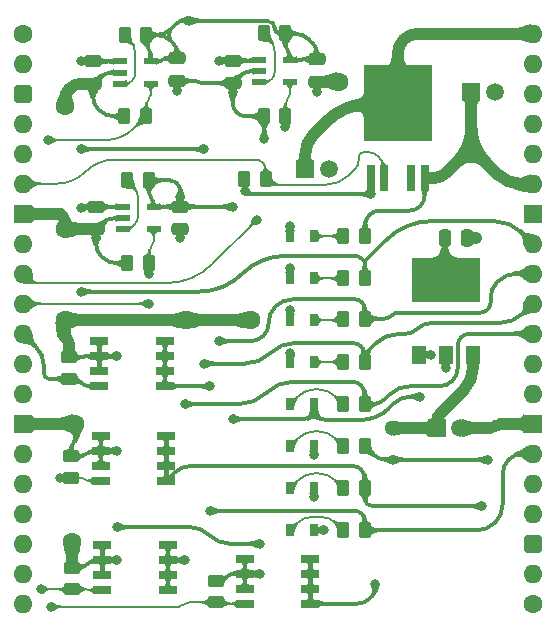
<source format=gtl>
%TF.GenerationSoftware,KiCad,Pcbnew,9.0.4*%
%TF.CreationDate,2025-09-11T20:21:49+02:00*%
%TF.ProjectId,GPIO Power Switch,4750494f-2050-46f7-9765-722053776974,V0*%
%TF.SameCoordinates,Original*%
%TF.FileFunction,Copper,L1,Top*%
%TF.FilePolarity,Positive*%
%FSLAX46Y46*%
G04 Gerber Fmt 4.6, Leading zero omitted, Abs format (unit mm)*
G04 Created by KiCad (PCBNEW 9.0.4) date 2025-09-11 20:21:49*
%MOMM*%
%LPD*%
G01*
G04 APERTURE LIST*
G04 Aperture macros list*
%AMRoundRect*
0 Rectangle with rounded corners*
0 $1 Rounding radius*
0 $2 $3 $4 $5 $6 $7 $8 $9 X,Y pos of 4 corners*
0 Add a 4 corners polygon primitive as box body*
4,1,4,$2,$3,$4,$5,$6,$7,$8,$9,$2,$3,0*
0 Add four circle primitives for the rounded corners*
1,1,$1+$1,$2,$3*
1,1,$1+$1,$4,$5*
1,1,$1+$1,$6,$7*
1,1,$1+$1,$8,$9*
0 Add four rect primitives between the rounded corners*
20,1,$1+$1,$2,$3,$4,$5,0*
20,1,$1+$1,$4,$5,$6,$7,0*
20,1,$1+$1,$6,$7,$8,$9,0*
20,1,$1+$1,$8,$9,$2,$3,0*%
G04 Aperture macros list end*
%TA.AperFunction,SMDPad,CuDef*%
%ADD10R,0.800000X1.000000*%
%TD*%
%TA.AperFunction,SMDPad,CuDef*%
%ADD11RoundRect,0.250000X0.450000X-0.262500X0.450000X0.262500X-0.450000X0.262500X-0.450000X-0.262500X0*%
%TD*%
%TA.AperFunction,ComponentPad*%
%ADD12O,1.600000X1.600000*%
%TD*%
%TA.AperFunction,ComponentPad*%
%ADD13R,1.600000X1.600000*%
%TD*%
%TA.AperFunction,ComponentPad*%
%ADD14RoundRect,0.400000X-0.400000X-0.400000X0.400000X-0.400000X0.400000X0.400000X-0.400000X0.400000X0*%
%TD*%
%TA.AperFunction,ComponentPad*%
%ADD15C,1.600000*%
%TD*%
%TA.AperFunction,SMDPad,CuDef*%
%ADD16RoundRect,0.250000X0.250000X0.475000X-0.250000X0.475000X-0.250000X-0.475000X0.250000X-0.475000X0*%
%TD*%
%TA.AperFunction,SMDPad,CuDef*%
%ADD17RoundRect,0.250000X0.262500X0.450000X-0.262500X0.450000X-0.262500X-0.450000X0.262500X-0.450000X0*%
%TD*%
%TA.AperFunction,SMDPad,CuDef*%
%ADD18R,1.500000X0.700000*%
%TD*%
%TA.AperFunction,SMDPad,CuDef*%
%ADD19RoundRect,0.250000X0.475000X-0.250000X0.475000X0.250000X-0.475000X0.250000X-0.475000X-0.250000X0*%
%TD*%
%TA.AperFunction,ComponentPad*%
%ADD20C,1.500000*%
%TD*%
%TA.AperFunction,ComponentPad*%
%ADD21R,1.500000X1.500000*%
%TD*%
%TA.AperFunction,SMDPad,CuDef*%
%ADD22RoundRect,0.250000X-0.262500X-0.450000X0.262500X-0.450000X0.262500X0.450000X-0.262500X0.450000X0*%
%TD*%
%TA.AperFunction,SMDPad,CuDef*%
%ADD23R,5.842000X3.810000*%
%TD*%
%TA.AperFunction,SMDPad,CuDef*%
%ADD24R,1.200000X1.500000*%
%TD*%
%TA.AperFunction,ComponentPad*%
%ADD25RoundRect,0.400000X0.400000X0.400000X-0.400000X0.400000X-0.400000X-0.400000X0.400000X-0.400000X0*%
%TD*%
%TA.AperFunction,SMDPad,CuDef*%
%ADD26R,1.150000X0.600000*%
%TD*%
%TA.AperFunction,SMDPad,CuDef*%
%ADD27R,0.800000X2.200000*%
%TD*%
%TA.AperFunction,SMDPad,CuDef*%
%ADD28R,5.800000X6.400000*%
%TD*%
%TA.AperFunction,ViaPad*%
%ADD29C,0.800000*%
%TD*%
%TA.AperFunction,ViaPad*%
%ADD30C,1.600000*%
%TD*%
%TA.AperFunction,ViaPad*%
%ADD31C,1.300000*%
%TD*%
%TA.AperFunction,Conductor*%
%ADD32C,0.200000*%
%TD*%
%TA.AperFunction,Conductor*%
%ADD33C,0.380000*%
%TD*%
%TA.AperFunction,Conductor*%
%ADD34C,1.000000*%
%TD*%
G04 APERTURE END LIST*
D10*
%TO.P,LED2,2*%
%TO.N,Net-(LED2-Pad2)*%
X24638000Y-24257000D03*
%TO.P,LED2,1*%
%TO.N,/GND*%
X22638000Y-24257000D03*
%TD*%
D11*
%TO.P,R13,2*%
%TO.N,/GND*%
X16373000Y-46331500D03*
%TO.P,R13,1*%
%TO.N,/EN3_{GND}*%
X16373000Y-48156500D03*
%TD*%
D12*
%TO.P,J2,20,Pin_20*%
%TO.N,unconnected-(J2-Pin_20-Pad20)*%
X0Y-48260000D03*
%TO.P,J2,19,Pin_19*%
%TO.N,unconnected-(J2-Pin_19-Pad19)*%
X0Y-45720000D03*
%TO.P,J2,18,Pin_18*%
%TO.N,unconnected-(J2-Pin_18-Pad18)*%
X0Y-43180000D03*
%TO.P,J2,17,Pin_17*%
%TO.N,unconnected-(J2-Pin_17-Pad17)*%
X0Y-40640000D03*
%TO.P,J2,16,Pin_16*%
%TO.N,unconnected-(J2-Pin_16-Pad16)*%
X0Y-38100000D03*
%TO.P,J2,15,Pin_15*%
%TO.N,/EN4_{GND}*%
X0Y-35560000D03*
D13*
%TO.P,J2,14,Pin_14*%
%TO.N,/GND*%
X0Y-33020000D03*
D12*
%TO.P,J2,13,Pin_13*%
%TO.N,/EN3_{GND}*%
X0Y-30480000D03*
%TO.P,J2,12,Pin_12*%
%TO.N,/EN2_{GND}*%
X0Y-27940000D03*
%TO.P,J2,11,Pin_11*%
%TO.N,/EN1_{GND}*%
X0Y-25400000D03*
%TO.P,J2,10,Pin_10*%
%TO.N,/EN3_{5V}*%
X0Y-22860000D03*
%TO.P,J2,9,Pin_9*%
%TO.N,/EN2_{5V}*%
X0Y-20320000D03*
%TO.P,J2,8,Pin_8*%
%TO.N,/EN1_{5V}*%
X0Y-17780000D03*
D13*
%TO.P,J2,7,Pin_7*%
%TO.N,/GND*%
X0Y-15240000D03*
D12*
%TO.P,J2,6,Pin_6*%
%TO.N,/EN_{12V}*%
X0Y-12700000D03*
%TO.P,J2,5,Pin_5*%
%TO.N,unconnected-(J2-Pin_5-Pad5)*%
X0Y-10160000D03*
%TO.P,J2,4,Pin_4*%
%TO.N,unconnected-(J2-Pin_4-Pad4)*%
X0Y-7620000D03*
D14*
%TO.P,J2,3,Pin_3*%
%TO.N,unconnected-(J2-Pin_3-Pad3)*%
X0Y-5080000D03*
D12*
%TO.P,J2,2,Pin_2*%
%TO.N,unconnected-(J2-Pin_2-Pad2)*%
X0Y-2540000D03*
D15*
%TO.P,J2,1,Pin_1*%
%TO.N,unconnected-(J2-Pin_1-Pad1)*%
X0Y0D03*
%TD*%
D16*
%TO.P,C5,2*%
%TO.N,/5V*%
X35737000Y-17272000D03*
%TO.P,C5,1*%
%TO.N,/GND*%
X37637000Y-17272000D03*
%TD*%
D11*
%TO.P,R1,2*%
%TO.N,/GND*%
X3946000Y-27408500D03*
%TO.P,R1,1*%
%TO.N,/EN1_{GND}*%
X3946000Y-29233500D03*
%TD*%
D17*
%TO.P,R14,2*%
%TO.N,Net-(LED5-Pad2)*%
X27154500Y-17155000D03*
%TO.P,R14,1*%
%TO.N,/12V_{OUT}*%
X28979500Y-17155000D03*
%TD*%
D10*
%TO.P,LED5,2*%
%TO.N,Net-(LED5-Pad2)*%
X24635500Y-17155000D03*
%TO.P,LED5,1*%
%TO.N,/GND*%
X22635500Y-17155000D03*
%TD*%
D17*
%TO.P,R4,2*%
%TO.N,/GND*%
X8612500Y-6995000D03*
%TO.P,R4,1*%
%TO.N,/EN1_{5V}*%
X10437500Y-6995000D03*
%TD*%
D18*
%TO.P,IC7,8,Drain*%
%TO.N,/GND_{OUT4}*%
X12300000Y-43307000D03*
%TO.P,IC7,7,Drain*%
X12300000Y-44577000D03*
%TO.P,IC7,6,Drain*%
X12300000Y-45847000D03*
%TO.P,IC7,5,Drain*%
X12300000Y-47117000D03*
%TO.P,IC7,4,IN*%
%TO.N,/EN4_{GND}*%
X6750000Y-47117000D03*
%TO.P,IC7,3,Source*%
%TO.N,/GND*%
X6750000Y-45847000D03*
%TO.P,IC7,2,Source*%
X6750000Y-44577000D03*
%TO.P,IC7,1,Source*%
X6750000Y-43307000D03*
%TD*%
D19*
%TO.P,C3,2*%
%TO.N,/5V*%
X24892000Y-2164000D03*
%TO.P,C3,1*%
%TO.N,/GND*%
X24892000Y-4064000D03*
%TD*%
D20*
%TO.P,C9,2*%
%TO.N,/GND*%
X25907999Y-11430000D03*
D21*
%TO.P,C9,1*%
%TO.N,/12V*%
X23907999Y-11430000D03*
%TD*%
D18*
%TO.P,IC6,8,Drain*%
%TO.N,/GND_{OUT3}*%
X24365000Y-44450000D03*
%TO.P,IC6,7,Drain*%
X24365000Y-45720000D03*
%TO.P,IC6,6,Drain*%
X24365000Y-46990000D03*
%TO.P,IC6,5,Drain*%
X24365000Y-48260000D03*
%TO.P,IC6,4,IN*%
%TO.N,/EN3_{GND}*%
X18815000Y-48260000D03*
%TO.P,IC6,3,Source*%
%TO.N,/GND*%
X18815000Y-46990000D03*
%TO.P,IC6,2,Source*%
X18815000Y-45720000D03*
%TO.P,IC6,1,Source*%
X18815000Y-44450000D03*
%TD*%
D19*
%TO.P,C4,2*%
%TO.N,/5V*%
X13081000Y-2105500D03*
%TO.P,C4,1*%
%TO.N,/GND*%
X13081000Y-4005500D03*
%TD*%
%TO.P,C6,2*%
%TO.N,/5V_{OUT3}*%
X6223000Y-14655000D03*
%TO.P,C6,1*%
%TO.N,/GND*%
X6223000Y-16555000D03*
%TD*%
D17*
%TO.P,R5,2*%
%TO.N,/GND*%
X18772500Y-12329000D03*
%TO.P,R5,1*%
%TO.N,/EN_{12V}*%
X20597500Y-12329000D03*
%TD*%
D10*
%TO.P,LED8,2*%
%TO.N,/5V*%
X24627000Y-31379000D03*
%TO.P,LED8,1*%
%TO.N,Net-(LED8-Pad1)*%
X22627000Y-31379000D03*
%TD*%
D17*
%TO.P,R18,2*%
%TO.N,Net-(LED7-Pad1)*%
X27154500Y-34935000D03*
%TO.P,R18,1*%
%TO.N,/GND_{OUT3}*%
X28979500Y-34935000D03*
%TD*%
D10*
%TO.P,LED4,2*%
%TO.N,/5V*%
X24627000Y-42047000D03*
%TO.P,LED4,1*%
%TO.N,Net-(LED4-Pad1)*%
X22627000Y-42047000D03*
%TD*%
D20*
%TO.P,C10,2*%
%TO.N,/GND*%
X39989000Y-4953000D03*
D21*
%TO.P,C10,1*%
%TO.N,/12V_{OUT}*%
X37989000Y-4953000D03*
%TD*%
D22*
%TO.P,R7,2*%
%TO.N,/5V*%
X22248500Y10000D03*
%TO.P,R7,1*%
%TO.N,Net-(IC3-FLG)*%
X20423500Y10000D03*
%TD*%
D10*
%TO.P,LED7,2*%
%TO.N,/5V*%
X24627000Y-34935000D03*
%TO.P,LED7,1*%
%TO.N,Net-(LED7-Pad1)*%
X22627000Y-34935000D03*
%TD*%
D23*
%TO.P,IC8,4,5.0VOut*%
%TO.N,/5V*%
X35814000Y-20828000D03*
D24*
%TO.P,IC8,3,15VIn*%
%TO.N,/12V*%
X38114000Y-27203000D03*
%TO.P,IC8,2,5.0VOut*%
%TO.N,/5V*%
X35814000Y-27203000D03*
%TO.P,IC8,1,GND*%
%TO.N,/GND*%
X33514000Y-27203000D03*
%TD*%
D18*
%TO.P,IC1,8,Drain*%
%TO.N,/GND_{OUT2}*%
X12173000Y-34036000D03*
%TO.P,IC1,7,Drain*%
X12173000Y-35306000D03*
%TO.P,IC1,6,Drain*%
X12173000Y-36576000D03*
%TO.P,IC1,5,Drain*%
X12173000Y-37846000D03*
%TO.P,IC1,4,IN*%
%TO.N,/EN2_{GND}*%
X6623000Y-37846000D03*
%TO.P,IC1,3,Source*%
%TO.N,/GND*%
X6623000Y-36576000D03*
%TO.P,IC1,2,Source*%
X6623000Y-35306000D03*
%TO.P,IC1,1,Source*%
X6623000Y-34036000D03*
%TD*%
D17*
%TO.P,R10,2*%
%TO.N,Net-(LED1-Pad2)*%
X27154500Y-27823000D03*
%TO.P,R10,1*%
%TO.N,/5V_{OUT1}*%
X28979500Y-27823000D03*
%TD*%
D11*
%TO.P,R15,2*%
%TO.N,/GND*%
X4210000Y-45212000D03*
%TO.P,R15,1*%
%TO.N,/EN4_{GND}*%
X4210000Y-47037000D03*
%TD*%
D17*
%TO.P,R12,2*%
%TO.N,Net-(LED3-Pad2)*%
X27154500Y-20711000D03*
%TO.P,R12,1*%
%TO.N,/5V_{OUT3}*%
X28979500Y-20711000D03*
%TD*%
%TO.P,R3,2*%
%TO.N,/GND*%
X20423500Y-6995000D03*
%TO.P,R3,1*%
%TO.N,/EN2_{5V}*%
X22248500Y-6995000D03*
%TD*%
%TO.P,R2,2*%
%TO.N,/GND*%
X8866500Y-19441000D03*
%TO.P,R2,1*%
%TO.N,/EN3_{5V}*%
X10691500Y-19441000D03*
%TD*%
D12*
%TO.P,J5,20,Pin_20*%
%TO.N,/12V*%
X43180000Y0D03*
%TO.P,J5,19,Pin_19*%
%TO.N,unconnected-(J5-Pin_19-Pad19)*%
X43180000Y-2540000D03*
%TO.P,J5,18,Pin_18*%
%TO.N,unconnected-(J5-Pin_18-Pad18)*%
X43180000Y-5080000D03*
%TO.P,J5,17,Pin_17*%
%TO.N,unconnected-(J5-Pin_17-Pad17)*%
X43180000Y-7620000D03*
%TO.P,J5,16,Pin_16*%
%TO.N,unconnected-(J5-Pin_16-Pad16)*%
X43180000Y-10160000D03*
%TO.P,J5,15,Pin_15*%
%TO.N,/12V_{OUT}*%
X43180000Y-12700000D03*
D13*
%TO.P,J5,14,Pin_14*%
%TO.N,/GND*%
X43180000Y-15240000D03*
D12*
%TO.P,J5,13,Pin_13*%
%TO.N,/5V_{OUT3}*%
X43180000Y-17780000D03*
%TO.P,J5,12,Pin_12*%
%TO.N,/5V_{OUT2}*%
X43180000Y-20320000D03*
%TO.P,J5,11,Pin_11*%
%TO.N,/5V_{OUT1}*%
X43180000Y-22860000D03*
%TO.P,J5,10,Pin_10*%
%TO.N,/GND_{OUT4}*%
X43180000Y-25400000D03*
%TO.P,J5,9,Pin_9*%
%TO.N,/GND_{OUT3}*%
X43180000Y-27940000D03*
%TO.P,J5,8,Pin_8*%
%TO.N,/GND_{OUT2}*%
X43180000Y-30480000D03*
D13*
%TO.P,J5,7,Pin_7*%
%TO.N,/GND*%
X43180000Y-33020000D03*
D12*
%TO.P,J5,6,Pin_6*%
%TO.N,/GND_{OUT1}*%
X43180000Y-35560000D03*
%TO.P,J5,5,Pin_5*%
%TO.N,unconnected-(J5-Pin_5-Pad5)*%
X43180000Y-38100000D03*
%TO.P,J5,4,Pin_4*%
%TO.N,unconnected-(J5-Pin_4-Pad4)*%
X43180000Y-40640000D03*
D25*
%TO.P,J5,3,Pin_3*%
%TO.N,unconnected-(J5-Pin_3-Pad3)*%
X43180000Y-43180000D03*
D12*
%TO.P,J5,2,Pin_2*%
%TO.N,unconnected-(J5-Pin_2-Pad2)*%
X43180000Y-45720000D03*
D15*
%TO.P,J5,1,Pin_1*%
%TO.N,unconnected-(J5-Pin_1-Pad1)*%
X43180000Y-48260000D03*
%TD*%
D17*
%TO.P,R19,2*%
%TO.N,Net-(LED8-Pad1)*%
X27154500Y-31379000D03*
%TO.P,R19,1*%
%TO.N,/GND_{OUT4}*%
X28979500Y-31379000D03*
%TD*%
D26*
%TO.P,IC4,5,VIN*%
%TO.N,/5V*%
X10825000Y-2352000D03*
%TO.P,IC4,4,EN*%
%TO.N,/EN1_{5V}*%
X10825000Y-4252000D03*
%TO.P,IC4,3,FLG*%
%TO.N,Net-(IC4-FLG)*%
X8225000Y-4252000D03*
%TO.P,IC4,2,GND*%
%TO.N,/GND*%
X8225000Y-3302000D03*
%TO.P,IC4,1,VOUT*%
%TO.N,/5V_{OUT1}*%
X8225000Y-2352000D03*
%TD*%
D27*
%TO.P,Q1,5,VOUT*%
%TO.N,/12V_{OUT}*%
X34030000Y-12201000D03*
%TO.P,Q1,4,ST*%
%TO.N,unconnected-(Q1-ST-Pad4)*%
X32890000Y-12201000D03*
D28*
%TO.P,Q1,3,VIN*%
%TO.N,/12V*%
X31750000Y-5901000D03*
D27*
%TO.P,Q1,2,EN*%
%TO.N,/EN_{12V}*%
X30610000Y-12201000D03*
%TO.P,Q1,1,GND*%
%TO.N,/GND*%
X29470000Y-12201000D03*
%TD*%
D11*
%TO.P,R9,2*%
%TO.N,/GND*%
X4073000Y-35790500D03*
%TO.P,R9,1*%
%TO.N,/EN2_{GND}*%
X4073000Y-37615500D03*
%TD*%
D26*
%TO.P,IC2,5,VIN*%
%TO.N,/5V*%
X11079000Y-14671000D03*
%TO.P,IC2,4,EN*%
%TO.N,/EN3_{5V}*%
X11079000Y-16571000D03*
%TO.P,IC2,3,FLG*%
%TO.N,Net-(IC2-FLG)*%
X8479000Y-16571000D03*
%TO.P,IC2,2,GND*%
%TO.N,/GND*%
X8479000Y-15621000D03*
%TO.P,IC2,1,VOUT*%
%TO.N,/5V_{OUT3}*%
X8479000Y-14671000D03*
%TD*%
D22*
%TO.P,R8,2*%
%TO.N,/5V*%
X10691500Y-12436000D03*
%TO.P,R8,1*%
%TO.N,Net-(IC2-FLG)*%
X8866500Y-12436000D03*
%TD*%
D19*
%TO.P,C2,2*%
%TO.N,/5V*%
X13335000Y-14655000D03*
%TO.P,C2,1*%
%TO.N,/GND*%
X13335000Y-16555000D03*
%TD*%
%TO.P,C8,2*%
%TO.N,/5V_{OUT1}*%
X5969000Y-2336000D03*
%TO.P,C8,1*%
%TO.N,/GND*%
X5969000Y-4236000D03*
%TD*%
D10*
%TO.P,LED1,2*%
%TO.N,Net-(LED1-Pad2)*%
X24638000Y-27813000D03*
%TO.P,LED1,1*%
%TO.N,/GND*%
X22638000Y-27813000D03*
%TD*%
%TO.P,LED3,2*%
%TO.N,Net-(LED3-Pad2)*%
X24627000Y-20711000D03*
%TO.P,LED3,1*%
%TO.N,/GND*%
X22627000Y-20711000D03*
%TD*%
D17*
%TO.P,R16,2*%
%TO.N,Net-(LED4-Pad1)*%
X27154500Y-42047000D03*
%TO.P,R16,1*%
%TO.N,/GND_{OUT1}*%
X28979500Y-42047000D03*
%TD*%
D26*
%TO.P,IC3,5,VIN*%
%TO.N,/5V*%
X22636000Y-2225000D03*
%TO.P,IC3,4,EN*%
%TO.N,/EN2_{5V}*%
X22636000Y-4125000D03*
%TO.P,IC3,3,FLG*%
%TO.N,Net-(IC3-FLG)*%
X20036000Y-4125000D03*
%TO.P,IC3,2,GND*%
%TO.N,/GND*%
X20036000Y-3175000D03*
%TO.P,IC3,1,VOUT*%
%TO.N,/5V_{OUT2}*%
X20036000Y-2225000D03*
%TD*%
D18*
%TO.P,IC5,8,Drain*%
%TO.N,/GND_{OUT1}*%
X12046000Y-26035000D03*
%TO.P,IC5,7,Drain*%
X12046000Y-27305000D03*
%TO.P,IC5,6,Drain*%
X12046000Y-28575000D03*
%TO.P,IC5,5,Drain*%
X12046000Y-29845000D03*
%TO.P,IC5,4,IN*%
%TO.N,/EN1_{GND}*%
X6496000Y-29845000D03*
%TO.P,IC5,3,Source*%
%TO.N,/GND*%
X6496000Y-28575000D03*
%TO.P,IC5,2,Source*%
X6496000Y-27305000D03*
%TO.P,IC5,1,Source*%
X6496000Y-26035000D03*
%TD*%
D17*
%TO.P,R17,2*%
%TO.N,Net-(LED6-Pad1)*%
X27154500Y-38491000D03*
%TO.P,R17,1*%
%TO.N,/GND_{OUT2}*%
X28979500Y-38491000D03*
%TD*%
D19*
%TO.P,C7,2*%
%TO.N,/5V_{OUT2}*%
X17780000Y-2286000D03*
%TO.P,C7,1*%
%TO.N,/GND*%
X17780000Y-4186000D03*
%TD*%
D20*
%TO.P,C11,2*%
%TO.N,/GND*%
X37052000Y-33401000D03*
D21*
%TO.P,C11,1*%
%TO.N,/12V*%
X35052000Y-33401000D03*
%TD*%
D17*
%TO.P,R11,2*%
%TO.N,Net-(LED2-Pad2)*%
X27154500Y-24140000D03*
%TO.P,R11,1*%
%TO.N,/5V_{OUT2}*%
X28979500Y-24140000D03*
%TD*%
D22*
%TO.P,R6,2*%
%TO.N,/5V*%
X10447500Y-117000D03*
%TO.P,R6,1*%
%TO.N,Net-(IC4-FLG)*%
X8622500Y-117000D03*
%TD*%
D10*
%TO.P,LED6,2*%
%TO.N,/5V*%
X24627000Y-38491000D03*
%TO.P,LED6,1*%
%TO.N,Net-(LED6-Pad1)*%
X22627000Y-38491000D03*
%TD*%
D29*
%TO.N,/5V*%
X24682500Y-32151000D03*
X25527000Y-42037000D03*
X24682500Y-35707000D03*
X35814000Y-28321000D03*
X13335000Y-13843000D03*
X17780000Y-14655000D03*
X24682500Y-39263000D03*
X17780000Y-32639000D03*
X33655000Y-30734000D03*
X14097000Y1100000D03*
X35737000Y-18542000D03*
%TO.N,/GND*%
X24892000Y-4952996D03*
D30*
X13843000Y-24257000D03*
D29*
X38354000Y-17272000D03*
X20066000Y-45720004D03*
X13335000Y-17272000D03*
D30*
X3556000Y-6096000D03*
D29*
X20447000Y-8890000D03*
X8001000Y-35306000D03*
X8001000Y-41783000D03*
X5969000Y-4826000D03*
D30*
X3556000Y-24256960D03*
X4191000Y-43053000D03*
D29*
X17780000Y-4953000D03*
D30*
X19303992Y-24257000D03*
D29*
X22650500Y-23388000D03*
X22650500Y-19832000D03*
D30*
X3556000Y-16555000D03*
X26797000Y-4064000D03*
D29*
X13081000Y-4826000D03*
D30*
X4445000Y-33020000D03*
D29*
X18796000Y-13335006D03*
X6223000Y-17272000D03*
X22635500Y-16276000D03*
X34544000Y-27178000D03*
X29470000Y-13589000D03*
X8001000Y-27305000D03*
X20066000Y-43180000D03*
X8001000Y-44577000D03*
X22650500Y-27070994D03*
D31*
%TO.N,/12V*%
X31242000Y-33401000D03*
D29*
%TO.N,/EN3_{5V}*%
X10668000Y-22860000D03*
X10668000Y-20320000D03*
%TO.N,/5V_{OUT3}*%
X4953000Y-21844010D03*
X4953000Y-14732000D03*
%TO.N,/5V_{OUT2}*%
X16637000Y-2286000D03*
X16637000Y-26035000D03*
%TO.N,/EN2_{5V}*%
X22248500Y-7874000D03*
X19812000Y-15748000D03*
%TO.N,/5V_{OUT1}*%
X15366998Y-9779000D03*
X4953000Y-9779000D03*
X4953000Y-2336000D03*
X15367000Y-27940000D03*
%TO.N,/EN1_{5V}*%
X2159004Y-9017000D03*
%TO.N,/GND_{OUT2}*%
X38862000Y-40005000D03*
%TO.N,/EN2_{GND}*%
X3163000Y-37615500D03*
%TO.N,/GND_{OUT1}*%
X15875004Y-29845000D03*
X15875000Y-40406002D03*
%TO.N,/GND_{OUT3}*%
X29845000Y-46609000D03*
X39370000Y-36068000D03*
X31369000Y-36068000D03*
%TO.N,/EN3_{GND}*%
X2413000Y-48514000D03*
%TO.N,/GND_{OUT4}*%
X13716000Y-44577000D03*
X13716002Y-31369000D03*
%TO.N,/EN4_{GND}*%
X1524000Y-47037000D03*
%TD*%
D32*
%TO.N,/EN4_{GND}*%
X5501000Y-47077000D02*
G75*
G03*
X5404431Y-47036987I-96600J-96600D01*
G01*
X5501000Y-47077000D02*
G75*
G03*
X5597568Y-47117013I96600J96600D01*
G01*
D33*
%TO.N,/GND_{OUT4}*%
X28650250Y-29793250D02*
G75*
G02*
X28979488Y-30588129I-794850J-794850D01*
G01*
X37886527Y-25400000D02*
G75*
G03*
X37134492Y-25711492I-27J-1063500D01*
G01*
X22937038Y-29464000D02*
G75*
G03*
X20637489Y-30416489I-38J-3252000D01*
G01*
X36382000Y-29404000D02*
G75*
G02*
X35317331Y-29845013I-1064700J1064700D01*
G01*
X20637500Y-30416500D02*
G75*
G02*
X18337961Y-31368998I-2299540J2299550D01*
G01*
X36823000Y-28339331D02*
G75*
G02*
X36381991Y-29403991I-1505700J31D01*
G01*
X32841772Y-29845000D02*
G75*
G03*
X30978008Y-30617008I28J-2635800D01*
G01*
X37134500Y-25711500D02*
G75*
G03*
X36823011Y-26463527I752000J-752000D01*
G01*
X30636097Y-30958902D02*
G75*
G02*
X29597750Y-31389048I-1038397J1038302D01*
G01*
X28650250Y-29793250D02*
G75*
G03*
X27855370Y-29464012I-794850J-794850D01*
G01*
D32*
%TO.N,/EN3_{GND}*%
X13640750Y-48335250D02*
G75*
G02*
X13209209Y-48514004I-431550J431550D01*
G01*
X14072290Y-48156500D02*
G75*
G03*
X13640753Y-48335253I10J-610300D01*
G01*
D33*
%TO.N,/GND_{OUT3}*%
X29845000Y-46990000D02*
G75*
G02*
X29575589Y-47640404I-919800J0D01*
G01*
X29400500Y-47815500D02*
G75*
G02*
X28327382Y-48259993I-1073100J1073100D01*
G01*
X29668260Y-35623760D02*
G75*
G03*
X30740750Y-36068044I1072540J1072460D01*
G01*
%TO.N,/EN1_{GND}*%
X4825132Y-29463132D02*
G75*
G03*
X4270750Y-29233498I-554382J-554378D01*
G01*
X1149382Y-26549382D02*
G75*
G02*
X1778000Y-28067000I-1517623J-1517620D01*
G01*
X1916750Y-29094750D02*
G75*
G03*
X2251722Y-29233491I334950J334950D01*
G01*
X4901250Y-29539250D02*
G75*
G03*
X5639395Y-29845002I738150J738150D01*
G01*
X1778000Y-28759777D02*
G75*
G03*
X1916751Y-29094749I473710J-3D01*
G01*
%TO.N,/GND_{OUT1}*%
X41148000Y-36068000D02*
G75*
G03*
X40640008Y-37294420I1226400J-1226400D01*
G01*
X39995000Y-41412000D02*
G75*
G02*
X38437832Y-42057013I-1557200J1557200D01*
G01*
X28723751Y-40661751D02*
G75*
G02*
X28979506Y-41279183I-617451J-617449D01*
G01*
X40640000Y-39854832D02*
G75*
G02*
X39994991Y-41411991I-2202200J32D01*
G01*
X42374420Y-35560000D02*
G75*
G03*
X41147994Y-36067994I-20J-1734400D01*
G01*
X28723751Y-40661751D02*
G75*
G03*
X28106318Y-40405994I-617451J-617449D01*
G01*
D32*
%TO.N,/EN2_{GND}*%
X5218750Y-37730750D02*
G75*
G03*
X5496988Y-37846005I278250J278250D01*
G01*
X5218750Y-37730750D02*
G75*
G03*
X4940511Y-37615495I-278250J-278250D01*
G01*
D33*
%TO.N,/GND_{OUT2}*%
X12173000Y-37051564D02*
G75*
G03*
X12182490Y-37074510I32400J-36D01*
G01*
X12182500Y-37074500D02*
G75*
G02*
X12182500Y-37093500I-9500J-9500D01*
G01*
X28660250Y-36915250D02*
G75*
G02*
X28979505Y-37685987I-770750J-770750D01*
G01*
X14306883Y-36596000D02*
G75*
G03*
X12798005Y-37221005I17J-2133900D01*
G01*
X28660250Y-36915250D02*
G75*
G03*
X27889512Y-36595995I-770750J-770750D01*
G01*
X29158250Y-39826250D02*
G75*
G03*
X29589790Y-40005004I431550J431550D01*
G01*
X12182500Y-37093500D02*
G75*
G03*
X12173015Y-37116435I22900J-22900D01*
G01*
X28979500Y-39394709D02*
G75*
G03*
X29158253Y-39826247I610300J9D01*
G01*
D32*
%TO.N,/EN1_{5V}*%
X9426500Y-8006000D02*
G75*
G02*
X6985730Y-9016997I-2440770J2440780D01*
G01*
X10631250Y-5654750D02*
G75*
G03*
X10437502Y-6122503I467750J-467750D01*
G01*
X10825000Y-5186996D02*
G75*
G02*
X10631251Y-5654751I-661500J-4D01*
G01*
D33*
%TO.N,/5V_{OUT1}*%
X42354500Y-23685500D02*
G75*
G02*
X40361566Y-24510986I-1992900J1992900D01*
G01*
X34568023Y-24511000D02*
G75*
G03*
X33442993Y-24976993I-23J-1591000D01*
G01*
X31818250Y-25443000D02*
G75*
G03*
X29840109Y-26262329I-50J-2797500D01*
G01*
X20945000Y-27061000D02*
G75*
G02*
X18822906Y-27940003I-2122100J2122100D01*
G01*
X28660250Y-26501250D02*
G75*
G02*
X28979505Y-27271987I-770750J-770750D01*
G01*
X29226987Y-26875512D02*
G75*
G03*
X28979507Y-27473000I597513J-597488D01*
G01*
X33443000Y-24977000D02*
G75*
G02*
X32317976Y-25442990I-1125000J1125000D01*
G01*
X23067093Y-26182000D02*
G75*
G03*
X20945002Y-27061002I7J-3001100D01*
G01*
X28660250Y-26501250D02*
G75*
G03*
X27889512Y-26181995I-770750J-770750D01*
G01*
D32*
%TO.N,/EN2_{5V}*%
X22636000Y-5059996D02*
G75*
G02*
X22442251Y-5527751I-661500J-4D01*
G01*
X16033793Y-19526206D02*
G75*
G02*
X12186037Y-21120001I-3847763J3847766D01*
G01*
X399999Y-20719999D02*
G75*
G03*
X1365683Y-21119995I965681J965689D01*
G01*
X22442250Y-5527750D02*
G75*
G03*
X22248502Y-5995503I467750J-467750D01*
G01*
D33*
%TO.N,/5V_{OUT2}*%
X39370000Y-23368000D02*
G75*
G02*
X38756789Y-23621996I-613200J613200D01*
G01*
X22855189Y-22499000D02*
G75*
G03*
X21421753Y-23092753I11J-2027200D01*
G01*
X31237000Y-23881000D02*
G75*
G02*
X30611718Y-24140008I-625300J625300D01*
G01*
X21344011Y-23170488D02*
G75*
G03*
X20828043Y-24416250I1245789J-1245712D01*
G01*
X20383500Y-25590500D02*
G75*
G02*
X19310382Y-26034993I-1073100J1073100D01*
G01*
X40162815Y-21051184D02*
G75*
G03*
X39623990Y-22352000I1300785J-1300816D01*
G01*
X31862281Y-23622000D02*
G75*
G03*
X31237005Y-23881005I19J-884300D01*
G01*
X39624000Y-22754789D02*
G75*
G02*
X39370003Y-23368003I-867200J-11D01*
G01*
X20828000Y-24517382D02*
G75*
G02*
X20383505Y-25590505I-1517600J-18D01*
G01*
X28723750Y-22754750D02*
G75*
G02*
X28979506Y-23372185I-617450J-617450D01*
G01*
X41792025Y-20320000D02*
G75*
G03*
X40258992Y-20954992I-25J-2168000D01*
G01*
X28723750Y-22754750D02*
G75*
G03*
X28106314Y-22498994I-617450J-617450D01*
G01*
%TO.N,/5V_{OUT3}*%
X22251626Y-18816000D02*
G75*
G03*
X18596489Y-20329999I-26J-5169100D01*
G01*
X5084447Y-14655000D02*
G75*
G03*
X4991486Y-14693486I-47J-131400D01*
G01*
X34638963Y-15875000D02*
G75*
G03*
X30791215Y-17468801I37J-5441600D01*
G01*
X18596495Y-20330005D02*
G75*
G02*
X14941363Y-21844009I-3655135J3655145D01*
G01*
X28996117Y-19263882D02*
G75*
G03*
X28979489Y-19304000I40083J-40118D01*
G01*
X28979500Y-19351000D02*
G75*
G03*
X28962875Y-19310889I-56700J0D01*
G01*
X28962882Y-19310882D02*
G75*
G03*
X28979558Y-19304000I6918J6882D01*
G01*
X42227500Y-16827500D02*
G75*
G03*
X39927961Y-15875016I-2299500J-2299500D01*
G01*
X28723750Y-19071750D02*
G75*
G03*
X28106314Y-18815994I-617450J-617450D01*
G01*
X28979500Y-19304000D02*
X28979500Y-19351000D01*
D32*
%TO.N,/EN3_{5V}*%
X10885250Y-18070750D02*
G75*
G03*
X10691502Y-18538503I467750J-467750D01*
G01*
X11079000Y-17602996D02*
G75*
G02*
X10885251Y-18070751I-661500J-4D01*
G01*
D34*
%TO.N,/GND*%
X13842951Y-24256935D02*
X13842956Y-24256939D01*
X13842961Y-24256945D01*
X13842966Y-24256950D01*
X13842970Y-24256956D01*
X13842973Y-24256962D01*
X13842976Y-24256969D01*
X13842979Y-24256976D01*
X13842980Y-24256980D01*
X4996798Y-4236000D02*
G75*
G03*
X3978001Y-4658001I2J-1440800D01*
G01*
D33*
X6169000Y-35306000D02*
G75*
G03*
X6623000Y-34852000I0J454000D01*
G01*
X6623000Y-35760000D02*
G75*
G03*
X6169000Y-35306000I-454000J0D01*
G01*
X7077000Y-35306000D02*
G75*
G03*
X6623000Y-35760000I0J-454000D01*
G01*
X6623000Y-34852000D02*
G75*
G03*
X7077000Y-35306000I454000J0D01*
G01*
X4259000Y-34730000D02*
G75*
G03*
X4073018Y-35179043I449000J-449000D01*
G01*
X5280185Y-27305000D02*
G75*
G03*
X5155254Y-27356754I15J-176700D01*
G01*
X6296000Y-44577000D02*
G75*
G03*
X6750000Y-44123000I0J454000D01*
G01*
X6750000Y-45031000D02*
G75*
G03*
X6296000Y-44577000I-454000J0D01*
G01*
X7204000Y-44577000D02*
G75*
G03*
X6750000Y-45031000I0J-454000D01*
G01*
X6750000Y-44123000D02*
G75*
G03*
X7204000Y-44577000I454000J0D01*
G01*
X6291012Y-44577000D02*
G75*
G03*
X5524496Y-44894496I-12J-1084000D01*
G01*
X18102500Y-6672500D02*
G75*
G03*
X18881083Y-6995007I778600J778600D01*
G01*
D34*
X3751000Y-25840000D02*
G75*
G02*
X3946012Y-26310771I-470800J-470800D01*
G01*
D33*
X7563437Y-3302000D02*
G75*
G03*
X6435998Y-3768998I-7J-1594430D01*
G01*
X17105949Y-46140050D02*
G75*
G02*
X16643750Y-46331520I-462249J462250D01*
G01*
X19413500Y-3175000D02*
G75*
G03*
X18350836Y-3615183I0J-1502800D01*
G01*
D34*
X3915210Y-4720789D02*
G75*
G03*
X3555993Y-5588000I867190J-867211D01*
G01*
D33*
X6736000Y-18928000D02*
G75*
G03*
X7974491Y-19441003I1238500J1238500D01*
G01*
D34*
X3556000Y-25369228D02*
G75*
G03*
X3751002Y-25839998I665760J-2D01*
G01*
D33*
X7817437Y-15621000D02*
G75*
G03*
X6689998Y-16087998I-7J-1594430D01*
G01*
D34*
X40068500Y-33210500D02*
G75*
G02*
X39608592Y-33400997I-459900J459900D01*
G01*
X4191000Y-45179564D02*
G75*
G03*
X4200490Y-45202510I32400J-36D01*
G01*
D33*
X6223000Y-17843500D02*
G75*
G03*
X6627116Y-18819106I1379700J0D01*
G01*
X15811500Y-42481500D02*
G75*
G03*
X17497828Y-43179988I1686300J1686300D01*
G01*
X17780000Y-5893916D02*
G75*
G03*
X18102505Y-6672495I1101100J16D01*
G01*
X4445000Y-34280956D02*
G75*
G02*
X4258998Y-34729998I-635050J6D01*
G01*
X5969000Y-5397500D02*
G75*
G03*
X6373116Y-6373106I1379700J0D01*
G01*
X14890750Y-4095750D02*
G75*
G03*
X14672867Y-4005514I-217850J-217850D01*
G01*
X17958395Y-45720000D02*
G75*
G03*
X17220251Y-46025751I5J-1043900D01*
G01*
D34*
X3556000Y-15897500D02*
G75*
G03*
X2898500Y-15240000I-657500J0D01*
G01*
D33*
X18922997Y-13462003D02*
G75*
G03*
X19229594Y-13589002I306603J306603D01*
G01*
X34531500Y-27190500D02*
G75*
G02*
X34501322Y-27203009I-30200J30200D01*
G01*
X15811500Y-42481500D02*
G75*
G03*
X14125171Y-41783012I-1686300J-1686300D01*
G01*
X22644250Y-27077244D02*
G75*
G03*
X22638012Y-27092332I15050J-15056D01*
G01*
X5524500Y-44894500D02*
G75*
G02*
X4757987Y-45211995I-766500J766500D01*
G01*
D34*
X40528407Y-33020000D02*
G75*
G03*
X40068498Y-33210498I-7J-650400D01*
G01*
D33*
X6482000Y-6482000D02*
G75*
G03*
X7720491Y-6995003I1238500J1238500D01*
G01*
X14890750Y-4095750D02*
G75*
G03*
X15108632Y-4185986I217850J217850D01*
G01*
X6057593Y-35306000D02*
G75*
G03*
X5472752Y-35548252I7J-827100D01*
G01*
X5472750Y-35548250D02*
G75*
G02*
X4887906Y-35790503I-584850J584850D01*
G01*
X5155250Y-27356750D02*
G75*
G02*
X5030314Y-27408506I-124950J124950D01*
G01*
%TO.N,/5V*%
X21142011Y916011D02*
G75*
G03*
X20697825Y1100009I-444211J-444211D01*
G01*
X12112301Y-2105500D02*
G75*
G03*
X11814749Y-2228749I-1J-420800D01*
G01*
X12740704Y-802704D02*
G75*
G02*
X13081047Y-1624250I-821504J-821596D01*
G01*
X31029702Y-31718249D02*
G75*
G02*
X28653513Y-32702520I-2376202J2376149D01*
G01*
X25522000Y-42042000D02*
G75*
G02*
X25509928Y-42047012I-12100J12100D01*
G01*
X22248500Y-324250D02*
G75*
G03*
X21914250Y10000I-334200J50D01*
G01*
X22582749Y9999D02*
G75*
G03*
X22248501Y-324250I-49J-334199D01*
G01*
X21453000Y137000D02*
G75*
G03*
X21759605Y10002I306600J306600D01*
G01*
X32834476Y-30734000D02*
G75*
G03*
X31433771Y-31314213I24J-1980900D01*
G01*
X11329508Y-117000D02*
G75*
G03*
X12567998Y396002I-8J1751500D01*
G01*
X12568000Y-630000D02*
G75*
G03*
X11329508Y-116997I-1238500J-1238500D01*
G01*
X12568000Y396000D02*
G75*
G03*
X12568000Y-630000I513000J-513000D01*
G01*
X13076000Y-12695000D02*
G75*
G02*
X13335008Y-13320281I-625300J-625300D01*
G01*
X22442250Y-1463750D02*
G75*
G02*
X22635998Y-1931503I-467750J-467750D01*
G01*
X10447500Y-782567D02*
G75*
G03*
X10636240Y-1238260I644400J-33D01*
G01*
X13684500Y1100000D02*
G75*
G03*
X12980310Y808326I0J-995900D01*
G01*
X13076000Y-12695000D02*
G75*
G03*
X12450718Y-12435992I-625300J-625300D01*
G01*
X22248500Y-995996D02*
G75*
G03*
X22442249Y-1463751I661500J-4D01*
G01*
X21160528Y897495D02*
G75*
G02*
X21325995Y498012I-399528J-399495D01*
G01*
X24265971Y-516971D02*
G75*
G03*
X22993750Y9962I-1272171J-1272229D01*
G01*
X23751500Y-2161500D02*
G75*
G03*
X23757535Y-2163985I6000J6000D01*
G01*
X11814750Y-2228750D02*
G75*
G02*
X11517198Y-2351999I-297550J297550D01*
G01*
X24438500Y-32395000D02*
G75*
G02*
X23849431Y-32639013I-589100J589100D01*
G01*
X23716000Y-2192000D02*
G75*
G02*
X23636330Y-2225013I-79700J79700D01*
G01*
X10886666Y-13934666D02*
G75*
G02*
X11078990Y-14399000I-464366J-464334D01*
G01*
X24958250Y-32426750D02*
G75*
G03*
X25623969Y-32702513I665750J665750D01*
G01*
X10636250Y-1238250D02*
G75*
G02*
X10824986Y-1693932I-455650J-455650D01*
G01*
X21326000Y443605D02*
G75*
G03*
X21452998Y136998I433600J-5D01*
G01*
X24531021Y-782021D02*
G75*
G02*
X24891987Y-1653500I-871521J-871479D01*
G01*
X23751500Y-2161500D02*
G75*
G03*
X23746500Y-2161500I-2500J-2498D01*
G01*
X10691500Y-13465496D02*
G75*
G03*
X10885249Y-13933251I661500J-4D01*
G01*
X21914250Y9999D02*
X22582749Y9999D01*
%TO.N,/12V_{OUT}*%
X34030000Y-13695427D02*
G75*
G02*
X33651992Y-14607992I-1290600J27D01*
G01*
D34*
X35868243Y-11788756D02*
G75*
G02*
X34873000Y-12200995I-995243J995256D01*
G01*
D33*
X30240198Y-14986000D02*
G75*
G03*
X29348750Y-15355250I2J-1260700D01*
G01*
D34*
X36722500Y-10934500D02*
G75*
G03*
X37988999Y-7876898I-3057600J3057600D01*
G01*
X39255500Y-10934500D02*
G75*
G03*
X36722500Y-10934500I-1266500J-1266498D01*
G01*
X37989000Y-7876898D02*
G75*
G03*
X39255500Y-10934500I4324100J-2D01*
G01*
D33*
X33652000Y-14608000D02*
G75*
G02*
X32739427Y-14986011I-912600J912600D01*
G01*
X29348750Y-15355250D02*
G75*
G03*
X28979499Y-16246698I891450J-891450D01*
G01*
D34*
X40257678Y-11936678D02*
G75*
G03*
X42100500Y-12700013I1842822J1842778D01*
G01*
%TO.N,/12V*%
X29498000Y-5901000D02*
G75*
G03*
X25653597Y-7493406I0J-5436800D01*
G01*
X32258000Y-508000D02*
G75*
G03*
X31750008Y-1734420I1226400J-1226400D01*
G01*
X35052000Y-32932678D02*
G75*
G02*
X34583678Y-33401000I-468300J-22D01*
G01*
X24682634Y-8464365D02*
G75*
G03*
X23908008Y-10334500I1870166J-1870135D01*
G01*
X38114000Y-28302678D02*
G75*
G02*
X37336430Y-30179965I-2654900J-22D01*
G01*
X35383153Y-32133202D02*
G75*
G03*
X35051975Y-32932678I799447J-799498D01*
G01*
X33484420Y0D02*
G75*
G03*
X32257994Y-507994I-20J-1734400D01*
G01*
D32*
%TO.N,Net-(LED8-Pad1)*%
X26524500Y-30749000D02*
G75*
G03*
X25003545Y-30118952I-1521000J-1520900D01*
G01*
X24777954Y-30119000D02*
G75*
G03*
X23256984Y-30748984I-54J-2150900D01*
G01*
%TO.N,Net-(LED7-Pad1)*%
X26524500Y-34305000D02*
G75*
G03*
X25003545Y-33674952I-1521000J-1520900D01*
G01*
X24777954Y-33675000D02*
G75*
G03*
X23256984Y-34304984I-54J-2150900D01*
G01*
%TO.N,Net-(LED6-Pad1)*%
X26524500Y-37861000D02*
G75*
G03*
X25003545Y-37230952I-1521000J-1520900D01*
G01*
X24777954Y-37231000D02*
G75*
G03*
X23256984Y-37860984I-54J-2150900D01*
G01*
%TO.N,Net-(LED4-Pad1)*%
X26588000Y-41480500D02*
G75*
G03*
X25220348Y-40913980I-1367700J-1367700D01*
G01*
X24561151Y-40914000D02*
G75*
G03*
X23193485Y-41480485I-51J-1934100D01*
G01*
%TO.N,/EN_{12V}*%
X28448000Y-10731500D02*
G75*
G02*
X28133688Y-11490305I-1073100J0D01*
G01*
X7786840Y-10668000D02*
G75*
G03*
X5334002Y-11684002I0J-3468830D01*
G01*
X20331750Y-10933750D02*
G75*
G02*
X20597489Y-11575327I-641550J-641550D01*
G01*
X5334000Y-11684000D02*
G75*
G02*
X2881159Y-12699997I-2452840J2452850D01*
G01*
X30109695Y-10400695D02*
G75*
G03*
X29222000Y-10033003I-887695J-887705D01*
G01*
X28881605Y-10033000D02*
G75*
G03*
X28574998Y-10159998I-5J-433600D01*
G01*
X20823500Y-12555000D02*
G75*
G03*
X21369112Y-12780995I545600J545600D01*
G01*
X20331750Y-10933750D02*
G75*
G03*
X19690172Y-10668011I-641550J-641550D01*
G01*
X28575000Y-10160000D02*
G75*
G03*
X28448002Y-10466605I306600J-306600D01*
G01*
X30176000Y-10467000D02*
G75*
G02*
X30610013Y-11514768I-1047800J-1047800D01*
G01*
X27645500Y-11978500D02*
G75*
G02*
X25708093Y-12780997I-1937400J1937400D01*
G01*
%TO.N,Net-(IC4-FLG)*%
X9262500Y-3989500D02*
G75*
G02*
X8628768Y-4251987I-633700J633700D01*
G01*
X9525000Y-3355768D02*
G75*
G02*
X9262502Y-3989502I-896240J-2D01*
G01*
X9073750Y-568250D02*
G75*
G02*
X9525015Y-1657663I-1089450J-1089450D01*
G01*
%TO.N,Net-(IC3-FLG)*%
X21073500Y-3862500D02*
G75*
G02*
X20439768Y-4124987I-633700J633700D01*
G01*
X21336000Y-3228768D02*
G75*
G02*
X21073509Y-3862509I-896200J-32D01*
G01*
X20879750Y-446249D02*
G75*
G02*
X21335986Y-1547734I-1101450J-1101451D01*
G01*
%TO.N,Net-(IC2-FLG)*%
X9779000Y-15369196D02*
G75*
G02*
X9427001Y-16219001I-1201800J-4D01*
G01*
X9285717Y-16360282D02*
G75*
G02*
X8777000Y-16571010I-508717J508682D01*
G01*
X9322750Y-12892250D02*
G75*
G02*
X9778986Y-13993734I-1101450J-1101450D01*
G01*
D33*
%TO.N,/5V*%
X24265971Y-516971D02*
X24531021Y-782021D01*
X13335000Y-14655000D02*
X11095000Y-14655000D01*
X22248500Y-324250D02*
X22248500Y-995996D01*
X35737000Y-18542000D02*
X35737000Y-20751000D01*
X12450718Y-12436000D02*
X10691500Y-12436000D01*
X10447500Y-782567D02*
X10447500Y-117000D01*
X35814000Y-28321000D02*
X35814000Y-27203000D01*
X22582749Y9999D02*
X22993750Y9999D01*
X24682500Y-32151000D02*
X24682500Y-31434500D01*
X13081000Y-1624250D02*
X13081000Y-2105500D01*
X11079000Y-14399000D02*
X11079000Y-14671000D01*
X14097000Y1100000D02*
X13684500Y1100000D01*
X25527000Y-42037000D02*
X25522000Y-42042000D01*
X24682500Y-32151000D02*
X24438500Y-32395000D01*
X10886666Y-13934666D02*
X10885250Y-13933250D01*
X25509928Y-42047000D02*
X24627000Y-42047000D01*
X24892000Y-2164000D02*
X23757535Y-2164000D01*
X23636330Y-2225000D02*
X22636000Y-2225000D01*
X11329508Y-117000D02*
X10447500Y-117000D01*
X22636000Y-1931503D02*
X22636000Y-2225000D01*
X23849431Y-32639000D02*
X17780000Y-32639000D01*
X21142011Y916011D02*
X21160528Y897495D01*
X13335000Y-14655000D02*
X13335000Y-13843000D01*
X13335000Y-13320281D02*
X13335000Y-13843000D01*
X24682500Y-35707000D02*
X24682500Y-34990500D01*
X24682500Y-39263000D02*
X24682500Y-38546500D01*
X21326000Y498012D02*
X21326000Y443605D01*
X21914250Y9999D02*
X21759605Y10000D01*
X24892000Y-2164000D02*
X24892000Y-1653500D01*
X10691500Y-13465496D02*
X10691500Y-12436000D01*
X31029702Y-31718249D02*
X31433755Y-31314197D01*
X12568000Y396000D02*
X12980318Y808318D01*
X35737000Y-18542000D02*
X35737000Y-17272000D01*
X24682500Y-32151000D02*
X24958250Y-32426750D01*
X17780000Y-14655000D02*
X13335000Y-14655000D01*
X23716000Y-2192000D02*
X23746500Y-2161500D01*
X10825000Y-2352000D02*
X11517198Y-2352000D01*
X32834476Y-30734000D02*
X33655000Y-30734000D01*
X10825000Y-2352000D02*
X10825000Y-1693932D01*
X12112301Y-2105500D02*
X13081000Y-2105500D01*
X28653513Y-32702500D02*
X25623969Y-32702500D01*
X20697825Y1100000D02*
X14097000Y1100000D01*
X12740704Y-802704D02*
X12568000Y-630000D01*
%TO.N,/GND*%
X4073000Y-35790500D02*
X4887906Y-35790500D01*
X5969000Y-5397500D02*
X5969000Y-4826000D01*
X5969000Y-4236000D02*
X5969000Y-4826000D01*
X18815000Y-45720000D02*
X17958395Y-45720000D01*
X18815000Y-45720000D02*
X18815000Y-44450000D01*
D34*
X2898500Y-15240000D02*
X0Y-15240000D01*
D33*
X8001000Y-41783000D02*
X14125171Y-41783000D01*
X20065996Y-45720000D02*
X20066000Y-45720004D01*
X4073000Y-35179043D02*
X4073000Y-35790500D01*
X20066000Y-43180000D02*
X17497828Y-43180000D01*
X6690000Y-16088000D02*
X6223000Y-16555000D01*
X6169000Y-35306000D02*
X6057593Y-35306000D01*
X6750000Y-45031000D02*
X6750000Y-45847000D01*
D34*
X3946000Y-26310771D02*
X3946000Y-27408500D01*
D33*
X7720491Y-6995000D02*
X8612500Y-6995000D01*
X6373111Y-6373111D02*
X6482000Y-6482000D01*
D34*
X13842931Y-24256960D02*
X3556000Y-24256960D01*
D33*
X29470000Y-13589000D02*
X29470000Y-12201000D01*
X6623000Y-34852000D02*
X6623000Y-34036000D01*
X5280185Y-27305000D02*
X6496000Y-27305000D01*
D34*
X3556000Y-15897500D02*
X3556000Y-16555000D01*
D33*
X6496000Y-27305000D02*
X8001000Y-27305000D01*
X19413500Y-3175000D02*
X20036000Y-3175000D01*
D34*
X3977999Y-4657999D02*
X3915210Y-4720789D01*
D33*
X4445000Y-33020000D02*
X4445000Y-34280956D01*
D34*
X19303992Y-24257000D02*
X13843000Y-24257000D01*
D33*
X17780000Y-4953000D02*
X17780000Y-5893916D01*
X18881083Y-6995000D02*
X20423500Y-6995000D01*
X6496000Y-27305000D02*
X6496000Y-28575000D01*
D34*
X38354000Y-17272000D02*
X37637000Y-17272000D01*
X13842980Y-24256980D02*
X13843000Y-24257000D01*
D33*
X22650500Y-27070994D02*
X22644250Y-27077244D01*
X6223000Y-17843500D02*
X6223000Y-17272000D01*
X18815000Y-45720000D02*
X20065996Y-45720000D01*
X6223000Y-17272000D02*
X6223000Y-16555000D01*
D34*
X3556000Y-5588000D02*
X3556000Y-6096000D01*
D33*
X13335000Y-17272000D02*
X13335000Y-16555000D01*
X7817437Y-15621000D02*
X8479000Y-15621000D01*
X22638000Y-27092332D02*
X22638000Y-27813000D01*
X17105949Y-46140050D02*
X17220250Y-46025750D01*
X6623000Y-35760000D02*
X6623000Y-36576000D01*
X14672867Y-4005500D02*
X13081000Y-4005500D01*
D34*
X39608592Y-33401000D02*
X37052001Y-33401000D01*
D33*
X6436000Y-3769000D02*
X5969000Y-4236000D01*
X29470000Y-13589000D02*
X19229594Y-13589000D01*
X3946000Y-27408500D02*
X5030314Y-27408500D01*
D34*
X26797000Y-4064000D02*
X24892000Y-4064000D01*
X3556000Y-25369228D02*
X3556000Y-24256960D01*
D33*
X24892000Y-4952996D02*
X24892000Y-4064000D01*
X17780000Y-4186000D02*
X15108632Y-4186000D01*
X22650500Y-23388000D02*
X22650500Y-24244500D01*
X18922997Y-13462003D02*
X18796000Y-13335006D01*
X6736000Y-18928000D02*
X6627111Y-18819111D01*
X17780000Y-4953000D02*
X17780000Y-4186000D01*
X7974491Y-19441000D02*
X8866500Y-19441000D01*
X18815000Y-45720000D02*
X18815000Y-46990000D01*
X17780000Y-4186000D02*
X18350826Y-3615173D01*
D34*
X4445000Y-33020000D02*
X0Y-33020000D01*
D33*
X22635500Y-16276000D02*
X22635500Y-17155000D01*
X7563437Y-3302000D02*
X8225000Y-3302000D01*
D34*
X6223000Y-16555000D02*
X3556000Y-16555000D01*
D33*
X7077000Y-35306000D02*
X8001000Y-35306000D01*
X20447000Y-8890000D02*
X20447000Y-7018500D01*
D34*
X40528407Y-33020000D02*
X43180000Y-33020000D01*
X4996798Y-4236000D02*
X5969000Y-4236000D01*
X4191000Y-45179564D02*
X4191000Y-43053000D01*
D33*
X34501322Y-27203000D02*
X33514000Y-27203000D01*
X4223435Y-45212000D02*
X4757987Y-45212000D01*
X6750000Y-44123000D02*
X6750000Y-43307000D01*
X34544000Y-27178000D02*
X34531500Y-27190500D01*
X13081000Y-4826000D02*
X13081000Y-4005500D01*
X22650500Y-19832000D02*
X22650500Y-20687500D01*
X6496000Y-27305000D02*
X6496000Y-26035000D01*
X7204000Y-44577000D02*
X8001000Y-44577000D01*
D32*
%TO.N,Net-(IC2-FLG)*%
X9779000Y-15369196D02*
X9779000Y-13993734D01*
X9322750Y-12892250D02*
X8866500Y-12436000D01*
X9426999Y-16218999D02*
X9285717Y-16360282D01*
%TO.N,Net-(IC3-FLG)*%
X20879750Y-446249D02*
X20423500Y10000D01*
X21336000Y-3228768D02*
X21336000Y-1547734D01*
%TO.N,Net-(IC4-FLG)*%
X9073750Y-568250D02*
X8622500Y-117000D01*
X9525000Y-3355768D02*
X9525000Y-1657663D01*
%TO.N,/EN_{12V}*%
X28133691Y-11490308D02*
X27645500Y-11978500D01*
X7786840Y-10668000D02*
X19690172Y-10668000D01*
X29222000Y-10033000D02*
X28881605Y-10033000D01*
X28448000Y-10731500D02*
X28448000Y-10466605D01*
X30109695Y-10400695D02*
X30176000Y-10467000D01*
X20597500Y-11575327D02*
X20597500Y-12009387D01*
X21369112Y-12781000D02*
X25708093Y-12781000D01*
X2881159Y-12700000D02*
X0Y-12700000D01*
D34*
%TO.N,/12V*%
X38114000Y-28302678D02*
X38114000Y-27203000D01*
X31750000Y-5901000D02*
X31750000Y-1734420D01*
X33484420Y0D02*
X43180000Y0D01*
X23907999Y-10334500D02*
X23907999Y-11430000D01*
X25653595Y-7493404D02*
X24682634Y-8464365D01*
X37336410Y-30179945D02*
X35383153Y-32133202D01*
X34583678Y-33401000D02*
X31242000Y-33401000D01*
D32*
%TO.N,/EN3_{5V}*%
X10668000Y-22860000D02*
X0Y-22860000D01*
X10668000Y-20320000D02*
X10668000Y-19464500D01*
X11079000Y-17602996D02*
X11079000Y-16571000D01*
X10691500Y-18538503D02*
X10691500Y-19441000D01*
D33*
%TO.N,/5V_{OUT3}*%
X28962882Y-19310882D02*
X28723750Y-19071750D01*
X5084447Y-14655000D02*
X6223000Y-14655000D01*
X34638963Y-15875000D02*
X39927961Y-15875000D01*
X4991500Y-14693500D02*
X4953000Y-14732000D01*
X42227500Y-16827500D02*
X43180000Y-17780000D01*
X30791206Y-17468792D02*
X28996117Y-19263882D01*
X22251626Y-18816000D02*
X28106314Y-18816000D01*
X28979500Y-19351000D02*
X28979500Y-20711000D01*
X14941363Y-21844010D02*
X4953000Y-21844010D01*
X8479000Y-14671000D02*
X6239000Y-14671000D01*
%TO.N,/5V_{OUT2}*%
X30611718Y-24140000D02*
X28979500Y-24140000D01*
X22855189Y-22499000D02*
X28106314Y-22499000D01*
X28979500Y-24140000D02*
X28979500Y-23372185D01*
X16637000Y-2286000D02*
X17780000Y-2286000D01*
X21421749Y-23092749D02*
X21344011Y-23170488D01*
X16637000Y-26035000D02*
X19310382Y-26035000D01*
X41792025Y-20320000D02*
X43180000Y-20320000D01*
X38756789Y-23622000D02*
X31862281Y-23622000D01*
X17780000Y-2286000D02*
X19975000Y-2286000D01*
X39624000Y-22352000D02*
X39624000Y-22754789D01*
X40162815Y-21051184D02*
X40259000Y-20955000D01*
X20828000Y-24416250D02*
X20828000Y-24517382D01*
D32*
%TO.N,/EN2_{5V}*%
X22248500Y-6995000D02*
X22248500Y-5995503D01*
X22636000Y-5059996D02*
X22636000Y-4125000D01*
X12186037Y-21119999D02*
X1365683Y-21119999D01*
X16033793Y-19526206D02*
X19812000Y-15748000D01*
X22248500Y-6995000D02*
X22248500Y-7874000D01*
D33*
%TO.N,/5V_{OUT1}*%
X40361566Y-24511000D02*
X34568023Y-24511000D01*
X15367000Y-27940000D02*
X18822906Y-27940000D01*
X8225000Y-2352000D02*
X5985000Y-2352000D01*
X4953000Y-2336000D02*
X5969000Y-2336000D01*
X31818250Y-25443000D02*
X32317976Y-25443000D01*
X15366998Y-9779000D02*
X4953000Y-9779000D01*
X23067093Y-26182000D02*
X27889512Y-26182000D01*
X42354500Y-23685500D02*
X43180000Y-22860000D01*
X29840139Y-26262359D02*
X29226987Y-26875512D01*
X28979500Y-27473000D02*
X28979500Y-27271987D01*
D32*
%TO.N,/EN1_{5V}*%
X10825000Y-5186996D02*
X10825000Y-4252000D01*
X10437500Y-6122503D02*
X10437500Y-6995000D01*
X9426500Y-8006000D02*
X10437500Y-6995000D01*
X6985730Y-9017000D02*
X2159004Y-9017000D01*
D34*
%TO.N,/12V_{OUT}*%
X37989000Y-7876898D02*
X37989000Y-4953000D01*
X42100500Y-12700000D02*
X43180000Y-12700000D01*
D33*
X28979500Y-16246698D02*
X28979500Y-17155000D01*
D34*
X39255500Y-10934500D02*
X40257678Y-11936678D01*
D33*
X34030000Y-13695427D02*
X34030000Y-12201000D01*
D34*
X34873000Y-12201000D02*
X34290000Y-12201000D01*
D33*
X30240198Y-14986000D02*
X32739427Y-14986000D01*
D34*
X35868243Y-11788756D02*
X36722500Y-10934500D01*
D32*
%TO.N,Net-(LED1-Pad2)*%
X24638000Y-27813000D02*
X26774500Y-27813000D01*
%TO.N,Net-(LED2-Pad2)*%
X24638000Y-24257000D02*
X26761000Y-24257000D01*
%TO.N,Net-(LED3-Pad2)*%
X27144500Y-20721000D02*
X24637000Y-20721000D01*
%TO.N,Net-(LED5-Pad2)*%
X24635500Y-17155000D02*
X26784500Y-17155000D01*
D33*
%TO.N,/GND_{OUT2}*%
X12173000Y-37846000D02*
X12798000Y-37221000D01*
X12173000Y-37846000D02*
X12173000Y-37116435D01*
X38862000Y-40005000D02*
X29589790Y-40005000D01*
X28979500Y-38491000D02*
X28979500Y-39394709D01*
X14306883Y-36596000D02*
X27889512Y-36596000D01*
X12173000Y-35306000D02*
X12173000Y-36576000D01*
X28979500Y-37685987D02*
X28979500Y-38491000D01*
X12173000Y-37051564D02*
X12173000Y-36576000D01*
X12173000Y-35306000D02*
X12173000Y-34036000D01*
D32*
%TO.N,/EN2_{GND}*%
X4073000Y-37615500D02*
X3163000Y-37615500D01*
X5496988Y-37846000D02*
X6623000Y-37846000D01*
X4940511Y-37615500D02*
X4073000Y-37615500D01*
D33*
%TO.N,/GND_{OUT1}*%
X12046000Y-27305000D02*
X12046000Y-26035000D01*
X15875000Y-40406002D02*
X28106318Y-40406002D01*
X12046000Y-28575000D02*
X12046000Y-29845000D01*
X42374420Y-35560000D02*
X43180000Y-35560000D01*
X12046000Y-29845000D02*
X15875004Y-29845000D01*
X40640000Y-37294420D02*
X40640000Y-39854832D01*
X38437832Y-42057000D02*
X28989500Y-42057000D01*
X28979500Y-41279183D02*
X28979500Y-42047000D01*
X12046000Y-28575000D02*
X12046000Y-27305000D01*
%TO.N,/EN1_{GND}*%
X1778000Y-28067000D02*
X1778000Y-28759777D01*
X3621250Y-29233500D02*
X2251722Y-29233500D01*
X1149382Y-26549382D02*
X0Y-25400000D01*
X5639395Y-29845000D02*
X6496000Y-29845000D01*
X4825132Y-29463132D02*
X4901250Y-29539250D01*
%TO.N,/GND_{OUT3}*%
X24365000Y-48260000D02*
X24365000Y-46990000D01*
X24365000Y-45720000D02*
X24365000Y-44450000D01*
X29845000Y-46990000D02*
X29845000Y-46609000D01*
X29668260Y-35623760D02*
X28979500Y-34935000D01*
X24365000Y-48260000D02*
X28327382Y-48260000D01*
X29575592Y-47640407D02*
X29400500Y-47815500D01*
X39370000Y-36068000D02*
X31369000Y-36068000D01*
X31369000Y-36068000D02*
X30740750Y-36068000D01*
X24365000Y-45720000D02*
X24365000Y-46990000D01*
D32*
%TO.N,/EN3_{GND}*%
X14072290Y-48156500D02*
X16373000Y-48156500D01*
X13209209Y-48514000D02*
X2413000Y-48514000D01*
X16476500Y-48260000D02*
X18815000Y-48260000D01*
D33*
%TO.N,/GND_{OUT4}*%
X12300000Y-44577000D02*
X12300000Y-43307000D01*
X35317331Y-29845000D02*
X32841772Y-29845000D01*
X22937038Y-29464000D02*
X27855370Y-29464000D01*
X29597750Y-31389000D02*
X28989500Y-31389000D01*
X12300000Y-45847000D02*
X12300000Y-47117000D01*
X37886527Y-25400000D02*
X43180000Y-25400000D01*
X12300000Y-45847000D02*
X12300000Y-44577000D01*
X18337961Y-31369000D02*
X13716002Y-31369000D01*
X28979500Y-30588129D02*
X28979500Y-31379000D01*
X13716000Y-44577000D02*
X12300000Y-44577000D01*
X36823000Y-28339331D02*
X36823000Y-26463527D01*
X30977999Y-30616999D02*
X30636097Y-30958902D01*
D32*
%TO.N,/EN4_{GND}*%
X4210000Y-47037000D02*
X1524000Y-47037000D01*
X4210000Y-47037000D02*
X5404431Y-47037000D01*
X5597568Y-47117000D02*
X6750000Y-47117000D01*
%TO.N,Net-(LED4-Pad1)*%
X25220348Y-40914000D02*
X24561151Y-40914000D01*
X26588000Y-41480500D02*
X27154500Y-42047000D01*
X23193500Y-41480500D02*
X22627000Y-42047000D01*
%TO.N,Net-(LED6-Pad1)*%
X26524500Y-37861000D02*
X27154500Y-38491000D01*
X25003545Y-37231000D02*
X24777954Y-37231000D01*
X23257000Y-37861000D02*
X22627000Y-38491000D01*
%TO.N,Net-(LED7-Pad1)*%
X23257000Y-34305000D02*
X22627000Y-34935000D01*
X26524500Y-34305000D02*
X27154500Y-34935000D01*
X25003545Y-33675000D02*
X24777954Y-33675000D01*
%TO.N,Net-(LED8-Pad1)*%
X26524500Y-30749000D02*
X27154500Y-31379000D01*
X25003545Y-30119000D02*
X24777954Y-30119000D01*
X23257000Y-30749000D02*
X22627000Y-31379000D01*
%TD*%
%TA.AperFunction,Conductor*%
%TO.N,/GND_{OUT3}*%
G36*
X30225527Y-46684661D02*
G01*
X30232960Y-46689655D01*
X30234686Y-46698442D01*
X30234619Y-46698753D01*
X30199336Y-46852217D01*
X30199081Y-46853146D01*
X30160964Y-46972797D01*
X30160397Y-46974240D01*
X30072315Y-47160849D01*
X30072082Y-47161314D01*
X30054548Y-47194548D01*
X30054536Y-47194573D01*
X29934503Y-47450574D01*
X29927888Y-47456610D01*
X29919433Y-47456416D01*
X29803887Y-47408554D01*
X29588491Y-47319333D01*
X29582159Y-47313001D01*
X29581775Y-47305118D01*
X29614981Y-47195977D01*
X29614982Y-47195975D01*
X29616693Y-47103741D01*
X29593353Y-47025903D01*
X29554500Y-46949796D01*
X29500005Y-46840850D01*
X29499288Y-46839059D01*
X29456472Y-46699386D01*
X29457323Y-46690474D01*
X29464229Y-46684773D01*
X29465346Y-46684490D01*
X29843074Y-46608541D01*
X29847685Y-46608541D01*
X30225527Y-46684661D01*
G37*
%TD.AperFunction*%
%TD*%
%TA.AperFunction,Conductor*%
%TO.N,/EN1_{GND}*%
G36*
X4636528Y-28927879D02*
G01*
X4637449Y-28930905D01*
X4645530Y-28981072D01*
X4671490Y-29044408D01*
X4757211Y-29163258D01*
X4851334Y-29253579D01*
X4867183Y-29268788D01*
X4867184Y-29268789D01*
X4976374Y-29357491D01*
X4999370Y-29375899D01*
X5025398Y-29396733D01*
X5029715Y-29404578D01*
X5027220Y-29413179D01*
X5026359Y-29414140D01*
X4773701Y-29666798D01*
X4765428Y-29670225D01*
X4758911Y-29668242D01*
X4717452Y-29640437D01*
X4717453Y-29640437D01*
X4631721Y-29611023D01*
X4549271Y-29615025D01*
X4509838Y-29630268D01*
X4509830Y-29630272D01*
X4470736Y-29656061D01*
X4470731Y-29656066D01*
X4432455Y-29694180D01*
X4432452Y-29694183D01*
X4432451Y-29694185D01*
X4404552Y-29733843D01*
X4396989Y-29738638D01*
X4388251Y-29736680D01*
X4386192Y-29734832D01*
X3955649Y-29244585D01*
X3952766Y-29236109D01*
X3956720Y-29228075D01*
X3959550Y-29226238D01*
X4621012Y-28922135D01*
X4629959Y-28921793D01*
X4636528Y-28927879D01*
G37*
%TD.AperFunction*%
%TD*%
%TA.AperFunction,Conductor*%
%TO.N,/5V_{OUT1}*%
G36*
X28944572Y-26555477D02*
G01*
X28945635Y-26557456D01*
X29024174Y-26744929D01*
X29024182Y-26744947D01*
X29033920Y-26763523D01*
X29128982Y-26944852D01*
X29128984Y-26944854D01*
X29128987Y-26944859D01*
X29225282Y-27075605D01*
X29311408Y-27148485D01*
X29377194Y-27172563D01*
X29383785Y-27178623D01*
X29384159Y-27187570D01*
X29383046Y-27189825D01*
X28988300Y-27810858D01*
X28980970Y-27816002D01*
X28972150Y-27814456D01*
X28969747Y-27812428D01*
X28497080Y-27289553D01*
X28494074Y-27281118D01*
X28497913Y-27273028D01*
X28501209Y-27270929D01*
X28532358Y-27257796D01*
X28575157Y-27228287D01*
X28608582Y-27192151D01*
X28638073Y-27140676D01*
X28656423Y-27083542D01*
X28666438Y-27000844D01*
X28666437Y-27000832D01*
X28666438Y-27000824D01*
X28662918Y-26918055D01*
X28662917Y-26918049D01*
X28662917Y-26918041D01*
X28646749Y-26827461D01*
X28626811Y-26763836D01*
X28627607Y-26754918D01*
X28631473Y-26750613D01*
X28928347Y-26552248D01*
X28937127Y-26550502D01*
X28944572Y-26555477D01*
G37*
%TD.AperFunction*%
%TD*%
%TA.AperFunction,Conductor*%
%TO.N,/5V_{OUT1}*%
G36*
X29250834Y-26599672D02*
G01*
X29251989Y-26600685D01*
X29504608Y-26853303D01*
X29508035Y-26861576D01*
X29506199Y-26867868D01*
X29449158Y-26957290D01*
X29449150Y-26957305D01*
X29414181Y-27037817D01*
X29414175Y-27037833D01*
X29386551Y-27127764D01*
X29357529Y-27324724D01*
X29357528Y-27324730D01*
X29365980Y-27528715D01*
X29411370Y-27726752D01*
X29411372Y-27726760D01*
X29411374Y-27726764D01*
X29483340Y-27891920D01*
X29483503Y-27900874D01*
X29477288Y-27907320D01*
X29470635Y-27908125D01*
X28985101Y-27824789D01*
X28977527Y-27820012D01*
X28976302Y-27817811D01*
X28690934Y-27142363D01*
X28690871Y-27133409D01*
X28697159Y-27127032D01*
X28699294Y-27126363D01*
X28744702Y-27116816D01*
X28806843Y-27084059D01*
X28934574Y-26973876D01*
X29058423Y-26831135D01*
X29168212Y-26688233D01*
X29234432Y-26601838D01*
X29242183Y-26597359D01*
X29250834Y-26599672D01*
G37*
%TD.AperFunction*%
%TD*%
%TA.AperFunction,Conductor*%
%TO.N,/EN2_{5V}*%
G36*
X670743Y-19885894D02*
G01*
X671291Y-19886802D01*
X754734Y-20040407D01*
X755520Y-20042195D01*
X811279Y-20204705D01*
X811663Y-20206102D01*
X844728Y-20363832D01*
X844864Y-20364610D01*
X865792Y-20514095D01*
X865801Y-20514161D01*
X878970Y-20612303D01*
X878974Y-20612323D01*
X912782Y-20769681D01*
X912784Y-20769686D01*
X912785Y-20769688D01*
X961644Y-20872870D01*
X961647Y-20872874D01*
X1034385Y-20946265D01*
X1034387Y-20946266D01*
X1034388Y-20946267D01*
X1085067Y-20974866D01*
X1146364Y-20996751D01*
X1146369Y-20996752D01*
X1227315Y-21012555D01*
X1227319Y-21012555D01*
X1227332Y-21012558D01*
X1313044Y-21018461D01*
X1321061Y-21022448D01*
X1323937Y-21030346D01*
X1320708Y-21207614D01*
X1317131Y-21215823D01*
X1308918Y-21219100D01*
X905808Y-21215933D01*
X905774Y-21215932D01*
X785259Y-21215688D01*
X784811Y-21215678D01*
X449776Y-21202164D01*
X448740Y-21202076D01*
X195945Y-21169215D01*
X195341Y-21169121D01*
X-144406Y-21106768D01*
X-151925Y-21101904D01*
X-153802Y-21093148D01*
X-153772Y-21092992D01*
X-110269Y-20872870D01*
X-1940Y-20324747D01*
X3022Y-20317298D01*
X654519Y-19882653D01*
X663301Y-19880913D01*
X670743Y-19885894D01*
G37*
%TD.AperFunction*%
%TD*%
%TA.AperFunction,Conductor*%
%TO.N,/GND*%
G36*
X6809100Y-34610239D02*
G01*
X6812527Y-34618512D01*
X6812518Y-34618959D01*
X6812512Y-34619106D01*
X6810828Y-34683563D01*
X6821172Y-34806373D01*
X6851334Y-34888943D01*
X6851334Y-34888944D01*
X6899487Y-34937755D01*
X6932642Y-34951217D01*
X6932643Y-34951217D01*
X6932648Y-34951219D01*
X6949094Y-34953167D01*
X6956905Y-34957544D01*
X6959335Y-34966163D01*
X6956001Y-34973047D01*
X6631285Y-35298691D01*
X6623017Y-35302130D01*
X6614739Y-35298715D01*
X6614715Y-35298691D01*
X6288748Y-34971793D01*
X6285333Y-34963515D01*
X6288772Y-34955247D01*
X6294945Y-34952020D01*
X6303923Y-34950392D01*
X6323696Y-34946807D01*
X6323699Y-34946806D01*
X6362152Y-34921629D01*
X6362155Y-34921626D01*
X6390086Y-34884071D01*
X6390085Y-34884071D01*
X6390087Y-34884070D01*
X6409223Y-34837741D01*
X6427995Y-34733190D01*
X6432260Y-34636823D01*
X6432697Y-34619106D01*
X6432719Y-34618224D01*
X6436348Y-34610038D01*
X6444415Y-34606812D01*
X6800827Y-34606812D01*
X6809100Y-34610239D01*
G37*
%TD.AperFunction*%
%TD*%
%TA.AperFunction,Conductor*%
%TO.N,/GND*%
G36*
X6631259Y-35313283D02*
G01*
X6908792Y-35591609D01*
X6957209Y-35640164D01*
X6960624Y-35648442D01*
X6957185Y-35656710D01*
X6950987Y-35659942D01*
X6915923Y-35666222D01*
X6915919Y-35666223D01*
X6873850Y-35694053D01*
X6873848Y-35694055D01*
X6844566Y-35735245D01*
X6844565Y-35735247D01*
X6825859Y-35785547D01*
X6811316Y-35896470D01*
X6811316Y-35896471D01*
X6812510Y-35992815D01*
X6812518Y-35993011D01*
X6809431Y-36001417D01*
X6801305Y-36005178D01*
X6800828Y-36005188D01*
X6444415Y-36005188D01*
X6440396Y-36003523D01*
X6436349Y-36001963D01*
X6436285Y-36001820D01*
X6436142Y-36001761D01*
X6432719Y-35993777D01*
X6432260Y-35975193D01*
X6432266Y-35975176D01*
X6432260Y-35975177D01*
X6431466Y-35941175D01*
X6418395Y-35810408D01*
X6387863Y-35723970D01*
X6387861Y-35723968D01*
X6387861Y-35723967D01*
X6387861Y-35723966D01*
X6341593Y-35674247D01*
X6341589Y-35674244D01*
X6310548Y-35660781D01*
X6310540Y-35660779D01*
X6296618Y-35659007D01*
X6288844Y-35654563D01*
X6286490Y-35645923D01*
X6289810Y-35639141D01*
X6614716Y-35313307D01*
X6622983Y-35309869D01*
X6631259Y-35313283D01*
G37*
%TD.AperFunction*%
%TD*%
%TA.AperFunction,Conductor*%
%TO.N,/GND*%
G36*
X6631259Y-35313283D02*
G01*
X6956001Y-35638952D01*
X6957251Y-35640206D01*
X6960666Y-35648484D01*
X6957227Y-35656752D01*
X6951054Y-35659979D01*
X6922302Y-35665193D01*
X6922300Y-35665193D01*
X6883847Y-35690370D01*
X6883844Y-35690373D01*
X6855913Y-35727928D01*
X6836777Y-35774259D01*
X6818005Y-35878805D01*
X6813738Y-35975221D01*
X6813281Y-35993776D01*
X6809652Y-36001962D01*
X6801585Y-36005188D01*
X6445173Y-36005188D01*
X6436900Y-36001761D01*
X6433473Y-35993488D01*
X6433482Y-35993041D01*
X6433488Y-35992862D01*
X6433490Y-35992816D01*
X6435172Y-35928440D01*
X6424828Y-35805627D01*
X6394665Y-35723055D01*
X6346514Y-35674246D01*
X6346513Y-35674245D01*
X6346512Y-35674244D01*
X6313357Y-35660782D01*
X6313353Y-35660781D01*
X6313352Y-35660781D01*
X6305438Y-35659843D01*
X6296906Y-35658832D01*
X6289093Y-35654455D01*
X6286664Y-35645836D01*
X6289996Y-35638954D01*
X6614716Y-35313307D01*
X6622983Y-35309869D01*
X6631259Y-35313283D01*
G37*
%TD.AperFunction*%
%TD*%
%TA.AperFunction,Conductor*%
%TO.N,/GND*%
G36*
X6809858Y-34610239D02*
G01*
X6813281Y-34618224D01*
X6813739Y-34636807D01*
X6813739Y-34636823D01*
X6813740Y-34636823D01*
X6814533Y-34670819D01*
X6824992Y-34775459D01*
X6827605Y-34801592D01*
X6854154Y-34876754D01*
X6858138Y-34888032D01*
X6858138Y-34888033D01*
X6904406Y-34937752D01*
X6904408Y-34937754D01*
X6935453Y-34951219D01*
X6935458Y-34951219D01*
X6935460Y-34951220D01*
X6938574Y-34951616D01*
X6949380Y-34952992D01*
X6957154Y-34957435D01*
X6959509Y-34966075D01*
X6956188Y-34972859D01*
X6631285Y-35298691D01*
X6623017Y-35302130D01*
X6614739Y-35298715D01*
X6614715Y-35298691D01*
X6288790Y-34971835D01*
X6285375Y-34963557D01*
X6288814Y-34955289D01*
X6295011Y-34952058D01*
X6330077Y-34945778D01*
X6372150Y-34917946D01*
X6401433Y-34876754D01*
X6420141Y-34826453D01*
X6434684Y-34715530D01*
X6433490Y-34619184D01*
X6433482Y-34618988D01*
X6436569Y-34610583D01*
X6444695Y-34606822D01*
X6445172Y-34606812D01*
X6801585Y-34606812D01*
X6809858Y-34610239D01*
G37*
%TD.AperFunction*%
%TD*%
%TA.AperFunction,Conductor*%
%TO.N,/GND*%
G36*
X6936100Y-43881239D02*
G01*
X6939527Y-43889512D01*
X6939518Y-43889959D01*
X6939512Y-43890106D01*
X6937828Y-43954563D01*
X6948172Y-44077373D01*
X6978334Y-44159943D01*
X6978334Y-44159944D01*
X7026487Y-44208755D01*
X7059642Y-44222217D01*
X7059643Y-44222217D01*
X7059648Y-44222219D01*
X7076094Y-44224167D01*
X7083905Y-44228544D01*
X7086335Y-44237163D01*
X7083001Y-44244047D01*
X6758285Y-44569691D01*
X6750017Y-44573130D01*
X6741739Y-44569715D01*
X6741715Y-44569691D01*
X6415748Y-44242793D01*
X6412333Y-44234515D01*
X6415772Y-44226247D01*
X6421945Y-44223020D01*
X6430923Y-44221392D01*
X6450696Y-44217807D01*
X6450699Y-44217806D01*
X6489152Y-44192629D01*
X6489155Y-44192626D01*
X6517086Y-44155071D01*
X6517085Y-44155071D01*
X6517087Y-44155070D01*
X6536223Y-44108741D01*
X6554995Y-44004190D01*
X6559260Y-43907823D01*
X6559697Y-43890106D01*
X6559719Y-43889224D01*
X6563348Y-43881038D01*
X6571415Y-43877812D01*
X6927827Y-43877812D01*
X6936100Y-43881239D01*
G37*
%TD.AperFunction*%
%TD*%
%TA.AperFunction,Conductor*%
%TO.N,/GND*%
G36*
X6758259Y-44584283D02*
G01*
X7035792Y-44862609D01*
X7084209Y-44911164D01*
X7087624Y-44919442D01*
X7084185Y-44927710D01*
X7077987Y-44930942D01*
X7042923Y-44937222D01*
X7042919Y-44937223D01*
X7000850Y-44965053D01*
X7000848Y-44965055D01*
X6971566Y-45006245D01*
X6971565Y-45006247D01*
X6952859Y-45056547D01*
X6938316Y-45167470D01*
X6938316Y-45167471D01*
X6939510Y-45263815D01*
X6939518Y-45264011D01*
X6936431Y-45272417D01*
X6928305Y-45276178D01*
X6927828Y-45276188D01*
X6571415Y-45276188D01*
X6567396Y-45274523D01*
X6563349Y-45272963D01*
X6563285Y-45272820D01*
X6563142Y-45272761D01*
X6559719Y-45264777D01*
X6559260Y-45246193D01*
X6559266Y-45246176D01*
X6559260Y-45246177D01*
X6558466Y-45212175D01*
X6545395Y-45081408D01*
X6514863Y-44994970D01*
X6514861Y-44994968D01*
X6514861Y-44994967D01*
X6514861Y-44994966D01*
X6468593Y-44945247D01*
X6468589Y-44945244D01*
X6437548Y-44931781D01*
X6437540Y-44931779D01*
X6423618Y-44930007D01*
X6415844Y-44925563D01*
X6413490Y-44916923D01*
X6416810Y-44910141D01*
X6741716Y-44584307D01*
X6749983Y-44580869D01*
X6758259Y-44584283D01*
G37*
%TD.AperFunction*%
%TD*%
%TA.AperFunction,Conductor*%
%TO.N,/GND*%
G36*
X6758259Y-44584283D02*
G01*
X7083001Y-44909952D01*
X7084251Y-44911206D01*
X7087666Y-44919484D01*
X7084227Y-44927752D01*
X7078054Y-44930979D01*
X7049302Y-44936193D01*
X7049300Y-44936193D01*
X7010847Y-44961370D01*
X7010844Y-44961373D01*
X6982913Y-44998928D01*
X6963777Y-45045259D01*
X6945005Y-45149805D01*
X6940738Y-45246221D01*
X6940281Y-45264776D01*
X6936652Y-45272962D01*
X6928585Y-45276188D01*
X6572173Y-45276188D01*
X6563900Y-45272761D01*
X6560473Y-45264488D01*
X6560482Y-45264041D01*
X6560488Y-45263862D01*
X6560490Y-45263816D01*
X6562172Y-45199440D01*
X6551828Y-45076627D01*
X6521665Y-44994055D01*
X6473514Y-44945246D01*
X6473513Y-44945245D01*
X6473512Y-44945244D01*
X6440357Y-44931782D01*
X6440353Y-44931781D01*
X6440352Y-44931781D01*
X6432438Y-44930843D01*
X6423906Y-44929832D01*
X6416093Y-44925455D01*
X6413664Y-44916836D01*
X6416996Y-44909954D01*
X6741716Y-44584307D01*
X6749983Y-44580869D01*
X6758259Y-44584283D01*
G37*
%TD.AperFunction*%
%TD*%
%TA.AperFunction,Conductor*%
%TO.N,/GND*%
G36*
X6936858Y-43881239D02*
G01*
X6940281Y-43889224D01*
X6940739Y-43907807D01*
X6940739Y-43907823D01*
X6940740Y-43907823D01*
X6941533Y-43941819D01*
X6951992Y-44046459D01*
X6954605Y-44072592D01*
X6981154Y-44147754D01*
X6985138Y-44159032D01*
X6985138Y-44159033D01*
X7031406Y-44208752D01*
X7031408Y-44208754D01*
X7062453Y-44222219D01*
X7062458Y-44222219D01*
X7062460Y-44222220D01*
X7065574Y-44222616D01*
X7076380Y-44223992D01*
X7084154Y-44228435D01*
X7086509Y-44237075D01*
X7083188Y-44243859D01*
X6758285Y-44569691D01*
X6750017Y-44573130D01*
X6741739Y-44569715D01*
X6741715Y-44569691D01*
X6415790Y-44242835D01*
X6412375Y-44234557D01*
X6415814Y-44226289D01*
X6422011Y-44223058D01*
X6457077Y-44216778D01*
X6499150Y-44188946D01*
X6528433Y-44147754D01*
X6547141Y-44097453D01*
X6561684Y-43986530D01*
X6560490Y-43890184D01*
X6560482Y-43889988D01*
X6563569Y-43881583D01*
X6571695Y-43877822D01*
X6572172Y-43877812D01*
X6928585Y-43877812D01*
X6936858Y-43881239D01*
G37*
%TD.AperFunction*%
%TD*%
%TA.AperFunction,Conductor*%
%TO.N,/GND*%
G36*
X6721280Y-44567669D02*
G01*
X6728234Y-44573309D01*
X6729164Y-44582216D01*
X6723524Y-44589171D01*
X6722898Y-44589486D01*
X6014571Y-44920196D01*
X6005625Y-44920591D01*
X5999020Y-44914545D01*
X5998012Y-44911045D01*
X5995035Y-44887147D01*
X5981392Y-44863177D01*
X5960951Y-44852435D01*
X5960952Y-44852435D01*
X5935592Y-44852268D01*
X5877636Y-44873035D01*
X5852935Y-44887027D01*
X5822548Y-44904241D01*
X5822530Y-44904250D01*
X5800209Y-44916996D01*
X5791326Y-44918123D01*
X5784680Y-44913336D01*
X5743988Y-44852436D01*
X5587744Y-44618599D01*
X5585998Y-44609818D01*
X5590973Y-44602373D01*
X5593259Y-44601186D01*
X5685842Y-44565474D01*
X5801234Y-44522268D01*
X5921880Y-44461653D01*
X5981606Y-44407360D01*
X5996369Y-44364120D01*
X6002285Y-44357399D01*
X6010770Y-44356685D01*
X6721280Y-44567669D01*
G37*
%TD.AperFunction*%
%TD*%
%TA.AperFunction,Conductor*%
%TO.N,/GND*%
G36*
X6795655Y-3300411D02*
G01*
X6796319Y-3301549D01*
X6958437Y-3619725D01*
X6959139Y-3628653D01*
X6955066Y-3634371D01*
X6921653Y-3659621D01*
X6892842Y-3689051D01*
X6804533Y-3779256D01*
X6804531Y-3779258D01*
X6804529Y-3779261D01*
X6719253Y-3911472D01*
X6673558Y-4039400D01*
X6665421Y-4159486D01*
X6665421Y-4159487D01*
X6690153Y-4258103D01*
X6688841Y-4266961D01*
X6681650Y-4272298D01*
X6678209Y-4272634D01*
X5975825Y-4236846D01*
X5967737Y-4233002D01*
X5965441Y-4229204D01*
X5789196Y-3750287D01*
X5789555Y-3741341D01*
X5796135Y-3735268D01*
X5799092Y-3734599D01*
X5915727Y-3723822D01*
X6053045Y-3689052D01*
X6192272Y-3636761D01*
X6329789Y-3572016D01*
X6585217Y-3425441D01*
X6779445Y-3297099D01*
X6788235Y-3295398D01*
X6795655Y-3300411D01*
G37*
%TD.AperFunction*%
%TD*%
%TA.AperFunction,Conductor*%
%TO.N,/GND*%
G36*
X16924903Y-45848167D02*
G01*
X16926105Y-45849747D01*
X16969022Y-45917385D01*
X16969024Y-45917386D01*
X16969025Y-45917388D01*
X16991799Y-45934136D01*
X17012856Y-45939290D01*
X17049464Y-45925903D01*
X17078071Y-45899464D01*
X17086473Y-45896366D01*
X17094284Y-45899783D01*
X17219620Y-46025120D01*
X17346136Y-46151638D01*
X17349563Y-46159911D01*
X17346136Y-46168184D01*
X17345969Y-46168347D01*
X17312314Y-46200511D01*
X17312272Y-46200552D01*
X17234462Y-46276430D01*
X17141550Y-46391489D01*
X17086416Y-46505902D01*
X17086413Y-46505910D01*
X17069006Y-46611557D01*
X17064280Y-46619163D01*
X17055560Y-46621199D01*
X17052900Y-46620429D01*
X16389178Y-46339357D01*
X16382896Y-46332975D01*
X16382966Y-46324021D01*
X16385889Y-46319909D01*
X16908380Y-45847336D01*
X16916812Y-45844330D01*
X16924903Y-45848167D01*
G37*
%TD.AperFunction*%
%TD*%
%TA.AperFunction,Conductor*%
%TO.N,/GND*%
G36*
X3632716Y-4312729D02*
G01*
X3632964Y-4312970D01*
X4225430Y-4905428D01*
X4323738Y-5003734D01*
X4327165Y-5012007D01*
X4324195Y-5019797D01*
X4257931Y-5094059D01*
X4207912Y-5170093D01*
X4207911Y-5170093D01*
X4178529Y-5241656D01*
X4178526Y-5241666D01*
X4166814Y-5310756D01*
X4169809Y-5379386D01*
X4169811Y-5379397D01*
X4184546Y-5449557D01*
X4184550Y-5449572D01*
X4237398Y-5602524D01*
X4281892Y-5724577D01*
X4282188Y-5725507D01*
X4337331Y-5927831D01*
X4336200Y-5936715D01*
X4329120Y-5942196D01*
X4328334Y-5942382D01*
X3560058Y-6095755D01*
X3551274Y-6094014D01*
X3551255Y-6094001D01*
X2900138Y-5657784D01*
X2895172Y-5650332D01*
X2896661Y-5641972D01*
X3008772Y-5458133D01*
X3090590Y-5291847D01*
X3147557Y-5146053D01*
X3190954Y-5014115D01*
X3226463Y-4905413D01*
X3226791Y-4904535D01*
X3305104Y-4718509D01*
X3305735Y-4717234D01*
X3357247Y-4627573D01*
X3357779Y-4626734D01*
X3424515Y-4530649D01*
X3425059Y-4529929D01*
X3512629Y-4423123D01*
X3513138Y-4422544D01*
X3616179Y-4313217D01*
X3624345Y-4309548D01*
X3632716Y-4312729D01*
G37*
%TD.AperFunction*%
%TD*%
%TA.AperFunction,Conductor*%
%TO.N,/GND*%
G36*
X7049655Y-15619411D02*
G01*
X7050319Y-15620549D01*
X7212437Y-15938725D01*
X7213139Y-15947653D01*
X7209066Y-15953371D01*
X7175653Y-15978621D01*
X7146842Y-16008051D01*
X7058533Y-16098256D01*
X7058531Y-16098258D01*
X7058529Y-16098261D01*
X6973253Y-16230472D01*
X6927558Y-16358400D01*
X6919421Y-16478486D01*
X6919421Y-16478487D01*
X6944153Y-16577103D01*
X6942841Y-16585961D01*
X6935650Y-16591298D01*
X6932209Y-16591634D01*
X6229825Y-16555846D01*
X6221737Y-16552002D01*
X6219441Y-16548204D01*
X6043196Y-16069287D01*
X6043555Y-16060341D01*
X6050135Y-16054268D01*
X6053092Y-16053599D01*
X6169727Y-16042822D01*
X6307045Y-16008052D01*
X6446272Y-15955761D01*
X6583789Y-15891016D01*
X6839217Y-15744441D01*
X7033445Y-15616099D01*
X7042235Y-15614398D01*
X7049655Y-15619411D01*
G37*
%TD.AperFunction*%
%TD*%
%TA.AperFunction,Conductor*%
%TO.N,/GND*%
G36*
X2964174Y-14741102D02*
G01*
X3167501Y-14754236D01*
X3169251Y-14754483D01*
X3341479Y-14792208D01*
X3343669Y-14792920D01*
X3480148Y-14852772D01*
X3482433Y-14854100D01*
X3590502Y-14934601D01*
X3592343Y-14936309D01*
X3679276Y-15036377D01*
X3680420Y-15037937D01*
X3753050Y-15156457D01*
X3753744Y-15157770D01*
X3883234Y-15445612D01*
X3883358Y-15445897D01*
X3908822Y-15506777D01*
X3925764Y-15547282D01*
X4063918Y-15844305D01*
X4063920Y-15844309D01*
X4063921Y-15844311D01*
X4215551Y-16101021D01*
X4216808Y-16109887D01*
X4211984Y-16116695D01*
X3561029Y-16552307D01*
X3552247Y-16554060D01*
X3552242Y-16554059D01*
X2784052Y-16401447D01*
X2776605Y-16396473D01*
X2774856Y-16387691D01*
X2775140Y-16386561D01*
X2801800Y-16299068D01*
X2802436Y-16297433D01*
X2848645Y-16200754D01*
X2849276Y-16199606D01*
X2962106Y-16019668D01*
X2962194Y-16019530D01*
X2998675Y-15964707D01*
X3060454Y-15855553D01*
X3060454Y-15855551D01*
X3060455Y-15855551D01*
X3071856Y-15797820D01*
X3071855Y-15797819D01*
X3071856Y-15797818D01*
X3064460Y-15776590D01*
X3064457Y-15776587D01*
X3047194Y-15759952D01*
X3027311Y-15752741D01*
X3007429Y-15745530D01*
X3001753Y-15745045D01*
X2956731Y-15741204D01*
X2948779Y-15737086D01*
X2946026Y-15729477D01*
X2947687Y-15445897D01*
X2951746Y-14752709D01*
X2955221Y-14744458D01*
X2963515Y-14741079D01*
X2964174Y-14741102D01*
G37*
%TD.AperFunction*%
%TD*%
%TA.AperFunction,Conductor*%
%TO.N,/GND*%
G36*
X19027456Y-13009661D02*
G01*
X19028136Y-13010154D01*
X19088599Y-13057360D01*
X19089880Y-13058522D01*
X19142412Y-13113800D01*
X19143570Y-13115228D01*
X19218243Y-13223755D01*
X19218525Y-13224185D01*
X19239392Y-13257625D01*
X19300989Y-13334350D01*
X19336221Y-13360389D01*
X19336222Y-13360389D01*
X19336223Y-13360390D01*
X19336227Y-13360392D01*
X19379773Y-13380391D01*
X19379774Y-13380391D01*
X19379778Y-13380393D01*
X19438464Y-13394174D01*
X19501512Y-13398286D01*
X19509544Y-13402244D01*
X19512450Y-13409961D01*
X19512450Y-13767434D01*
X19509023Y-13775707D01*
X19500885Y-13779133D01*
X19288653Y-13781584D01*
X19288565Y-13781585D01*
X19112990Y-13782284D01*
X19111924Y-13782240D01*
X18951402Y-13768211D01*
X18950400Y-13768079D01*
X18729724Y-13729382D01*
X18722167Y-13724578D01*
X18720221Y-13715837D01*
X18720254Y-13715653D01*
X18794546Y-13337314D01*
X18796310Y-13333053D01*
X19011223Y-13012854D01*
X19018677Y-13007896D01*
X19027456Y-13009661D01*
G37*
%TD.AperFunction*%
%TD*%
%TA.AperFunction,Conductor*%
%TO.N,/GND*%
G36*
X4759968Y-44730416D02*
G01*
X4762071Y-44733718D01*
X4766664Y-44744616D01*
X4775037Y-44764484D01*
X4804430Y-44807151D01*
X4804432Y-44807152D01*
X4804432Y-44807153D01*
X4840418Y-44840421D01*
X4840421Y-44840424D01*
X4840425Y-44840427D01*
X4840426Y-44840427D01*
X4840428Y-44840429D01*
X4891698Y-44869717D01*
X4891701Y-44869718D01*
X4891706Y-44869721D01*
X4948635Y-44887865D01*
X5031190Y-44897597D01*
X5031194Y-44897596D01*
X5031196Y-44897597D01*
X5069351Y-44895830D01*
X5113873Y-44893770D01*
X5175112Y-44882581D01*
X5204624Y-44877190D01*
X5204626Y-44877189D01*
X5204639Y-44877187D01*
X5268292Y-44856950D01*
X5277214Y-44857709D01*
X5281563Y-44861599D01*
X5303059Y-44893770D01*
X5479914Y-45158456D01*
X5481661Y-45167239D01*
X5476686Y-45174684D01*
X5474742Y-45175733D01*
X5288686Y-45254387D01*
X5288684Y-45254388D01*
X5088687Y-45359781D01*
X4958005Y-45456377D01*
X4958001Y-45456380D01*
X4885268Y-45542593D01*
X4885267Y-45542594D01*
X4861330Y-45608318D01*
X4855278Y-45614919D01*
X4846332Y-45615308D01*
X4844081Y-45614202D01*
X4730884Y-45542593D01*
X4222187Y-45220790D01*
X4217028Y-45213472D01*
X4218555Y-45204648D01*
X4220597Y-45202224D01*
X4249902Y-45175733D01*
X4743444Y-44729582D01*
X4751878Y-44726577D01*
X4759968Y-44730416D01*
G37*
%TD.AperFunction*%
%TD*%
%TA.AperFunction,Conductor*%
%TO.N,/GND*%
G36*
X6529400Y-35275826D02*
G01*
X6595080Y-35296427D01*
X6601948Y-35302173D01*
X6602742Y-35311093D01*
X6596996Y-35317961D01*
X6596528Y-35318192D01*
X5887635Y-35649166D01*
X5878689Y-35649561D01*
X5872084Y-35643515D01*
X5871069Y-35639963D01*
X5869071Y-35623366D01*
X5867771Y-35612562D01*
X5867769Y-35612558D01*
X5853440Y-35585738D01*
X5853437Y-35585735D01*
X5832036Y-35572744D01*
X5805595Y-35570799D01*
X5745724Y-35588925D01*
X5690094Y-35617847D01*
X5672634Y-35627184D01*
X5663723Y-35628063D01*
X5657389Y-35623366D01*
X5460368Y-35328508D01*
X5458621Y-35319726D01*
X5463596Y-35312280D01*
X5465985Y-35311055D01*
X5560074Y-35275826D01*
X5673480Y-35234800D01*
X5794800Y-35175792D01*
X5854606Y-35122786D01*
X5869271Y-35080652D01*
X5875227Y-35073966D01*
X5883821Y-35073335D01*
X6529400Y-35275826D01*
G37*
%TD.AperFunction*%
%TD*%
%TA.AperFunction,Conductor*%
%TO.N,/5V*%
G36*
X13137146Y-1046688D02*
G01*
X13138076Y-1049181D01*
X13140881Y-1060499D01*
X13140884Y-1060510D01*
X13206613Y-1263312D01*
X13285371Y-1424741D01*
X13285378Y-1424752D01*
X13365527Y-1529558D01*
X13365528Y-1529559D01*
X13365530Y-1529561D01*
X13444555Y-1586857D01*
X13506610Y-1601089D01*
X13513908Y-1606279D01*
X13515399Y-1615108D01*
X13512747Y-1620258D01*
X13089114Y-2097755D01*
X13081060Y-2101669D01*
X13072716Y-2098846D01*
X13071452Y-2097755D01*
X12985796Y-2023801D01*
X12540163Y-1639052D01*
X12536140Y-1631052D01*
X12538953Y-1622550D01*
X12546060Y-1618628D01*
X12606612Y-1609487D01*
X12657381Y-1588928D01*
X12699376Y-1560631D01*
X12738932Y-1518817D01*
X12738932Y-1518815D01*
X12738935Y-1518813D01*
X12748516Y-1502982D01*
X12768121Y-1470594D01*
X12792319Y-1402998D01*
X12803656Y-1334263D01*
X12804306Y-1265024D01*
X12797162Y-1215713D01*
X12799367Y-1207034D01*
X12803426Y-1203613D01*
X13121409Y-1041574D01*
X13130336Y-1040872D01*
X13137146Y-1046688D01*
G37*
%TD.AperFunction*%
%TD*%
%TA.AperFunction,Conductor*%
%TO.N,/5V*%
G36*
X21864526Y639165D02*
G01*
X21864635Y638988D01*
X22243202Y18146D01*
X22244584Y9299D01*
X22240195Y2667D01*
X21753090Y-359585D01*
X21744406Y-361773D01*
X21736720Y-357179D01*
X21734530Y-351299D01*
X21734525Y-351301D01*
X21734519Y-351269D01*
X21734440Y-351056D01*
X21734413Y-350688D01*
X21717426Y-293443D01*
X21684219Y-232904D01*
X21684218Y-232903D01*
X21684216Y-232899D01*
X21615032Y-149270D01*
X21575181Y-101098D01*
X21435342Y27517D01*
X21191740Y212935D01*
X21187234Y220672D01*
X21189518Y229330D01*
X21195800Y233545D01*
X21536056Y324713D01*
X21543441Y324270D01*
X21590624Y305337D01*
X21590628Y305336D01*
X21590629Y305336D01*
X21590630Y305336D01*
X21590962Y305337D01*
X21625040Y305502D01*
X21660724Y316068D01*
X21697615Y338432D01*
X21697627Y338441D01*
X21733664Y373173D01*
X21733669Y373180D01*
X21768600Y422428D01*
X21768603Y422432D01*
X21800268Y486223D01*
X21827846Y566681D01*
X21843229Y635452D01*
X21848378Y642777D01*
X21857200Y644315D01*
X21864526Y639165D01*
G37*
%TD.AperFunction*%
%TD*%
%TA.AperFunction,Conductor*%
%TO.N,/5V*%
G36*
X22744021Y-1574610D02*
G01*
X22744747Y-1577131D01*
X22752963Y-1625578D01*
X22755396Y-1639926D01*
X22774102Y-1750193D01*
X22807331Y-1852977D01*
X22848695Y-1906728D01*
X22848699Y-1906730D01*
X22871947Y-1919308D01*
X22873626Y-1920216D01*
X22882025Y-1921584D01*
X22889639Y-1926297D01*
X22891691Y-1935013D01*
X22888901Y-1940891D01*
X22644164Y-2217138D01*
X22636112Y-2221058D01*
X22627648Y-2218137D01*
X22569885Y-2166642D01*
X22318255Y-1942320D01*
X22314360Y-1934257D01*
X22317308Y-1925801D01*
X22324677Y-1921967D01*
X22347356Y-1919308D01*
X22380721Y-1903725D01*
X22401314Y-1880491D01*
X22411528Y-1851847D01*
X22410398Y-1787291D01*
X22396480Y-1727980D01*
X22393833Y-1717966D01*
X22395031Y-1709092D01*
X22400664Y-1704168D01*
X22728736Y-1568278D01*
X22737689Y-1568278D01*
X22744021Y-1574610D01*
G37*
%TD.AperFunction*%
%TD*%
%TA.AperFunction,Conductor*%
%TO.N,/5V*%
G36*
X10454711Y-125654D02*
G01*
X10457112Y-127681D01*
X10929662Y-650168D01*
X10932670Y-658602D01*
X10928833Y-666693D01*
X10925302Y-668890D01*
X10890736Y-682612D01*
X10890729Y-682615D01*
X10842936Y-712148D01*
X10842936Y-712149D01*
X10805540Y-747334D01*
X10805537Y-747337D01*
X10805537Y-747338D01*
X10802066Y-752426D01*
X10773538Y-794236D01*
X10773537Y-794239D01*
X10752962Y-845177D01*
X10752962Y-845178D01*
X10740713Y-913573D01*
X10740712Y-913578D01*
X10741416Y-980934D01*
X10741418Y-980951D01*
X10753413Y-1049932D01*
X10753417Y-1049949D01*
X10770215Y-1098932D01*
X10769657Y-1107869D01*
X10767295Y-1111125D01*
X10511751Y-1359023D01*
X10503426Y-1362324D01*
X10495206Y-1358772D01*
X10492994Y-1355556D01*
X10421482Y-1201687D01*
X10421476Y-1201674D01*
X10308184Y-999095D01*
X10284430Y-968152D01*
X10205959Y-865927D01*
X10116525Y-791864D01*
X10116524Y-791863D01*
X10116520Y-791860D01*
X10100142Y-785864D01*
X10049801Y-767435D01*
X10043210Y-761373D01*
X10042836Y-752426D01*
X10043944Y-750179D01*
X10438562Y-129251D01*
X10445890Y-124109D01*
X10454711Y-125654D01*
G37*
%TD.AperFunction*%
%TD*%
%TA.AperFunction,Conductor*%
%TO.N,/5V*%
G36*
X24359679Y-31935364D02*
G01*
X24360819Y-31936032D01*
X24542501Y-32056965D01*
X24679421Y-32148103D01*
X24684409Y-32155540D01*
X24684419Y-32155589D01*
X24758383Y-32532349D01*
X24756614Y-32541127D01*
X24749682Y-32545968D01*
X24644980Y-32571580D01*
X24644974Y-32571582D01*
X24556549Y-32603095D01*
X24424978Y-32671503D01*
X24424920Y-32671533D01*
X24284652Y-32743468D01*
X24283137Y-32744114D01*
X24199392Y-32773079D01*
X24198318Y-32773394D01*
X24101164Y-32796889D01*
X24092317Y-32795503D01*
X24087042Y-32788267D01*
X24086947Y-32787837D01*
X24017185Y-32437177D01*
X24018932Y-32428394D01*
X24024957Y-32423795D01*
X24124240Y-32390690D01*
X24188736Y-32337022D01*
X24224526Y-32267660D01*
X24247477Y-32184208D01*
X24284427Y-32056963D01*
X24285252Y-32054890D01*
X24343932Y-31940434D01*
X24350753Y-31934639D01*
X24359679Y-31935364D01*
G37*
%TD.AperFunction*%
%TD*%
%TA.AperFunction,Conductor*%
%TO.N,/5V*%
G36*
X11158937Y-13989358D02*
G01*
X11160643Y-13993378D01*
X11174665Y-14058029D01*
X11203005Y-14186246D01*
X11203007Y-14186252D01*
X11203008Y-14186255D01*
X11243824Y-14296456D01*
X11288471Y-14352657D01*
X11324914Y-14365321D01*
X11331603Y-14371274D01*
X11332125Y-14380214D01*
X11329900Y-14384052D01*
X11087255Y-14662978D01*
X11079240Y-14666971D01*
X11070749Y-14664126D01*
X11070724Y-14664105D01*
X10756036Y-14388804D01*
X10752066Y-14380777D01*
X10754934Y-14372294D01*
X10762594Y-14368354D01*
X10786785Y-14365977D01*
X10822253Y-14352250D01*
X10844547Y-14331827D01*
X10856128Y-14306719D01*
X10856983Y-14250490D01*
X10844491Y-14199642D01*
X10843413Y-14195909D01*
X10844410Y-14187011D01*
X10848154Y-14182936D01*
X11142711Y-13986129D01*
X11151492Y-13984383D01*
X11158937Y-13989358D01*
G37*
%TD.AperFunction*%
%TD*%
%TA.AperFunction,Conductor*%
%TO.N,/5V*%
G36*
X25020524Y-31939208D02*
G01*
X25021131Y-31940230D01*
X25089429Y-32069716D01*
X25090211Y-32071570D01*
X25128433Y-32189616D01*
X25128555Y-32190017D01*
X25135676Y-32215034D01*
X25174565Y-32316054D01*
X25174566Y-32316057D01*
X25201418Y-32355498D01*
X25201428Y-32355511D01*
X25238519Y-32392564D01*
X25293498Y-32430340D01*
X25325334Y-32445775D01*
X25357721Y-32461477D01*
X25363671Y-32468170D01*
X25363426Y-32476483D01*
X25226586Y-32806832D01*
X25220254Y-32813163D01*
X25211584Y-32813277D01*
X25047040Y-32750119D01*
X24916350Y-32706845D01*
X24915983Y-32706716D01*
X24719072Y-32634163D01*
X24717691Y-32633551D01*
X24605731Y-32574947D01*
X24604932Y-32574488D01*
X24470435Y-32489974D01*
X24465253Y-32482670D01*
X24466753Y-32473842D01*
X24466916Y-32473591D01*
X24471768Y-32466291D01*
X24680274Y-32152577D01*
X24683533Y-32149316D01*
X25004303Y-31935945D01*
X25013088Y-31934218D01*
X25020524Y-31939208D01*
G37*
%TD.AperFunction*%
%TD*%
%TA.AperFunction,Conductor*%
%TO.N,/12V*%
G36*
X28863581Y-5089606D02*
G01*
X31718221Y-5891496D01*
X31725258Y-5897033D01*
X31726320Y-5905924D01*
X31720783Y-5912962D01*
X31719494Y-5913586D01*
X28865680Y-7083522D01*
X28856725Y-7083489D01*
X28850416Y-7077134D01*
X28849546Y-7073009D01*
X28848844Y-7046786D01*
X28848844Y-7046775D01*
X28839737Y-6966904D01*
X28822238Y-6896571D01*
X28796292Y-6833522D01*
X28763173Y-6779408D01*
X28719477Y-6729460D01*
X28719475Y-6729458D01*
X28719469Y-6729453D01*
X28669329Y-6688814D01*
X28669322Y-6688809D01*
X28638737Y-6671626D01*
X28602693Y-6651377D01*
X28602691Y-6651376D01*
X28602687Y-6651374D01*
X28602688Y-6651374D01*
X28530526Y-6624679D01*
X28530517Y-6624676D01*
X28430425Y-6603616D01*
X28430418Y-6603615D01*
X28430416Y-6603615D01*
X28401739Y-6601388D01*
X28328683Y-6595715D01*
X28162589Y-6604006D01*
X28162568Y-6604008D01*
X28038344Y-6624722D01*
X28029620Y-6622702D01*
X28025293Y-6616796D01*
X27796807Y-5913586D01*
X27723462Y-5687851D01*
X27724164Y-5678925D01*
X27730974Y-5673110D01*
X27732311Y-5672761D01*
X27856839Y-5648047D01*
X27856839Y-5648050D01*
X27856850Y-5648044D01*
X28026710Y-5614577D01*
X28316886Y-5542388D01*
X28529998Y-5463222D01*
X28678375Y-5378476D01*
X28775222Y-5289061D01*
X28830974Y-5193230D01*
X28830975Y-5193225D01*
X28830977Y-5193222D01*
X28845119Y-5141457D01*
X28845120Y-5141451D01*
X28845122Y-5141444D01*
X28848767Y-5099848D01*
X28852903Y-5091907D01*
X28861443Y-5089216D01*
X28863581Y-5089606D01*
G37*
%TD.AperFunction*%
%TD*%
%TA.AperFunction,Conductor*%
%TO.N,/12V*%
G36*
X35146268Y-31680576D02*
G01*
X35149146Y-31682685D01*
X35838496Y-32372035D01*
X35841923Y-32380308D01*
X35840250Y-32386336D01*
X35770531Y-32502305D01*
X35770528Y-32502311D01*
X35682107Y-32692659D01*
X35682104Y-32692666D01*
X35631449Y-32873783D01*
X35617777Y-33044639D01*
X35640171Y-33207033D01*
X35700055Y-33363582D01*
X35700057Y-33363586D01*
X35745243Y-33440210D01*
X35745249Y-33440218D01*
X35784985Y-33493601D01*
X35787176Y-33502284D01*
X35782586Y-33509972D01*
X35773903Y-33512163D01*
X35773832Y-33512153D01*
X35056108Y-33402443D01*
X35048448Y-33397805D01*
X35048422Y-33397770D01*
X35023492Y-33363582D01*
X34666335Y-32873783D01*
X34514480Y-32665531D01*
X34512375Y-32656828D01*
X34517041Y-32649184D01*
X34521462Y-32647202D01*
X34577627Y-32635070D01*
X34646822Y-32590522D01*
X34711791Y-32522219D01*
X34734791Y-32489376D01*
X34772854Y-32435030D01*
X34772854Y-32435029D01*
X34772857Y-32435025D01*
X34884565Y-32223413D01*
X34984521Y-31994593D01*
X35056701Y-31827628D01*
X35057033Y-31826929D01*
X35130493Y-31685561D01*
X35137347Y-31679802D01*
X35146268Y-31680576D01*
G37*
%TD.AperFunction*%
%TD*%
%TA.AperFunction,Conductor*%
%TO.N,/EN_{12V}*%
G36*
X21109988Y-12009666D02*
G01*
X21111822Y-12014932D01*
X21122450Y-12127044D01*
X21145016Y-12215205D01*
X21145017Y-12215206D01*
X21177310Y-12298165D01*
X21220923Y-12380205D01*
X21220928Y-12380213D01*
X21272189Y-12454456D01*
X21330066Y-12520714D01*
X21392074Y-12576970D01*
X21392078Y-12576972D01*
X21392085Y-12576978D01*
X21513446Y-12652209D01*
X21513448Y-12652210D01*
X21513449Y-12652210D01*
X21513451Y-12652211D01*
X21609951Y-12678642D01*
X21617025Y-12684132D01*
X21618560Y-12689926D01*
X21618560Y-12868744D01*
X21615133Y-12877017D01*
X21606860Y-12880444D01*
X21606317Y-12880431D01*
X21506295Y-12875785D01*
X21506280Y-12875785D01*
X21260630Y-12887674D01*
X21260624Y-12887674D01*
X21260624Y-12887675D01*
X21074914Y-12922236D01*
X21074909Y-12922237D01*
X20958775Y-12968890D01*
X20958772Y-12968892D01*
X20908045Y-13011684D01*
X20899512Y-13014399D01*
X20891558Y-13010285D01*
X20889762Y-13007384D01*
X20600423Y-12338074D01*
X20600285Y-12329120D01*
X20604790Y-12323619D01*
X21093806Y-12006221D01*
X21102609Y-12004592D01*
X21109988Y-12009666D01*
G37*
%TD.AperFunction*%
%TD*%
%TA.AperFunction,Conductor*%
%TO.N,/EN_{12V}*%
G36*
X30475922Y-10686446D02*
G01*
X30477048Y-10688353D01*
X30493781Y-10724011D01*
X30532011Y-10788539D01*
X30597258Y-10898671D01*
X30697767Y-11020017D01*
X30714017Y-11032227D01*
X30781005Y-11082561D01*
X30838939Y-11098110D01*
X30846041Y-11103564D01*
X30847339Y-11111894D01*
X30619176Y-12162264D01*
X30614071Y-12169621D01*
X30605259Y-12171213D01*
X30597902Y-12166108D01*
X30596749Y-12163784D01*
X30214562Y-11113536D01*
X30214953Y-11104590D01*
X30221556Y-11098540D01*
X30223016Y-11098114D01*
X30271597Y-11087345D01*
X30301057Y-11064028D01*
X30320870Y-11032227D01*
X30335611Y-10972737D01*
X30335769Y-10908133D01*
X30310972Y-10800635D01*
X30312452Y-10791803D01*
X30315490Y-10788545D01*
X30459582Y-10683856D01*
X30468286Y-10681767D01*
X30475922Y-10686446D01*
G37*
%TD.AperFunction*%
%TD*%
%TA.AperFunction,Conductor*%
%TO.N,Net-(IC4-FLG)*%
G36*
X8799768Y-3965318D02*
G01*
X8801075Y-3970032D01*
X8801155Y-3971372D01*
X8801156Y-3971380D01*
X8810690Y-4005432D01*
X8810691Y-4005433D01*
X8828315Y-4030436D01*
X8828316Y-4030438D01*
X8859905Y-4049978D01*
X8865150Y-4053222D01*
X8909554Y-4062447D01*
X8974294Y-4059341D01*
X9016788Y-4048669D01*
X9025647Y-4049978D01*
X9029366Y-4053517D01*
X9128157Y-4201371D01*
X9129904Y-4210154D01*
X9124929Y-4217599D01*
X9123150Y-4218576D01*
X8995080Y-4275059D01*
X8995067Y-4275066D01*
X8878683Y-4348982D01*
X8818231Y-4414367D01*
X8818229Y-4414370D01*
X8803701Y-4461147D01*
X8797975Y-4468032D01*
X8789058Y-4468850D01*
X8788344Y-4468603D01*
X8248414Y-4261839D01*
X8241913Y-4255680D01*
X8241672Y-4246729D01*
X8247181Y-4240543D01*
X8783983Y-3960359D01*
X8792902Y-3959570D01*
X8799768Y-3965318D01*
G37*
%TD.AperFunction*%
%TD*%
%TA.AperFunction,Conductor*%
%TO.N,Net-(IC4-FLG)*%
G36*
X9129567Y63511D02*
G01*
X9135600Y56894D01*
X9136255Y53881D01*
X9151416Y-130140D01*
X9151420Y-130164D01*
X9183435Y-282004D01*
X9183443Y-282037D01*
X9228460Y-436091D01*
X9228466Y-436109D01*
X9290593Y-606227D01*
X9290599Y-606240D01*
X9359956Y-765189D01*
X9388200Y-817000D01*
X9484484Y-993621D01*
X9485435Y-1002525D01*
X9479811Y-1009494D01*
X9479523Y-1009646D01*
X9320706Y-1090570D01*
X9311779Y-1091272D01*
X9306117Y-1087274D01*
X9275140Y-1046964D01*
X9217731Y-991033D01*
X9147188Y-937511D01*
X9147189Y-937511D01*
X8985781Y-851230D01*
X8985780Y-851229D01*
X8985777Y-851228D01*
X8822131Y-802563D01*
X8762039Y-798437D01*
X8671904Y-792249D01*
X8671903Y-792249D01*
X8671901Y-792249D01*
X8555105Y-814078D01*
X8546344Y-812229D01*
X8541455Y-804726D01*
X8541336Y-801208D01*
X8542392Y-792249D01*
X8621201Y-123288D01*
X8625573Y-115474D01*
X8628844Y-113654D01*
X8830830Y-40717D01*
X9120621Y63925D01*
X9129567Y63511D01*
G37*
%TD.AperFunction*%
%TD*%
%TA.AperFunction,Conductor*%
%TO.N,Net-(IC3-FLG)*%
G36*
X20610768Y-3838318D02*
G01*
X20612075Y-3843032D01*
X20612155Y-3844372D01*
X20612156Y-3844380D01*
X20621690Y-3878432D01*
X20621691Y-3878433D01*
X20639315Y-3903436D01*
X20639316Y-3903438D01*
X20670905Y-3922978D01*
X20676150Y-3926222D01*
X20720554Y-3935447D01*
X20785294Y-3932341D01*
X20827788Y-3921669D01*
X20836647Y-3922978D01*
X20840366Y-3926517D01*
X20939157Y-4074371D01*
X20940904Y-4083154D01*
X20935929Y-4090599D01*
X20934150Y-4091576D01*
X20806080Y-4148059D01*
X20806067Y-4148066D01*
X20689683Y-4221982D01*
X20629231Y-4287367D01*
X20629229Y-4287370D01*
X20614701Y-4334147D01*
X20608975Y-4341032D01*
X20600058Y-4341850D01*
X20599344Y-4341603D01*
X20059414Y-4134839D01*
X20052913Y-4128680D01*
X20052672Y-4119729D01*
X20058181Y-4113543D01*
X20594983Y-3833359D01*
X20603902Y-3832570D01*
X20610768Y-3838318D01*
G37*
%TD.AperFunction*%
%TD*%
%TA.AperFunction,Conductor*%
%TO.N,Net-(IC3-FLG)*%
G36*
X20930597Y191271D02*
G01*
X20936638Y184661D01*
X20937297Y181667D01*
X20953491Y-8202D01*
X20953492Y-8205D01*
X20986221Y-159978D01*
X20986225Y-159995D01*
X21031881Y-313746D01*
X21094292Y-482376D01*
X21163783Y-639716D01*
X21253811Y-802857D01*
X21287178Y-863324D01*
X21287932Y-864689D01*
X21288929Y-873588D01*
X21283341Y-880586D01*
X21283000Y-880767D01*
X21124201Y-961678D01*
X21115273Y-962380D01*
X21109641Y-958419D01*
X21079216Y-919154D01*
X21079211Y-919148D01*
X21029559Y-871026D01*
X21021608Y-863319D01*
X20950809Y-809882D01*
X20950807Y-809881D01*
X20950806Y-809880D01*
X20788826Y-723748D01*
X20624774Y-675262D01*
X20549590Y-670194D01*
X20474411Y-665126D01*
X20474409Y-665126D01*
X20474407Y-665126D01*
X20357728Y-687065D01*
X20348964Y-685225D01*
X20344067Y-677728D01*
X20343943Y-674224D01*
X20422217Y3702D01*
X20426569Y11526D01*
X20429851Y13358D01*
X20921651Y191672D01*
X20930597Y191271D01*
G37*
%TD.AperFunction*%
%TD*%
%TA.AperFunction,Conductor*%
%TO.N,Net-(IC2-FLG)*%
G36*
X9237100Y-16280707D02*
G01*
X9361878Y-16405484D01*
X9365305Y-16413757D01*
X9361878Y-16422030D01*
X9360156Y-16423451D01*
X9342155Y-16435615D01*
X9270254Y-16484751D01*
X9270236Y-16484764D01*
X9137755Y-16589877D01*
X9137753Y-16589879D01*
X9072175Y-16667495D01*
X9057394Y-16713578D01*
X9051604Y-16720409D01*
X9043258Y-16721314D01*
X8507444Y-16579426D01*
X8500324Y-16573996D01*
X8499129Y-16565121D01*
X8504559Y-16558001D01*
X8504997Y-16557758D01*
X9039729Y-16278453D01*
X9048648Y-16277662D01*
X9055516Y-16283408D01*
X9056681Y-16286875D01*
X9060090Y-16307050D01*
X9076456Y-16326263D01*
X9100241Y-16331962D01*
X9128589Y-16327472D01*
X9187550Y-16301219D01*
X9222578Y-16279088D01*
X9231402Y-16277567D01*
X9237100Y-16280707D01*
G37*
%TD.AperFunction*%
%TD*%
%TA.AperFunction,Conductor*%
%TO.N,Net-(IC2-FLG)*%
G36*
X9373597Y-12254726D02*
G01*
X9379638Y-12261336D01*
X9380297Y-12264330D01*
X9396492Y-12454202D01*
X9396493Y-12454205D01*
X9429221Y-12605980D01*
X9429225Y-12605997D01*
X9474882Y-12759748D01*
X9537292Y-12928378D01*
X9537294Y-12928383D01*
X9606783Y-13085718D01*
X9695166Y-13245879D01*
X9730178Y-13309325D01*
X9730932Y-13310690D01*
X9731929Y-13319589D01*
X9726341Y-13326587D01*
X9726000Y-13326768D01*
X9567201Y-13407679D01*
X9558273Y-13408381D01*
X9552641Y-13404420D01*
X9522216Y-13365155D01*
X9522211Y-13365149D01*
X9472556Y-13317023D01*
X9464608Y-13309319D01*
X9429208Y-13282600D01*
X9393810Y-13255883D01*
X9393798Y-13255875D01*
X9231825Y-13169748D01*
X9067774Y-13121262D01*
X8992590Y-13116194D01*
X8917411Y-13111126D01*
X8917409Y-13111126D01*
X8917407Y-13111126D01*
X8800728Y-13133065D01*
X8791964Y-13131225D01*
X8787067Y-13123728D01*
X8786943Y-13120224D01*
X8865217Y-12442295D01*
X8869569Y-12434473D01*
X8872845Y-12432643D01*
X9364652Y-12254325D01*
X9373597Y-12254726D01*
G37*
%TD.AperFunction*%
%TD*%
%TA.AperFunction,Conductor*%
%TO.N,/5V*%
G36*
X11655604Y-14383355D02*
G01*
X11656752Y-14386745D01*
X11660667Y-14409137D01*
X11660668Y-14409141D01*
X11660669Y-14409143D01*
X11660670Y-14409144D01*
X11679071Y-14436714D01*
X11679074Y-14436716D01*
X11679075Y-14436718D01*
X11706819Y-14455299D01*
X11741504Y-14466451D01*
X11822097Y-14472741D01*
X11870482Y-14469935D01*
X11901651Y-14468128D01*
X11915977Y-14467271D01*
X11941603Y-14465740D01*
X11950065Y-14468667D01*
X11953979Y-14476721D01*
X11954000Y-14477419D01*
X11954000Y-14832839D01*
X11950573Y-14841112D01*
X11942300Y-14844539D01*
X11941849Y-14844530D01*
X11911949Y-14843375D01*
X11813730Y-14842529D01*
X11801456Y-14842424D01*
X11801455Y-14842424D01*
X11801453Y-14842424D01*
X11719429Y-14860165D01*
X11672101Y-14896784D01*
X11658764Y-14924778D01*
X11658761Y-14924787D01*
X11656169Y-14944240D01*
X11651680Y-14951988D01*
X11643026Y-14954291D01*
X11639317Y-14953148D01*
X11098429Y-14681268D01*
X11092577Y-14674490D01*
X11093230Y-14665559D01*
X11098276Y-14660439D01*
X11639825Y-14378382D01*
X11648743Y-14377601D01*
X11655604Y-14383355D01*
G37*
%TD.AperFunction*%
%TD*%
%TA.AperFunction,Conductor*%
%TO.N,/5V*%
G36*
X12773350Y-14181928D02*
G01*
X12775290Y-14183252D01*
X13325358Y-14646047D01*
X13329483Y-14653996D01*
X13326779Y-14662532D01*
X13325358Y-14663953D01*
X12777231Y-15125114D01*
X12768695Y-15127818D01*
X12760746Y-15123693D01*
X12758977Y-15120843D01*
X12758822Y-15120488D01*
X12732315Y-15069722D01*
X12732310Y-15069715D01*
X12696152Y-15025325D01*
X12696151Y-15025324D01*
X12696149Y-15025322D01*
X12696148Y-15025321D01*
X12639708Y-14978208D01*
X12573512Y-14939653D01*
X12573504Y-14939650D01*
X12573497Y-14939646D01*
X12472376Y-14899339D01*
X12472377Y-14899339D01*
X12366054Y-14871694D01*
X12226055Y-14850838D01*
X12226027Y-14850835D01*
X12121112Y-14845558D01*
X12113022Y-14841720D01*
X12110000Y-14833873D01*
X12110000Y-14476545D01*
X12113427Y-14468272D01*
X12121543Y-14464846D01*
X12137022Y-14464641D01*
X12137040Y-14464639D01*
X12137042Y-14464639D01*
X12335497Y-14444203D01*
X12335503Y-14444202D01*
X12507201Y-14398667D01*
X12507207Y-14398663D01*
X12507210Y-14398663D01*
X12633045Y-14336308D01*
X12633045Y-14336307D01*
X12633049Y-14336306D01*
X12716675Y-14261608D01*
X12757483Y-14186611D01*
X12764445Y-14180984D01*
X12773350Y-14181928D01*
G37*
%TD.AperFunction*%
%TD*%
%TA.AperFunction,Conductor*%
%TO.N,/5V*%
G36*
X22255961Y2151D02*
G01*
X22256805Y1308D01*
X22730501Y-522977D01*
X22733505Y-531413D01*
X22729664Y-539502D01*
X22725983Y-541755D01*
X22705763Y-549453D01*
X22652109Y-580387D01*
X22652104Y-580390D01*
X22605955Y-620035D01*
X22605950Y-620040D01*
X22558992Y-678066D01*
X22558988Y-678071D01*
X22521682Y-743832D01*
X22486228Y-835940D01*
X22486225Y-835950D01*
X22463681Y-929755D01*
X22451299Y-1030642D01*
X22451298Y-1030658D01*
X22450498Y-1108219D01*
X22446986Y-1116456D01*
X22443276Y-1118907D01*
X22114246Y-1255194D01*
X22105292Y-1255194D01*
X22098960Y-1248862D01*
X22098104Y-1245287D01*
X22095295Y-1208858D01*
X22057443Y-989910D01*
X21996380Y-803381D01*
X21923052Y-669161D01*
X21923050Y-669159D01*
X21923049Y-669157D01*
X21842621Y-582642D01*
X21842619Y-582640D01*
X21768192Y-542729D01*
X21762520Y-535799D01*
X21763410Y-526889D01*
X21765034Y-524581D01*
X21766481Y-522977D01*
X22239438Y1301D01*
X22247523Y5149D01*
X22255961Y2151D01*
G37*
%TD.AperFunction*%
%TD*%
%TA.AperFunction,Conductor*%
%TO.N,/5V*%
G36*
X35924488Y-17926427D02*
G01*
X35927876Y-17933749D01*
X35934855Y-18019345D01*
X35955459Y-18118570D01*
X35955459Y-18118573D01*
X35988417Y-18224828D01*
X36083191Y-18433155D01*
X36202976Y-18612548D01*
X36335432Y-18750926D01*
X36335435Y-18750928D01*
X36335437Y-18750930D01*
X36473954Y-18847240D01*
X36473956Y-18847240D01*
X36473960Y-18847243D01*
X36533088Y-18870800D01*
X36616431Y-18904005D01*
X36692145Y-18913760D01*
X36747534Y-18920898D01*
X36755302Y-18925354D01*
X36757643Y-18933997D01*
X36756511Y-18937721D01*
X35823948Y-20809036D01*
X35817191Y-20814912D01*
X35808257Y-20814289D01*
X35803230Y-20809466D01*
X35802993Y-20809036D01*
X34772076Y-18939198D01*
X34771084Y-18930300D01*
X34776674Y-18923305D01*
X34781351Y-18921891D01*
X34843359Y-18916730D01*
X34915120Y-18900139D01*
X34990679Y-18870797D01*
X35062008Y-18831127D01*
X35138089Y-18774818D01*
X35208305Y-18708516D01*
X35281524Y-18622359D01*
X35346462Y-18528241D01*
X35408410Y-18418023D01*
X35459446Y-18305279D01*
X35527360Y-18086833D01*
X35545764Y-17933306D01*
X35550151Y-17925501D01*
X35557381Y-17923000D01*
X35916215Y-17923000D01*
X35924488Y-17926427D01*
G37*
%TD.AperFunction*%
%TD*%
%TA.AperFunction,Conductor*%
%TO.N,/5V*%
G36*
X36116961Y-18617547D02*
G01*
X36124394Y-18622541D01*
X36126120Y-18631328D01*
X36125917Y-18632170D01*
X36076264Y-18809578D01*
X36075671Y-18811215D01*
X36018056Y-18939602D01*
X36017931Y-18939872D01*
X35989519Y-18999111D01*
X35989512Y-18999129D01*
X35944821Y-19133380D01*
X35931727Y-19222146D01*
X35927472Y-19323107D01*
X35923699Y-19331228D01*
X35915782Y-19334314D01*
X35558091Y-19334314D01*
X35549818Y-19330887D01*
X35546408Y-19323238D01*
X35539716Y-19197998D01*
X35519994Y-19095629D01*
X35491027Y-19013961D01*
X35456038Y-18939811D01*
X35455973Y-18939670D01*
X35455942Y-18939602D01*
X35400564Y-18817057D01*
X35399968Y-18815424D01*
X35348126Y-18632195D01*
X35349171Y-18623302D01*
X35356199Y-18617752D01*
X35357060Y-18617542D01*
X35734692Y-18541465D01*
X35739308Y-18541465D01*
X36116961Y-18617547D01*
G37*
%TD.AperFunction*%
%TD*%
%TA.AperFunction,Conductor*%
%TO.N,/5V*%
G36*
X11191212Y-11940598D02*
G01*
X11194638Y-11947478D01*
X11198295Y-11976032D01*
X11198295Y-11976033D01*
X11216394Y-12025907D01*
X11216397Y-12025914D01*
X11244243Y-12069681D01*
X11290382Y-12116321D01*
X11325182Y-12140164D01*
X11346251Y-12154600D01*
X11346257Y-12154603D01*
X11346258Y-12154604D01*
X11433027Y-12194690D01*
X11433031Y-12194691D01*
X11433033Y-12194692D01*
X11463957Y-12203942D01*
X11524493Y-12222050D01*
X11629583Y-12240506D01*
X11705538Y-12245307D01*
X11713579Y-12249249D01*
X11716500Y-12256984D01*
X11716500Y-12614808D01*
X11713073Y-12623081D01*
X11705319Y-12626496D01*
X11658992Y-12628551D01*
X11658990Y-12628552D01*
X11494128Y-12657717D01*
X11494115Y-12657720D01*
X11360146Y-12709712D01*
X11360142Y-12709715D01*
X11267722Y-12776096D01*
X11212431Y-12854477D01*
X11212429Y-12854480D01*
X11197593Y-12898984D01*
X11197593Y-12898986D01*
X11194511Y-12924309D01*
X11190110Y-12932107D01*
X11181483Y-12934509D01*
X11174531Y-12931074D01*
X10878756Y-12628551D01*
X10698495Y-12444178D01*
X10695163Y-12435868D01*
X10698495Y-12427821D01*
X11174669Y-11940783D01*
X11182901Y-11937265D01*
X11191212Y-11940598D01*
G37*
%TD.AperFunction*%
%TD*%
%TA.AperFunction,Conductor*%
%TO.N,/5V*%
G36*
X35821303Y-27211603D02*
G01*
X35823141Y-27213441D01*
X36400531Y-27936142D01*
X36403018Y-27944745D01*
X36398693Y-27952586D01*
X36392523Y-27955090D01*
X36310850Y-27963039D01*
X36245148Y-27982067D01*
X36188241Y-28009271D01*
X36134309Y-28047728D01*
X36134301Y-28047735D01*
X36090484Y-28092446D01*
X36051920Y-28148777D01*
X36025192Y-28207275D01*
X36009151Y-28266523D01*
X36009148Y-28266536D01*
X36005002Y-28310401D01*
X36000812Y-28318315D01*
X35993354Y-28321000D01*
X35635194Y-28321000D01*
X35626921Y-28317573D01*
X35623742Y-28311696D01*
X35600708Y-28201587D01*
X35600707Y-28201585D01*
X35543820Y-28100290D01*
X35460045Y-28022038D01*
X35428612Y-28007441D01*
X35351029Y-27971410D01*
X35344412Y-27970014D01*
X35286499Y-27957802D01*
X35286493Y-27957801D01*
X35286492Y-27957801D01*
X35286489Y-27957800D01*
X35286483Y-27957800D01*
X35236347Y-27954479D01*
X35228318Y-27950513D01*
X35225446Y-27942032D01*
X35227978Y-27935503D01*
X35804859Y-27213440D01*
X35812700Y-27209116D01*
X35821303Y-27211603D01*
G37*
%TD.AperFunction*%
%TD*%
%TA.AperFunction,Conductor*%
%TO.N,/5V*%
G36*
X36001182Y-27532113D02*
G01*
X36004592Y-27539762D01*
X36011283Y-27665001D01*
X36022481Y-27723121D01*
X36031006Y-27767371D01*
X36031007Y-27767373D01*
X36059973Y-27849038D01*
X36059973Y-27849040D01*
X36094945Y-27923153D01*
X36095026Y-27923328D01*
X36150434Y-28045941D01*
X36151030Y-28047574D01*
X36202873Y-28230804D01*
X36201828Y-28239697D01*
X36194800Y-28245247D01*
X36193926Y-28245459D01*
X35816311Y-28321534D01*
X35811689Y-28321534D01*
X35434038Y-28245452D01*
X35426605Y-28240458D01*
X35424879Y-28231671D01*
X35425082Y-28230829D01*
X35474735Y-28053419D01*
X35475325Y-28051788D01*
X35532974Y-27923328D01*
X35533041Y-27923182D01*
X35561485Y-27863876D01*
X35606179Y-27729614D01*
X35619272Y-27640856D01*
X35623528Y-27539893D01*
X35627301Y-27531772D01*
X35635218Y-27528686D01*
X35992909Y-27528686D01*
X36001182Y-27532113D01*
G37*
%TD.AperFunction*%
%TD*%
%TA.AperFunction,Conductor*%
%TO.N,/5V*%
G36*
X22747127Y503218D02*
G01*
X22750608Y495700D01*
X22751289Y486207D01*
X22763776Y428362D01*
X22763776Y428361D01*
X22785175Y378212D01*
X22785176Y378210D01*
X22819555Y328691D01*
X22819559Y328686D01*
X22861772Y288329D01*
X22861778Y288324D01*
X22924097Y248533D01*
X22990495Y221183D01*
X23068564Y202505D01*
X23068575Y202503D01*
X23124158Y197752D01*
X23132110Y193633D01*
X23134819Y185099D01*
X23134762Y184568D01*
X23087961Y-171010D01*
X23083484Y-178765D01*
X23077727Y-181103D01*
X23013221Y-188688D01*
X23001915Y-190018D01*
X23001914Y-190018D01*
X23001909Y-190019D01*
X22899868Y-229984D01*
X22899867Y-229984D01*
X22899866Y-229985D01*
X22865191Y-258681D01*
X22821391Y-294930D01*
X22769605Y-384370D01*
X22754740Y-439694D01*
X22754737Y-439710D01*
X22750876Y-478432D01*
X22746645Y-486324D01*
X22738073Y-488913D01*
X22730858Y-485440D01*
X22686240Y-439694D01*
X22255494Y1942D01*
X22252172Y10256D01*
X22255515Y18299D01*
X22730582Y503051D01*
X22738820Y506561D01*
X22747127Y503218D01*
G37*
%TD.AperFunction*%
%TD*%
%TA.AperFunction,Conductor*%
%TO.N,/5V*%
G36*
X24633658Y-31388485D02*
G01*
X24636484Y-31391027D01*
X25014025Y-31862787D01*
X25016519Y-31871388D01*
X25012201Y-31879233D01*
X25006411Y-31881699D01*
X24971765Y-31886241D01*
X24971764Y-31886241D01*
X24933442Y-31905864D01*
X24909335Y-31934714D01*
X24896735Y-31969645D01*
X24895248Y-32045147D01*
X24906165Y-32101047D01*
X24904387Y-32109824D01*
X24902955Y-32111563D01*
X24652542Y-32361976D01*
X24644269Y-32365403D01*
X24635996Y-32361976D01*
X24633056Y-32357043D01*
X24593960Y-32225769D01*
X24523236Y-32061707D01*
X24523232Y-32061700D01*
X24450371Y-31955009D01*
X24450367Y-31955005D01*
X24378943Y-31897542D01*
X24321395Y-31882980D01*
X24314215Y-31877629D01*
X24312923Y-31868768D01*
X24314409Y-31865335D01*
X24617497Y-31392027D01*
X24624843Y-31386909D01*
X24633658Y-31388485D01*
G37*
%TD.AperFunction*%
%TD*%
%TA.AperFunction,Conductor*%
%TO.N,/5V*%
G36*
X24869767Y-31437927D02*
G01*
X24873172Y-31445485D01*
X24879889Y-31555273D01*
X24892208Y-31611260D01*
X24899809Y-31645803D01*
X24928894Y-31717603D01*
X24963688Y-31782021D01*
X24963830Y-31782291D01*
X25023481Y-31899962D01*
X25024063Y-31901316D01*
X25050869Y-31976348D01*
X25051209Y-31977476D01*
X25071879Y-32061093D01*
X25071881Y-32061099D01*
X25070540Y-32069953D01*
X25063331Y-32075265D01*
X25062834Y-32075377D01*
X24684811Y-32151534D01*
X24680189Y-32151534D01*
X24302173Y-32075378D01*
X24294740Y-32070384D01*
X24293014Y-32061597D01*
X24293128Y-32061093D01*
X24313996Y-31976904D01*
X24314139Y-31976324D01*
X24314484Y-31975185D01*
X24341717Y-31899442D01*
X24342286Y-31898124D01*
X24401175Y-31782278D01*
X24401289Y-31782064D01*
X24430117Y-31729502D01*
X24474740Y-31611262D01*
X24487780Y-31533141D01*
X24491967Y-31445641D01*
X24495786Y-31437541D01*
X24503654Y-31434500D01*
X24861494Y-31434500D01*
X24869767Y-31437927D01*
G37*
%TD.AperFunction*%
%TD*%
%TA.AperFunction,Conductor*%
%TO.N,/5V*%
G36*
X14016103Y1488153D02*
G01*
X14021271Y1480840D01*
X14021330Y1480569D01*
X14097458Y1102688D01*
X14097458Y1098071D01*
X14021415Y719878D01*
X14016425Y712442D01*
X14007639Y710714D01*
X14006969Y710869D01*
X13935288Y729891D01*
X13933917Y730349D01*
X13865253Y758192D01*
X13863875Y758864D01*
X13753925Y821791D01*
X13753564Y822007D01*
X13727873Y838137D01*
X13635444Y883914D01*
X13590964Y893718D01*
X13541041Y894704D01*
X13509956Y889301D01*
X13478876Y883899D01*
X13478874Y883898D01*
X13478872Y883898D01*
X13415671Y862209D01*
X13406735Y862764D01*
X13401067Y868796D01*
X13264194Y1199252D01*
X13264194Y1208206D01*
X13270178Y1214387D01*
X13529453Y1331767D01*
X13529460Y1331751D01*
X13529536Y1331804D01*
X13708410Y1411043D01*
X13709677Y1411519D01*
X13837172Y1451137D01*
X13838062Y1451375D01*
X14007278Y1489669D01*
X14016103Y1488153D01*
G37*
%TD.AperFunction*%
%TD*%
%TA.AperFunction,Conductor*%
%TO.N,/5V*%
G36*
X25026200Y-41664321D02*
G01*
X25029410Y-41670394D01*
X25035586Y-41702814D01*
X25053149Y-41739020D01*
X25053151Y-41739024D01*
X25086483Y-41776046D01*
X25086486Y-41776048D01*
X25086487Y-41776049D01*
X25129535Y-41804415D01*
X25232995Y-41839753D01*
X25339995Y-41854219D01*
X25415676Y-41856638D01*
X25423833Y-41860326D01*
X25427000Y-41868331D01*
X25427000Y-42225820D01*
X25423573Y-42234093D01*
X25415833Y-42237508D01*
X25310568Y-42242306D01*
X25310561Y-42242307D01*
X25182510Y-42267690D01*
X25182506Y-42267691D01*
X25096124Y-42310336D01*
X25045369Y-42368160D01*
X25031795Y-42404512D01*
X25029719Y-42422903D01*
X25025386Y-42430739D01*
X25016780Y-42433216D01*
X25009830Y-42429873D01*
X24889994Y-42310336D01*
X24634302Y-42055281D01*
X24630866Y-42047015D01*
X24634282Y-42038738D01*
X25009656Y-41664299D01*
X25017932Y-41660884D01*
X25026200Y-41664321D01*
G37*
%TD.AperFunction*%
%TD*%
%TA.AperFunction,Conductor*%
%TO.N,/5V*%
G36*
X25445674Y-41649191D02*
G01*
X25451245Y-41656202D01*
X25451467Y-41657111D01*
X25527534Y-42034689D01*
X25527534Y-42039311D01*
X25451435Y-42417044D01*
X25446441Y-42424477D01*
X25437654Y-42426203D01*
X25436887Y-42426021D01*
X25261583Y-42378223D01*
X25260090Y-42377705D01*
X25132317Y-42323472D01*
X25132049Y-42323354D01*
X25079141Y-42299317D01*
X25079135Y-42299315D01*
X24941487Y-42254802D01*
X24850462Y-42241724D01*
X24745909Y-42237457D01*
X24737782Y-42233696D01*
X24734686Y-42225767D01*
X24734686Y-41868055D01*
X24738113Y-41859782D01*
X24745723Y-41856374D01*
X24870412Y-41849307D01*
X24972282Y-41828520D01*
X25053357Y-41798072D01*
X25126614Y-41761442D01*
X25126775Y-41761364D01*
X25257174Y-41699750D01*
X25258924Y-41699091D01*
X25436779Y-41648174D01*
X25445674Y-41649191D01*
G37*
%TD.AperFunction*%
%TD*%
%TA.AperFunction,Conductor*%
%TO.N,/5V*%
G36*
X24330380Y-1691065D02*
G01*
X24332650Y-1692564D01*
X24882287Y-2155425D01*
X24886408Y-2163375D01*
X24883700Y-2171910D01*
X24882280Y-2173329D01*
X24333942Y-2634364D01*
X24325405Y-2637065D01*
X24317458Y-2632938D01*
X24315477Y-2629568D01*
X24311083Y-2617999D01*
X24281182Y-2565915D01*
X24241462Y-2520214D01*
X24241458Y-2520210D01*
X24180331Y-2471376D01*
X24180329Y-2471375D01*
X24180330Y-2471375D01*
X24109682Y-2431330D01*
X24109672Y-2431325D01*
X24005974Y-2390287D01*
X24005971Y-2390286D01*
X23946112Y-2374509D01*
X23899006Y-2362093D01*
X23899002Y-2362092D01*
X23898997Y-2362091D01*
X23779032Y-2343062D01*
X23779026Y-2343061D01*
X23738359Y-2340594D01*
X23695012Y-2337964D01*
X23686962Y-2334042D01*
X23684042Y-2325576D01*
X23684911Y-2321810D01*
X23821336Y-1992478D01*
X23827668Y-1986147D01*
X23831150Y-1985300D01*
X23929872Y-1976918D01*
X24070499Y-1937286D01*
X24184603Y-1873135D01*
X24268098Y-1788631D01*
X24314667Y-1696246D01*
X24321450Y-1690401D01*
X24330380Y-1691065D01*
G37*
%TD.AperFunction*%
%TD*%
%TA.AperFunction,Conductor*%
%TO.N,/5V*%
G36*
X23212509Y-1937405D02*
G01*
X23213670Y-1940869D01*
X23217996Y-1966584D01*
X23217997Y-1966586D01*
X23227633Y-1981791D01*
X23237269Y-1996998D01*
X23259914Y-2013321D01*
X23266236Y-2017879D01*
X23302321Y-2030878D01*
X23385528Y-2039808D01*
X23466257Y-2036957D01*
X23498789Y-2035534D01*
X23507204Y-2038596D01*
X23510989Y-2046712D01*
X23511000Y-2047223D01*
X23511000Y-2402777D01*
X23507573Y-2411050D01*
X23499300Y-2414477D01*
X23498793Y-2414466D01*
X23466257Y-2413043D01*
X23359019Y-2411086D01*
X23359018Y-2411086D01*
X23359015Y-2411086D01*
X23276425Y-2427470D01*
X23229101Y-2462736D01*
X23215762Y-2490007D01*
X23213243Y-2508516D01*
X23208732Y-2516251D01*
X23200072Y-2518531D01*
X23196245Y-2517315D01*
X22998775Y-2414466D01*
X22654922Y-2235376D01*
X22649169Y-2228516D01*
X22649951Y-2219595D01*
X22654922Y-2214623D01*
X23196728Y-1932432D01*
X23205648Y-1931651D01*
X23212509Y-1937405D01*
G37*
%TD.AperFunction*%
%TD*%
%TA.AperFunction,Conductor*%
%TO.N,/5V*%
G36*
X10947674Y377573D02*
G01*
X10951071Y370835D01*
X10955495Y339101D01*
X10955496Y339099D01*
X10974792Y289932D01*
X11004076Y246633D01*
X11052809Y199887D01*
X11111681Y161378D01*
X11111680Y161378D01*
X11203185Y120757D01*
X11299346Y92886D01*
X11299352Y92885D01*
X11407660Y74141D01*
X11407655Y74141D01*
X11484094Y69099D01*
X11492124Y65135D01*
X11494999Y56654D01*
X11494880Y55594D01*
X11438953Y-297520D01*
X11434274Y-305155D01*
X11427785Y-307384D01*
X11396371Y-308426D01*
X11242003Y-334806D01*
X11113370Y-385659D01*
X11113367Y-385661D01*
X11023105Y-452478D01*
X11023104Y-452478D01*
X10968293Y-532906D01*
X10968289Y-532915D01*
X10953435Y-579059D01*
X10953435Y-579061D01*
X10950224Y-606244D01*
X10945850Y-614058D01*
X10937232Y-616490D01*
X10930227Y-613038D01*
X10454497Y-125034D01*
X10451176Y-116718D01*
X10454520Y-108677D01*
X10802905Y246636D01*
X10931129Y377410D01*
X10939368Y380918D01*
X10947674Y377573D01*
G37*
%TD.AperFunction*%
%TD*%
%TA.AperFunction,Conductor*%
%TO.N,/5V*%
G36*
X17870168Y-32250081D02*
G01*
X18047581Y-32299735D01*
X18049214Y-32300327D01*
X18177636Y-32357958D01*
X18177844Y-32358054D01*
X18237123Y-32386485D01*
X18281699Y-32401323D01*
X18371380Y-32431178D01*
X18371383Y-32431178D01*
X18371385Y-32431179D01*
X18460144Y-32444272D01*
X18561108Y-32448527D01*
X18569228Y-32452300D01*
X18572314Y-32460217D01*
X18572314Y-32817908D01*
X18568887Y-32826181D01*
X18561238Y-32829591D01*
X18435998Y-32836283D01*
X18364007Y-32850153D01*
X18333628Y-32856006D01*
X18333625Y-32856006D01*
X18333625Y-32856007D01*
X18251960Y-32884973D01*
X18251958Y-32884973D01*
X18177844Y-32919945D01*
X18177669Y-32920026D01*
X18055058Y-32975434D01*
X18053425Y-32976030D01*
X17870195Y-33027873D01*
X17861302Y-33026828D01*
X17855752Y-33019800D01*
X17855540Y-33018926D01*
X17846898Y-32976030D01*
X17779465Y-32641308D01*
X17779465Y-32636691D01*
X17855547Y-32259036D01*
X17860541Y-32251605D01*
X17869328Y-32249879D01*
X17870168Y-32250081D01*
G37*
%TD.AperFunction*%
%TD*%
%TA.AperFunction,Conductor*%
%TO.N,/5V*%
G36*
X13521993Y-13658427D02*
G01*
X13525412Y-13666272D01*
X13526725Y-13702168D01*
X13526726Y-13702175D01*
X13553116Y-13864295D01*
X13602369Y-13996222D01*
X13620749Y-14022280D01*
X13657350Y-14074173D01*
X13666230Y-14086762D01*
X13742443Y-14140497D01*
X13742444Y-14140497D01*
X13742445Y-14140498D01*
X13786163Y-14154667D01*
X13810597Y-14157321D01*
X13818452Y-14161622D01*
X13820966Y-14170216D01*
X13817574Y-14177259D01*
X13343240Y-14647825D01*
X13334953Y-14651219D01*
X13326760Y-14647825D01*
X12852743Y-14177574D01*
X12849283Y-14169315D01*
X12852677Y-14161028D01*
X12859882Y-14157620D01*
X12863048Y-14157321D01*
X12877262Y-14155978D01*
X12877264Y-14155977D01*
X12877267Y-14155977D01*
X12908399Y-14146482D01*
X12926493Y-14140965D01*
X12926494Y-14140964D01*
X12940880Y-14132723D01*
X12969656Y-14116240D01*
X13001736Y-14086762D01*
X13015437Y-14074173D01*
X13015437Y-14074171D01*
X13015441Y-14074169D01*
X13053053Y-14022274D01*
X13092920Y-13939536D01*
X13120185Y-13851203D01*
X13139398Y-13743668D01*
X13144307Y-13665961D01*
X13148249Y-13657922D01*
X13155984Y-13655000D01*
X13513720Y-13655000D01*
X13521993Y-13658427D01*
G37*
%TD.AperFunction*%
%TD*%
%TA.AperFunction,Conductor*%
%TO.N,/5V*%
G36*
X13714961Y-13918547D02*
G01*
X13722394Y-13923541D01*
X13724120Y-13932328D01*
X13723917Y-13933170D01*
X13674264Y-14110578D01*
X13673671Y-14112215D01*
X13616056Y-14240602D01*
X13615931Y-14240872D01*
X13587519Y-14300111D01*
X13587512Y-14300129D01*
X13542821Y-14434380D01*
X13529727Y-14523146D01*
X13525472Y-14624107D01*
X13521699Y-14632228D01*
X13513782Y-14635314D01*
X13156091Y-14635314D01*
X13147818Y-14631887D01*
X13144408Y-14624238D01*
X13137716Y-14498998D01*
X13117994Y-14396629D01*
X13089027Y-14314961D01*
X13054038Y-14240811D01*
X13053973Y-14240670D01*
X13053942Y-14240602D01*
X12998564Y-14118057D01*
X12997968Y-14116424D01*
X12946126Y-13933195D01*
X12947171Y-13924302D01*
X12954199Y-13918752D01*
X12955060Y-13918542D01*
X13332692Y-13842465D01*
X13337308Y-13842465D01*
X13714961Y-13918547D01*
G37*
%TD.AperFunction*%
%TD*%
%TA.AperFunction,Conductor*%
%TO.N,/5V*%
G36*
X13479455Y-13000859D02*
G01*
X13526447Y-13112814D01*
X13536596Y-13136995D01*
X13540985Y-13147450D01*
X13540993Y-13147494D01*
X13541002Y-13147491D01*
X13601281Y-13292629D01*
X13601576Y-13293420D01*
X13664426Y-13482123D01*
X13664748Y-13483283D01*
X13724726Y-13753313D01*
X13723174Y-13762132D01*
X13715841Y-13767272D01*
X13715615Y-13767320D01*
X13337688Y-13843458D01*
X13333071Y-13843458D01*
X12955000Y-13767440D01*
X12947564Y-13762450D01*
X12945836Y-13753664D01*
X12946023Y-13752874D01*
X12967208Y-13676139D01*
X12967773Y-13674552D01*
X12999576Y-13602492D01*
X13000418Y-13600925D01*
X13073903Y-13486579D01*
X13074138Y-13486232D01*
X13100640Y-13448609D01*
X13147092Y-13360965D01*
X13157299Y-13317319D01*
X13158654Y-13268187D01*
X13158653Y-13268179D01*
X13158653Y-13268178D01*
X13148360Y-13207273D01*
X13148359Y-13207270D01*
X13148358Y-13207264D01*
X13127422Y-13145929D01*
X13127993Y-13136995D01*
X13134017Y-13131343D01*
X13464192Y-12994578D01*
X13473144Y-12994578D01*
X13479455Y-13000859D01*
G37*
%TD.AperFunction*%
%TD*%
%TA.AperFunction,Conductor*%
%TO.N,/5V*%
G36*
X24634315Y-34943827D02*
G01*
X24636564Y-34945980D01*
X25014171Y-35418932D01*
X25016655Y-35427534D01*
X25012328Y-35435374D01*
X25006634Y-35437820D01*
X24974721Y-35442241D01*
X24974720Y-35442241D01*
X24935659Y-35462077D01*
X24935657Y-35462079D01*
X24907919Y-35491664D01*
X24907915Y-35491670D01*
X24889588Y-35528172D01*
X24873541Y-35610576D01*
X24873539Y-35610594D01*
X24872272Y-35686612D01*
X24872368Y-35695170D01*
X24869034Y-35703481D01*
X24860799Y-35706999D01*
X24860669Y-35707000D01*
X24503792Y-35707000D01*
X24495519Y-35703573D01*
X24492099Y-35695715D01*
X24491136Y-35668590D01*
X24491136Y-35668586D01*
X24471645Y-35572035D01*
X24429503Y-35499962D01*
X24429502Y-35499961D01*
X24429500Y-35499959D01*
X24362796Y-35453076D01*
X24362793Y-35453074D01*
X24317120Y-35439759D01*
X24317121Y-35439759D01*
X24282606Y-35436782D01*
X24274658Y-35432657D01*
X24271955Y-35424119D01*
X24274154Y-35418237D01*
X24617970Y-34946392D01*
X24625611Y-34941725D01*
X24634315Y-34943827D01*
G37*
%TD.AperFunction*%
%TD*%
%TA.AperFunction,Conductor*%
%TO.N,/5V*%
G36*
X24869767Y-34993927D02*
G01*
X24873172Y-35001485D01*
X24879889Y-35111273D01*
X24892208Y-35167260D01*
X24899809Y-35201803D01*
X24928894Y-35273603D01*
X24963688Y-35338021D01*
X24963830Y-35338291D01*
X25023481Y-35455962D01*
X25024063Y-35457316D01*
X25050869Y-35532348D01*
X25051209Y-35533476D01*
X25071879Y-35617093D01*
X25071881Y-35617099D01*
X25070540Y-35625953D01*
X25063331Y-35631265D01*
X25062834Y-35631377D01*
X24684811Y-35707534D01*
X24680189Y-35707534D01*
X24302173Y-35631378D01*
X24294740Y-35626384D01*
X24293014Y-35617597D01*
X24293128Y-35617093D01*
X24313996Y-35532904D01*
X24314139Y-35532324D01*
X24314484Y-35531185D01*
X24341717Y-35455442D01*
X24342286Y-35454124D01*
X24401175Y-35338278D01*
X24401289Y-35338064D01*
X24430117Y-35285502D01*
X24474740Y-35167262D01*
X24487780Y-35089141D01*
X24491967Y-35001641D01*
X24495786Y-34993541D01*
X24503654Y-34990500D01*
X24861494Y-34990500D01*
X24869767Y-34993927D01*
G37*
%TD.AperFunction*%
%TD*%
%TA.AperFunction,Conductor*%
%TO.N,/5V*%
G36*
X24634315Y-38499827D02*
G01*
X24636564Y-38501980D01*
X25014171Y-38974932D01*
X25016655Y-38983534D01*
X25012328Y-38991374D01*
X25006634Y-38993820D01*
X24974721Y-38998241D01*
X24974720Y-38998241D01*
X24935659Y-39018077D01*
X24935657Y-39018079D01*
X24907919Y-39047664D01*
X24907915Y-39047670D01*
X24889588Y-39084172D01*
X24873541Y-39166576D01*
X24873539Y-39166594D01*
X24872272Y-39242612D01*
X24872368Y-39251170D01*
X24869034Y-39259481D01*
X24860799Y-39262999D01*
X24860669Y-39263000D01*
X24503792Y-39263000D01*
X24495519Y-39259573D01*
X24492099Y-39251715D01*
X24491136Y-39224590D01*
X24491136Y-39224586D01*
X24471645Y-39128035D01*
X24429503Y-39055962D01*
X24429502Y-39055961D01*
X24429500Y-39055959D01*
X24362796Y-39009076D01*
X24362793Y-39009074D01*
X24317120Y-38995759D01*
X24317121Y-38995759D01*
X24282606Y-38992782D01*
X24274658Y-38988657D01*
X24271955Y-38980119D01*
X24274154Y-38974237D01*
X24617970Y-38502392D01*
X24625611Y-38497725D01*
X24634315Y-38499827D01*
G37*
%TD.AperFunction*%
%TD*%
%TA.AperFunction,Conductor*%
%TO.N,/5V*%
G36*
X24869767Y-38549927D02*
G01*
X24873172Y-38557485D01*
X24879889Y-38667273D01*
X24892208Y-38723260D01*
X24899809Y-38757803D01*
X24928894Y-38829603D01*
X24963688Y-38894021D01*
X24963830Y-38894291D01*
X25023481Y-39011962D01*
X25024063Y-39013316D01*
X25050869Y-39088348D01*
X25051209Y-39089476D01*
X25071879Y-39173093D01*
X25071881Y-39173099D01*
X25070540Y-39181953D01*
X25063331Y-39187265D01*
X25062834Y-39187377D01*
X24684811Y-39263534D01*
X24680189Y-39263534D01*
X24302173Y-39187378D01*
X24294740Y-39182384D01*
X24293014Y-39173597D01*
X24293128Y-39173093D01*
X24313996Y-39088904D01*
X24314139Y-39088324D01*
X24314484Y-39087185D01*
X24341717Y-39011442D01*
X24342286Y-39010124D01*
X24401175Y-38894278D01*
X24401289Y-38894064D01*
X24430117Y-38841502D01*
X24474740Y-38723262D01*
X24487780Y-38645141D01*
X24491967Y-38557641D01*
X24495786Y-38549541D01*
X24503654Y-38546500D01*
X24861494Y-38546500D01*
X24869767Y-38549927D01*
G37*
%TD.AperFunction*%
%TD*%
%TA.AperFunction,Conductor*%
%TO.N,/5V*%
G36*
X24971576Y-1106837D02*
G01*
X24972608Y-1109775D01*
X24977319Y-1132516D01*
X25035701Y-1329400D01*
X25035705Y-1329412D01*
X25109241Y-1486170D01*
X25109241Y-1486171D01*
X25109243Y-1486174D01*
X25109244Y-1486175D01*
X25186599Y-1588706D01*
X25230987Y-1620783D01*
X25264993Y-1645358D01*
X25264995Y-1645359D01*
X25328087Y-1659582D01*
X25335404Y-1664745D01*
X25336928Y-1673569D01*
X25334172Y-1678865D01*
X24900231Y-2156331D01*
X24892131Y-2160149D01*
X24883804Y-2157210D01*
X24882814Y-2156331D01*
X24363655Y-1695273D01*
X24359745Y-1687218D01*
X24362677Y-1678757D01*
X24369834Y-1674935D01*
X24422867Y-1667660D01*
X24474876Y-1648233D01*
X24518382Y-1620785D01*
X24559962Y-1579706D01*
X24591403Y-1531900D01*
X24618591Y-1464695D01*
X24632991Y-1395924D01*
X24636551Y-1329412D01*
X24636734Y-1325997D01*
X24636734Y-1325996D01*
X24631702Y-1275223D01*
X24634296Y-1266655D01*
X24638028Y-1263650D01*
X24955840Y-1101723D01*
X24964767Y-1101022D01*
X24971576Y-1106837D01*
G37*
%TD.AperFunction*%
%TD*%
%TA.AperFunction,Conductor*%
%TO.N,/5V*%
G36*
X10699146Y-12443794D02*
G01*
X10699988Y-12444635D01*
X10842701Y-12602666D01*
X11173355Y-12968810D01*
X11176357Y-12977247D01*
X11172514Y-12985335D01*
X11169431Y-12987340D01*
X11114463Y-13011813D01*
X11062832Y-13046560D01*
X11011690Y-13096065D01*
X11011686Y-13096069D01*
X10970326Y-13152532D01*
X10970321Y-13152540D01*
X10930272Y-13231204D01*
X10930263Y-13231223D01*
X10903000Y-13312484D01*
X10884212Y-13409530D01*
X10884212Y-13409535D01*
X10879422Y-13484509D01*
X10875475Y-13492547D01*
X10870028Y-13495238D01*
X10518751Y-13565109D01*
X10509969Y-13563362D01*
X10504994Y-13555916D01*
X10504831Y-13554836D01*
X10488115Y-13392937D01*
X10441973Y-13235341D01*
X10441972Y-13235340D01*
X10441972Y-13235338D01*
X10376175Y-13114870D01*
X10295068Y-13031447D01*
X10295065Y-13031445D01*
X10211573Y-12988618D01*
X10205776Y-12981793D01*
X10206503Y-12972868D01*
X10208225Y-12970372D01*
X10682622Y-12444641D01*
X10690708Y-12440795D01*
X10699146Y-12443794D01*
G37*
%TD.AperFunction*%
%TD*%
%TA.AperFunction,Conductor*%
%TO.N,/5V*%
G36*
X35744532Y-17280220D02*
G01*
X35745953Y-17281641D01*
X36207114Y-17829768D01*
X36209818Y-17838304D01*
X36205693Y-17846253D01*
X36202861Y-17848015D01*
X36202487Y-17848178D01*
X36151722Y-17874684D01*
X36151715Y-17874689D01*
X36107325Y-17910847D01*
X36107324Y-17910848D01*
X36060210Y-17967291D01*
X36060206Y-17967295D01*
X36021655Y-18033486D01*
X36021646Y-18033503D01*
X35981339Y-18134623D01*
X35953694Y-18240946D01*
X35932838Y-18380944D01*
X35932835Y-18380972D01*
X35927559Y-18485888D01*
X35923721Y-18493978D01*
X35915874Y-18497000D01*
X35558545Y-18497000D01*
X35550272Y-18493573D01*
X35546846Y-18485456D01*
X35546641Y-18469979D01*
X35546639Y-18469958D01*
X35526203Y-18271503D01*
X35526202Y-18271497D01*
X35514125Y-18225962D01*
X35480667Y-18099800D01*
X35418306Y-17973951D01*
X35418304Y-17973948D01*
X35343606Y-17890323D01*
X35268613Y-17849518D01*
X35262984Y-17842554D01*
X35263928Y-17833649D01*
X35265248Y-17831713D01*
X35728047Y-17281640D01*
X35735996Y-17277516D01*
X35744532Y-17280220D01*
G37*
%TD.AperFunction*%
%TD*%
%TA.AperFunction,Conductor*%
%TO.N,/5V*%
G36*
X35924182Y-17753113D02*
G01*
X35927592Y-17760762D01*
X35934283Y-17886001D01*
X35945481Y-17944121D01*
X35954006Y-17988371D01*
X35954007Y-17988373D01*
X35982973Y-18070038D01*
X35982973Y-18070040D01*
X36017945Y-18144153D01*
X36018026Y-18144328D01*
X36073434Y-18266941D01*
X36074030Y-18268574D01*
X36125873Y-18451804D01*
X36124828Y-18460697D01*
X36117800Y-18466247D01*
X36116926Y-18466459D01*
X35739311Y-18542534D01*
X35734689Y-18542534D01*
X35357038Y-18466452D01*
X35349605Y-18461458D01*
X35347879Y-18452671D01*
X35348082Y-18451829D01*
X35397735Y-18274419D01*
X35398325Y-18272788D01*
X35455974Y-18144328D01*
X35456041Y-18144182D01*
X35484485Y-18084876D01*
X35529179Y-17950614D01*
X35542272Y-17861856D01*
X35546528Y-17760893D01*
X35550301Y-17752772D01*
X35558218Y-17749686D01*
X35915909Y-17749686D01*
X35924182Y-17753113D01*
G37*
%TD.AperFunction*%
%TD*%
%TA.AperFunction,Conductor*%
%TO.N,/5V*%
G36*
X13909253Y-14186306D02*
G01*
X13911017Y-14189144D01*
X13911176Y-14189507D01*
X13937684Y-14240277D01*
X13937689Y-14240284D01*
X13973847Y-14284674D01*
X13973848Y-14284675D01*
X13973850Y-14284676D01*
X13973852Y-14284679D01*
X14030293Y-14331792D01*
X14096489Y-14370347D01*
X14096499Y-14370351D01*
X14096503Y-14370353D01*
X14197623Y-14410660D01*
X14197622Y-14410660D01*
X14197627Y-14410661D01*
X14197629Y-14410662D01*
X14303945Y-14438305D01*
X14443954Y-14459163D01*
X14443970Y-14459163D01*
X14443972Y-14459164D01*
X14501715Y-14462068D01*
X14548888Y-14464441D01*
X14556978Y-14468279D01*
X14560000Y-14476126D01*
X14560000Y-14833454D01*
X14556573Y-14841727D01*
X14548456Y-14845153D01*
X14533512Y-14845351D01*
X14532979Y-14845359D01*
X14532978Y-14845359D01*
X14532958Y-14845360D01*
X14334503Y-14865796D01*
X14334497Y-14865797D01*
X14162799Y-14911333D01*
X14162798Y-14911333D01*
X14036949Y-14973695D01*
X14036948Y-14973695D01*
X13953323Y-15048393D01*
X13912518Y-15123386D01*
X13905554Y-15129015D01*
X13896649Y-15128071D01*
X13894709Y-15126747D01*
X13344641Y-14663953D01*
X13340516Y-14656004D01*
X13343220Y-14647468D01*
X13344641Y-14646047D01*
X13892769Y-14184884D01*
X13901304Y-14182181D01*
X13909253Y-14186306D01*
G37*
%TD.AperFunction*%
%TD*%
%TA.AperFunction,Conductor*%
%TO.N,/5V*%
G36*
X17698697Y-14267171D02*
G01*
X17704247Y-14274199D01*
X17704459Y-14275073D01*
X17780534Y-14652689D01*
X17780534Y-14657311D01*
X17704452Y-15034961D01*
X17699458Y-15042394D01*
X17690671Y-15044120D01*
X17689829Y-15043917D01*
X17512420Y-14994264D01*
X17510783Y-14993671D01*
X17382395Y-14936056D01*
X17382125Y-14935931D01*
X17322886Y-14907519D01*
X17322881Y-14907517D01*
X17322877Y-14907515D01*
X17322873Y-14907513D01*
X17322869Y-14907512D01*
X17188619Y-14862821D01*
X17099853Y-14849727D01*
X16998893Y-14845472D01*
X16990772Y-14841699D01*
X16987686Y-14833782D01*
X16987686Y-14476091D01*
X16991113Y-14467818D01*
X16998761Y-14464408D01*
X17124001Y-14457716D01*
X17226370Y-14437994D01*
X17308038Y-14409027D01*
X17382250Y-14374009D01*
X17504945Y-14318562D01*
X17506569Y-14317969D01*
X17689805Y-14266126D01*
X17698697Y-14267171D01*
G37*
%TD.AperFunction*%
%TD*%
%TA.AperFunction,Conductor*%
%TO.N,/5V*%
G36*
X11400545Y-2064912D02*
G01*
X11401807Y-2069094D01*
X11404582Y-2095334D01*
X11404583Y-2095337D01*
X11417173Y-2126527D01*
X11417174Y-2126528D01*
X11417175Y-2126529D01*
X11436049Y-2147411D01*
X11459475Y-2159799D01*
X11513065Y-2166379D01*
X11564110Y-2160837D01*
X11576544Y-2159139D01*
X11585205Y-2161414D01*
X11588260Y-2164881D01*
X11765036Y-2471069D01*
X11766204Y-2479947D01*
X11760753Y-2487052D01*
X11755797Y-2488585D01*
X11721965Y-2491177D01*
X11570501Y-2507097D01*
X11471164Y-2536590D01*
X11418301Y-2576976D01*
X11418300Y-2576977D01*
X11404787Y-2602344D01*
X11402471Y-2616964D01*
X11397791Y-2624599D01*
X11389084Y-2626689D01*
X11385798Y-2625655D01*
X10845013Y-2362653D01*
X10839072Y-2355953D01*
X10839608Y-2347014D01*
X10844716Y-2341758D01*
X11384761Y-2059951D01*
X11393679Y-2059163D01*
X11400545Y-2064912D01*
G37*
%TD.AperFunction*%
%TD*%
%TA.AperFunction,Conductor*%
%TO.N,/5V*%
G36*
X33573697Y-30346171D02*
G01*
X33579247Y-30353199D01*
X33579459Y-30354073D01*
X33655534Y-30731689D01*
X33655534Y-30736311D01*
X33579452Y-31113961D01*
X33574458Y-31121394D01*
X33565671Y-31123120D01*
X33564829Y-31122917D01*
X33387420Y-31073264D01*
X33385783Y-31072671D01*
X33257395Y-31015056D01*
X33257125Y-31014931D01*
X33197886Y-30986519D01*
X33197881Y-30986517D01*
X33197877Y-30986515D01*
X33197873Y-30986513D01*
X33197869Y-30986512D01*
X33063619Y-30941821D01*
X32974853Y-30928727D01*
X32873893Y-30924472D01*
X32865772Y-30920699D01*
X32862686Y-30912782D01*
X32862686Y-30555091D01*
X32866113Y-30546818D01*
X32873761Y-30543408D01*
X32999001Y-30536716D01*
X33101370Y-30516994D01*
X33183038Y-30488027D01*
X33257250Y-30453009D01*
X33379945Y-30397562D01*
X33381569Y-30396969D01*
X33564805Y-30345126D01*
X33573697Y-30346171D01*
G37*
%TD.AperFunction*%
%TD*%
%TA.AperFunction,Conductor*%
%TO.N,/5V*%
G36*
X11011050Y-1755427D02*
G01*
X11014477Y-1763700D01*
X11014466Y-1764206D01*
X11013046Y-1796694D01*
X11013043Y-1796752D01*
X11011086Y-1903981D01*
X11011086Y-1903984D01*
X11027470Y-1986574D01*
X11027471Y-1986575D01*
X11062737Y-2033899D01*
X11090007Y-2047237D01*
X11101668Y-2048824D01*
X11109404Y-2053335D01*
X11111684Y-2061994D01*
X11108378Y-2068676D01*
X10833287Y-2344685D01*
X10825019Y-2348126D01*
X10816741Y-2344713D01*
X10816713Y-2344685D01*
X10540986Y-2068039D01*
X10537573Y-2059761D01*
X10541014Y-2051493D01*
X10547330Y-2048242D01*
X10566586Y-2045003D01*
X10596997Y-2025731D01*
X10617879Y-1996764D01*
X10630878Y-1960679D01*
X10639808Y-1877472D01*
X10636957Y-1796743D01*
X10635534Y-1764210D01*
X10638596Y-1755796D01*
X10646712Y-1752011D01*
X10647223Y-1752000D01*
X11002777Y-1752000D01*
X11011050Y-1755427D01*
G37*
%TD.AperFunction*%
%TD*%
%TA.AperFunction,Conductor*%
%TO.N,/5V*%
G36*
X12519360Y-1632454D02*
G01*
X12521378Y-1633819D01*
X13071223Y-2096053D01*
X13075350Y-2104000D01*
X13072650Y-2112538D01*
X13071232Y-2113957D01*
X12523353Y-2575497D01*
X12514818Y-2578206D01*
X12506867Y-2574087D01*
X12504758Y-2570374D01*
X12504022Y-2568247D01*
X12504018Y-2568237D01*
X12493992Y-2546925D01*
X12475534Y-2507683D01*
X12475531Y-2507678D01*
X12475531Y-2507677D01*
X12439615Y-2456168D01*
X12439613Y-2456165D01*
X12390510Y-2406920D01*
X12390509Y-2406919D01*
X12390508Y-2406918D01*
X12371624Y-2393577D01*
X12335617Y-2368139D01*
X12263734Y-2333511D01*
X12263731Y-2333510D01*
X12263729Y-2333509D01*
X12190756Y-2311530D01*
X12190752Y-2311529D01*
X12190751Y-2311529D01*
X12113122Y-2299840D01*
X12113123Y-2299840D01*
X12051874Y-2299463D01*
X12043622Y-2295985D01*
X12041814Y-2293613D01*
X11938089Y-2113957D01*
X11863592Y-1984925D01*
X11862424Y-1976050D01*
X11867875Y-1968946D01*
X11871783Y-1967540D01*
X12062369Y-1935498D01*
X12241236Y-1874797D01*
X12373802Y-1799775D01*
X12461362Y-1716230D01*
X12503530Y-1637262D01*
X12510448Y-1631580D01*
X12519360Y-1632454D01*
G37*
%TD.AperFunction*%
%TD*%
%TA.AperFunction,Conductor*%
%TO.N,/5V*%
G36*
X14187170Y1488917D02*
G01*
X14364578Y1439264D01*
X14366215Y1438671D01*
X14494602Y1381056D01*
X14494872Y1380931D01*
X14554111Y1352519D01*
X14554129Y1352512D01*
X14688380Y1307821D01*
X14777146Y1294727D01*
X14878107Y1290472D01*
X14886228Y1286699D01*
X14889314Y1278782D01*
X14889314Y921091D01*
X14885887Y912818D01*
X14878238Y909408D01*
X14752998Y902716D01*
X14650629Y882994D01*
X14568961Y854027D01*
X14494811Y819038D01*
X14494697Y818985D01*
X14400742Y776527D01*
X14372057Y763564D01*
X14370424Y762968D01*
X14187194Y711126D01*
X14178302Y712171D01*
X14172752Y719199D01*
X14172542Y720060D01*
X14096465Y1097691D01*
X14096465Y1102308D01*
X14172547Y1479961D01*
X14177541Y1487394D01*
X14186328Y1489120D01*
X14187170Y1488917D01*
G37*
%TD.AperFunction*%
%TD*%
%TA.AperFunction,Conductor*%
%TO.N,/GND*%
G36*
X4622140Y-35309662D02*
G01*
X4624498Y-35313630D01*
X4627856Y-35323194D01*
X4628078Y-35323825D01*
X4656749Y-35381917D01*
X4692572Y-35430732D01*
X4741450Y-35476787D01*
X4795938Y-35512247D01*
X4837632Y-35530070D01*
X4868618Y-35543317D01*
X4868629Y-35543321D01*
X4942331Y-35561585D01*
X4942332Y-35561585D01*
X4942340Y-35561587D01*
X5023349Y-35569492D01*
X5085060Y-35566648D01*
X5093481Y-35569691D01*
X5096406Y-35573859D01*
X5233256Y-35904242D01*
X5233256Y-35913196D01*
X5226924Y-35919528D01*
X5224789Y-35920182D01*
X5060289Y-35953785D01*
X5060284Y-35953786D01*
X5060283Y-35953787D01*
X5029698Y-35965086D01*
X4888588Y-36017221D01*
X4888584Y-36017223D01*
X4776988Y-36084932D01*
X4760292Y-36095063D01*
X4760290Y-36095064D01*
X4760286Y-36095068D01*
X4674527Y-36182304D01*
X4632843Y-36265471D01*
X4626072Y-36271331D01*
X4617140Y-36270688D01*
X4614648Y-36269006D01*
X4481803Y-36151940D01*
X4081913Y-35799550D01*
X4077972Y-35791510D01*
X4080871Y-35783038D01*
X4081798Y-35782098D01*
X4605617Y-35308824D01*
X4614051Y-35305821D01*
X4622140Y-35309662D01*
G37*
%TD.AperFunction*%
%TD*%
%TA.AperFunction,Conductor*%
%TO.N,/GND*%
G36*
X6288467Y-4889368D02*
G01*
X6349046Y-4901566D01*
X6356480Y-4906559D01*
X6358207Y-4915345D01*
X6358026Y-4916110D01*
X6337912Y-4989988D01*
X6337337Y-4991616D01*
X6307911Y-5058668D01*
X6306961Y-5060412D01*
X6239165Y-5163117D01*
X6239109Y-5163202D01*
X6185902Y-5242291D01*
X6154599Y-5336166D01*
X6150980Y-5399070D01*
X6157319Y-5465279D01*
X6154696Y-5473841D01*
X6147502Y-5477950D01*
X5793747Y-5533979D01*
X5785040Y-5531888D01*
X5780536Y-5525135D01*
X5769291Y-5477950D01*
X5736247Y-5339288D01*
X5680827Y-5211064D01*
X5633360Y-5105460D01*
X5632941Y-5104388D01*
X5630897Y-5098303D01*
X5604179Y-5018754D01*
X5603902Y-5017790D01*
X5579508Y-4915830D01*
X5580916Y-4906988D01*
X5588165Y-4901730D01*
X5588576Y-4901640D01*
X5966536Y-4825477D01*
X5971148Y-4825477D01*
X6288467Y-4889368D01*
G37*
%TD.AperFunction*%
%TD*%
%TA.AperFunction,Conductor*%
%TO.N,/GND*%
G36*
X5977239Y-4243173D02*
G01*
X6445744Y-4707955D01*
X6451256Y-4713424D01*
X6454716Y-4721683D01*
X6451322Y-4729970D01*
X6444117Y-4733378D01*
X6426737Y-4735021D01*
X6426734Y-4735021D01*
X6426733Y-4735022D01*
X6417864Y-4737726D01*
X6377508Y-4750033D01*
X6334344Y-4774758D01*
X6334341Y-4774761D01*
X6288563Y-4816826D01*
X6288558Y-4816832D01*
X6250951Y-4868718D01*
X6250944Y-4868730D01*
X6211083Y-4951458D01*
X6211082Y-4951461D01*
X6211081Y-4951464D01*
X6187857Y-5026704D01*
X6183813Y-5039804D01*
X6164601Y-5147336D01*
X6161980Y-5188827D01*
X6159713Y-5224728D01*
X6159693Y-5225038D01*
X6155751Y-5233078D01*
X6148016Y-5236000D01*
X5790280Y-5236000D01*
X5782007Y-5232573D01*
X5778588Y-5224728D01*
X5777274Y-5188831D01*
X5777274Y-5188827D01*
X5750884Y-5026706D01*
X5701630Y-4894779D01*
X5637771Y-4804239D01*
X5637769Y-4804237D01*
X5637768Y-4804236D01*
X5561556Y-4750501D01*
X5517837Y-4736332D01*
X5493401Y-4733677D01*
X5485547Y-4729376D01*
X5483033Y-4720781D01*
X5486423Y-4713741D01*
X5960760Y-4243173D01*
X5969047Y-4239780D01*
X5977239Y-4243173D01*
G37*
%TD.AperFunction*%
%TD*%
%TA.AperFunction,Conductor*%
%TO.N,/GND*%
G36*
X5779209Y-3736904D02*
G01*
X5868872Y-3743378D01*
X5871058Y-3743748D01*
X5948764Y-3764638D01*
X5951510Y-3765767D01*
X6009320Y-3798651D01*
X6011969Y-3800712D01*
X6054110Y-3844538D01*
X6055894Y-3846947D01*
X6086212Y-3901296D01*
X6087080Y-3903257D01*
X6108695Y-3967343D01*
X6109094Y-3968851D01*
X6138966Y-4122619D01*
X6138987Y-4122730D01*
X6167487Y-4277432D01*
X6167490Y-4277445D01*
X6220638Y-4450832D01*
X6220640Y-4450837D01*
X6264763Y-4534198D01*
X6296654Y-4594451D01*
X6297495Y-4603366D01*
X6292827Y-4609643D01*
X5974030Y-4823298D01*
X5965249Y-4825057D01*
X5965239Y-4825055D01*
X5591814Y-4750965D01*
X5590445Y-4750051D01*
X5588804Y-4749926D01*
X5586855Y-4747655D01*
X5584366Y-4745994D01*
X5584044Y-4744380D01*
X5582972Y-4743131D01*
X5583199Y-4740145D01*
X5582615Y-4737212D01*
X5583652Y-4734206D01*
X5585820Y-4729926D01*
X5590899Y-4724812D01*
X5622805Y-4708383D01*
X5627238Y-4707122D01*
X5674295Y-4703418D01*
X5677403Y-4703589D01*
X5766686Y-4720643D01*
X5766686Y-4720642D01*
X5766686Y-3748575D01*
X5770113Y-3740302D01*
X5778386Y-3736875D01*
X5779209Y-3736904D01*
G37*
%TD.AperFunction*%
%TD*%
%TA.AperFunction,Conductor*%
%TO.N,/GND*%
G36*
X18079705Y-45383251D02*
G01*
X18158646Y-45419335D01*
X18792933Y-45709270D01*
X18799032Y-45715825D01*
X18798709Y-45724774D01*
X18793013Y-45730514D01*
X18079918Y-46063043D01*
X18070971Y-46063433D01*
X18064369Y-46057384D01*
X18063333Y-46053624D01*
X18059498Y-46015947D01*
X18044409Y-45975842D01*
X18021861Y-45947656D01*
X17993979Y-45929361D01*
X17993978Y-45929360D01*
X17993977Y-45929360D01*
X17930723Y-45914334D01*
X17930722Y-45914334D01*
X17922283Y-45914362D01*
X17871647Y-45914535D01*
X17869361Y-45914634D01*
X17860948Y-45911568D01*
X17857381Y-45905228D01*
X17787910Y-45555977D01*
X17789657Y-45547194D01*
X17797102Y-45542219D01*
X17799059Y-45541999D01*
X17804563Y-45541851D01*
X17922567Y-45531438D01*
X17999812Y-45502524D01*
X18046943Y-45453934D01*
X18060243Y-45419335D01*
X18063214Y-45392597D01*
X18067532Y-45384756D01*
X18076133Y-45382264D01*
X18079705Y-45383251D01*
G37*
%TD.AperFunction*%
%TD*%
%TA.AperFunction,Conductor*%
%TO.N,/GND*%
G36*
X19001496Y-45023427D02*
G01*
X19004922Y-45031699D01*
X19004859Y-45041402D01*
X19004859Y-45041435D01*
X19004808Y-45091130D01*
X19004809Y-45091148D01*
X19016463Y-45217962D01*
X19016464Y-45217970D01*
X19046813Y-45302478D01*
X19094009Y-45351750D01*
X19094011Y-45351751D01*
X19126089Y-45365219D01*
X19141238Y-45367080D01*
X19149029Y-45371489D01*
X19151422Y-45380119D01*
X19148094Y-45386953D01*
X18823285Y-45712691D01*
X18815017Y-45716130D01*
X18806739Y-45712715D01*
X18806715Y-45712691D01*
X18480767Y-45385812D01*
X18477352Y-45377534D01*
X18480791Y-45369266D01*
X18486974Y-45366037D01*
X18518791Y-45360301D01*
X18559033Y-45333811D01*
X18587675Y-45294444D01*
X18606668Y-45246113D01*
X18623504Y-45138209D01*
X18623504Y-45138204D01*
X18623505Y-45138196D01*
X18625141Y-45041426D01*
X18625078Y-45031777D01*
X18628451Y-45023481D01*
X18636701Y-45020000D01*
X18993223Y-45020000D01*
X19001496Y-45023427D01*
G37*
%TD.AperFunction*%
%TD*%
%TA.AperFunction,Conductor*%
%TO.N,/GND*%
G36*
X18823259Y-44457283D02*
G01*
X19126042Y-44760930D01*
X19149232Y-44784187D01*
X19152647Y-44792465D01*
X19149208Y-44800733D01*
X19143023Y-44803962D01*
X19111212Y-44809698D01*
X19111209Y-44809699D01*
X19070968Y-44836187D01*
X19042325Y-44875555D01*
X19042322Y-44875559D01*
X19023333Y-44923881D01*
X19023332Y-44923884D01*
X19006495Y-45031794D01*
X19006494Y-45031803D01*
X19004859Y-45128538D01*
X19004922Y-45138223D01*
X19001549Y-45146519D01*
X18993299Y-45150000D01*
X18636777Y-45150000D01*
X18628504Y-45146573D01*
X18625077Y-45138300D01*
X18625141Y-45128598D01*
X18625192Y-45078865D01*
X18613537Y-44952037D01*
X18613535Y-44952032D01*
X18613535Y-44952029D01*
X18583186Y-44867521D01*
X18535990Y-44818249D01*
X18535988Y-44818248D01*
X18503913Y-44804781D01*
X18496198Y-44803833D01*
X18488762Y-44802919D01*
X18480969Y-44798509D01*
X18478577Y-44789880D01*
X18481904Y-44783047D01*
X18806716Y-44457307D01*
X18814983Y-44453869D01*
X18823259Y-44457283D01*
G37*
%TD.AperFunction*%
%TD*%
%TA.AperFunction,Conductor*%
%TO.N,/GND*%
G36*
X798664Y-14457868D02*
G01*
X802047Y-14465187D01*
X804870Y-14499891D01*
X804870Y-14499893D01*
X804871Y-14499897D01*
X818900Y-14551787D01*
X841024Y-14595850D01*
X841210Y-14596220D01*
X841211Y-14596221D01*
X870924Y-14633738D01*
X949060Y-14690239D01*
X1046296Y-14725675D01*
X1046298Y-14725675D01*
X1046304Y-14725677D01*
X1155613Y-14744433D01*
X1155627Y-14744435D01*
X1247010Y-14749600D01*
X1270020Y-14750901D01*
X1485998Y-14744505D01*
X1587839Y-14740480D01*
X1596240Y-14743578D01*
X1599991Y-14751709D01*
X1600000Y-14752171D01*
X1600000Y-15727828D01*
X1596573Y-15736101D01*
X1588300Y-15739528D01*
X1587838Y-15739519D01*
X1486000Y-15735494D01*
X1241362Y-15729803D01*
X1241361Y-15729803D01*
X1241358Y-15729803D01*
X1127993Y-15742299D01*
X1071309Y-15748548D01*
X951208Y-15788676D01*
X869543Y-15847700D01*
X818836Y-15928376D01*
X804856Y-15980194D01*
X804855Y-15980198D01*
X803029Y-16002678D01*
X802045Y-16014806D01*
X797959Y-16022775D01*
X789436Y-16025521D01*
X782115Y-16022137D01*
X7288Y-15248278D01*
X3856Y-15240007D01*
X7278Y-15231732D01*
X7288Y-15231722D01*
X782120Y-14457856D01*
X790393Y-14454436D01*
X798664Y-14457868D01*
G37*
%TD.AperFunction*%
%TD*%
%TA.AperFunction,Conductor*%
%TO.N,/GND*%
G36*
X8091168Y-41394081D02*
G01*
X8268581Y-41443735D01*
X8270214Y-41444327D01*
X8398636Y-41501958D01*
X8398844Y-41502054D01*
X8458123Y-41530485D01*
X8502699Y-41545323D01*
X8592380Y-41575178D01*
X8592383Y-41575178D01*
X8592385Y-41575179D01*
X8681144Y-41588272D01*
X8782108Y-41592527D01*
X8790228Y-41596300D01*
X8793314Y-41604217D01*
X8793314Y-41961908D01*
X8789887Y-41970181D01*
X8782238Y-41973591D01*
X8656998Y-41980283D01*
X8585007Y-41994153D01*
X8554628Y-42000006D01*
X8554625Y-42000006D01*
X8554625Y-42000007D01*
X8472960Y-42028973D01*
X8472958Y-42028973D01*
X8398844Y-42063945D01*
X8398669Y-42064026D01*
X8276058Y-42119434D01*
X8274425Y-42120030D01*
X8091195Y-42171873D01*
X8082302Y-42170828D01*
X8076752Y-42163800D01*
X8076540Y-42162926D01*
X8067898Y-42120030D01*
X8000465Y-41785308D01*
X8000465Y-41780691D01*
X8076547Y-41403036D01*
X8081541Y-41395605D01*
X8090328Y-41393879D01*
X8091168Y-41394081D01*
G37*
%TD.AperFunction*%
%TD*%
%TA.AperFunction,Conductor*%
%TO.N,/GND*%
G36*
X4006170Y-34776055D02*
G01*
X4303049Y-34974414D01*
X4308024Y-34981859D01*
X4308248Y-34984251D01*
X4307545Y-35059412D01*
X4307545Y-35059415D01*
X4339006Y-35151199D01*
X4401576Y-35226247D01*
X4444187Y-35255535D01*
X4444190Y-35255536D01*
X4444191Y-35255537D01*
X4496038Y-35279053D01*
X4496039Y-35279053D01*
X4496041Y-35279054D01*
X4502283Y-35280720D01*
X4556974Y-35295319D01*
X4601860Y-35300388D01*
X4609696Y-35304722D01*
X4612173Y-35313327D01*
X4608267Y-35320805D01*
X4081008Y-35783810D01*
X4072530Y-35786694D01*
X4064702Y-35782967D01*
X3617710Y-35300111D01*
X3614605Y-35291712D01*
X3618348Y-35283577D01*
X3623851Y-35280722D01*
X3673169Y-35270204D01*
X3721121Y-35248278D01*
X3750829Y-35226247D01*
X3775860Y-35207685D01*
X3824375Y-35155575D01*
X3824377Y-35155572D01*
X3881326Y-35070531D01*
X3881328Y-35070528D01*
X3881331Y-35070524D01*
X3926831Y-34977908D01*
X3968236Y-34863373D01*
X3988319Y-34782947D01*
X3993648Y-34775752D01*
X4002505Y-34774432D01*
X4006170Y-34776055D01*
G37*
%TD.AperFunction*%
%TD*%
%TA.AperFunction,Conductor*%
%TO.N,/GND*%
G36*
X19984697Y-42792171D02*
G01*
X19990247Y-42799199D01*
X19990459Y-42800073D01*
X20066534Y-43177689D01*
X20066534Y-43182311D01*
X19990452Y-43559961D01*
X19985458Y-43567394D01*
X19976671Y-43569120D01*
X19975829Y-43568917D01*
X19798420Y-43519264D01*
X19796783Y-43518671D01*
X19668395Y-43461056D01*
X19668125Y-43460931D01*
X19608886Y-43432519D01*
X19608881Y-43432517D01*
X19608877Y-43432515D01*
X19608873Y-43432513D01*
X19608869Y-43432512D01*
X19474619Y-43387821D01*
X19385853Y-43374727D01*
X19284893Y-43370472D01*
X19276772Y-43366699D01*
X19273686Y-43358782D01*
X19273686Y-43001091D01*
X19277113Y-42992818D01*
X19284761Y-42989408D01*
X19410001Y-42982716D01*
X19512370Y-42962994D01*
X19594038Y-42934027D01*
X19668250Y-42899009D01*
X19790945Y-42843562D01*
X19792569Y-42842969D01*
X19975805Y-42791126D01*
X19984697Y-42792171D01*
G37*
%TD.AperFunction*%
%TD*%
%TA.AperFunction,Conductor*%
%TO.N,/GND*%
G36*
X6936496Y-45150427D02*
G01*
X6939922Y-45158699D01*
X6939859Y-45168402D01*
X6939859Y-45168435D01*
X6939808Y-45218130D01*
X6939809Y-45218148D01*
X6951463Y-45344962D01*
X6951464Y-45344970D01*
X6981813Y-45429478D01*
X7029009Y-45478750D01*
X7029011Y-45478751D01*
X7061089Y-45492219D01*
X7076238Y-45494080D01*
X7084029Y-45498489D01*
X7086422Y-45507119D01*
X7083094Y-45513953D01*
X6758285Y-45839691D01*
X6750017Y-45843130D01*
X6741739Y-45839715D01*
X6741715Y-45839691D01*
X6415767Y-45512812D01*
X6412352Y-45504534D01*
X6415791Y-45496266D01*
X6421974Y-45493037D01*
X6453791Y-45487301D01*
X6494033Y-45460811D01*
X6522675Y-45421444D01*
X6541668Y-45373113D01*
X6558504Y-45265209D01*
X6558504Y-45265204D01*
X6558505Y-45265196D01*
X6560141Y-45168426D01*
X6560078Y-45158777D01*
X6563451Y-45150481D01*
X6571701Y-45147000D01*
X6928223Y-45147000D01*
X6936496Y-45150427D01*
G37*
%TD.AperFunction*%
%TD*%
%TA.AperFunction,Conductor*%
%TO.N,/GND*%
G36*
X8129805Y-6500279D02*
G01*
X8605502Y-6986837D01*
X8608835Y-6995148D01*
X8605502Y-7003195D01*
X8130539Y-7488987D01*
X8122305Y-7492507D01*
X8113994Y-7489174D01*
X8110506Y-7481680D01*
X8109721Y-7471153D01*
X8096983Y-7414014D01*
X8075323Y-7364496D01*
X8040477Y-7315448D01*
X8040475Y-7315446D01*
X8040474Y-7315445D01*
X7997715Y-7275509D01*
X7934190Y-7235973D01*
X7866524Y-7208916D01*
X7786399Y-7190464D01*
X7786396Y-7190463D01*
X7786393Y-7190463D01*
X7728139Y-7185841D01*
X7720162Y-7181771D01*
X7717366Y-7173974D01*
X7720488Y-6995148D01*
X7723632Y-6815084D01*
X7727203Y-6806873D01*
X7733774Y-6803694D01*
X7793778Y-6795657D01*
X7843654Y-6788978D01*
X7843657Y-6788976D01*
X7843664Y-6788976D01*
X7955575Y-6744301D01*
X8038480Y-6678342D01*
X8091379Y-6592528D01*
X8106211Y-6541054D01*
X8109804Y-6507220D01*
X8114086Y-6499357D01*
X8122675Y-6496823D01*
X8129805Y-6500279D01*
G37*
%TD.AperFunction*%
%TD*%
%TA.AperFunction,Conductor*%
%TO.N,/GND*%
G36*
X3723861Y-23475124D02*
G01*
X3788999Y-23490549D01*
X4051781Y-23552780D01*
X4052494Y-23552974D01*
X4294146Y-23627505D01*
X4506122Y-23691930D01*
X4697721Y-23727369D01*
X4757379Y-23738404D01*
X4757381Y-23738404D01*
X4757391Y-23738406D01*
X4928547Y-23752141D01*
X5129194Y-23756700D01*
X5137387Y-23760314D01*
X5140628Y-23768397D01*
X5140628Y-24745644D01*
X5137201Y-24753917D01*
X5129318Y-24757337D01*
X4850929Y-24766629D01*
X4850918Y-24766630D01*
X4634938Y-24793534D01*
X4634931Y-24793535D01*
X4460158Y-24834520D01*
X4294144Y-24886415D01*
X4294143Y-24886415D01*
X4088554Y-24950672D01*
X4087810Y-24950878D01*
X3723901Y-25038732D01*
X3715054Y-25037343D01*
X3709782Y-25030105D01*
X3709683Y-25029656D01*
X3693895Y-24950788D01*
X3555459Y-24259252D01*
X3555459Y-24254667D01*
X3709694Y-23484210D01*
X3714677Y-23476773D01*
X3723462Y-23475037D01*
X3723861Y-23475124D01*
G37*
%TD.AperFunction*%
%TD*%
%TA.AperFunction,Conductor*%
%TO.N,/GND*%
G36*
X13683945Y-23476616D02*
G01*
X13689217Y-23483854D01*
X13689316Y-23484303D01*
X13843540Y-24254703D01*
X13843540Y-24259297D01*
X13689306Y-25029747D01*
X13684322Y-25037186D01*
X13675537Y-25038922D01*
X13675138Y-25038835D01*
X13347220Y-24961174D01*
X13346467Y-24960969D01*
X13104799Y-24886423D01*
X12892828Y-24821991D01*
X12641580Y-24775514D01*
X12641570Y-24775513D01*
X12641569Y-24775513D01*
X12470429Y-24761779D01*
X12450790Y-24761332D01*
X12269806Y-24757219D01*
X12261613Y-24753605D01*
X12258372Y-24745522D01*
X12258372Y-23768275D01*
X12261799Y-23760002D01*
X12269680Y-23756582D01*
X12406175Y-23752027D01*
X12548079Y-23747292D01*
X12548090Y-23747291D01*
X12548092Y-23747291D01*
X12764085Y-23720390D01*
X12821189Y-23707001D01*
X12938834Y-23679418D01*
X12938841Y-23679415D01*
X12938849Y-23679414D01*
X13104886Y-23627522D01*
X13310438Y-23563284D01*
X13311113Y-23563097D01*
X13675100Y-23475227D01*
X13683945Y-23476616D01*
G37*
%TD.AperFunction*%
%TD*%
%TA.AperFunction,Conductor*%
%TO.N,/GND*%
G36*
X29480211Y-12234046D02*
G01*
X29480862Y-12235795D01*
X29779486Y-13289414D01*
X29778445Y-13298308D01*
X29771419Y-13303861D01*
X29771093Y-13303948D01*
X29717560Y-13317464D01*
X29655452Y-13357185D01*
X29593247Y-13414710D01*
X29593242Y-13414716D01*
X29513760Y-13509869D01*
X29443586Y-13613543D01*
X29443571Y-13613567D01*
X29380092Y-13736290D01*
X29373247Y-13742064D01*
X29364325Y-13741307D01*
X29358551Y-13734462D01*
X29358000Y-13730915D01*
X29358000Y-13399141D01*
X29358002Y-13398902D01*
X29358726Y-13363475D01*
X29352958Y-13357185D01*
X29337580Y-13340414D01*
X29337575Y-13340410D01*
X29298073Y-13323030D01*
X29298070Y-13323029D01*
X29202286Y-13306254D01*
X29086018Y-13301636D01*
X29077887Y-13297883D01*
X29074791Y-13289481D01*
X29075489Y-13285942D01*
X29458613Y-12234977D01*
X29464666Y-12228379D01*
X29473612Y-12227993D01*
X29480211Y-12234046D01*
G37*
%TD.AperFunction*%
%TD*%
%TA.AperFunction,Conductor*%
%TO.N,/GND*%
G36*
X29657182Y-12800113D02*
G01*
X29660592Y-12807762D01*
X29667283Y-12933001D01*
X29678481Y-12991121D01*
X29687006Y-13035371D01*
X29687007Y-13035373D01*
X29715973Y-13117038D01*
X29715973Y-13117040D01*
X29750945Y-13191153D01*
X29751026Y-13191328D01*
X29806434Y-13313941D01*
X29807030Y-13315574D01*
X29858873Y-13498804D01*
X29857828Y-13507697D01*
X29850800Y-13513247D01*
X29849926Y-13513459D01*
X29472311Y-13589534D01*
X29467689Y-13589534D01*
X29090038Y-13513452D01*
X29082605Y-13508458D01*
X29080879Y-13499671D01*
X29081082Y-13498829D01*
X29130735Y-13321419D01*
X29131325Y-13319788D01*
X29188974Y-13191328D01*
X29189041Y-13191182D01*
X29217485Y-13131876D01*
X29262179Y-12997614D01*
X29275272Y-12908856D01*
X29279528Y-12807893D01*
X29283301Y-12799772D01*
X29291218Y-12796686D01*
X29648909Y-12796686D01*
X29657182Y-12800113D01*
G37*
%TD.AperFunction*%
%TD*%
%TA.AperFunction,Conductor*%
%TO.N,/GND*%
G36*
X6631259Y-34043283D02*
G01*
X6934042Y-34346930D01*
X6957232Y-34370187D01*
X6960647Y-34378465D01*
X6957208Y-34386733D01*
X6951023Y-34389962D01*
X6919212Y-34395698D01*
X6919209Y-34395699D01*
X6878968Y-34422187D01*
X6850325Y-34461555D01*
X6850322Y-34461559D01*
X6831333Y-34509881D01*
X6831332Y-34509884D01*
X6814495Y-34617794D01*
X6814494Y-34617803D01*
X6812859Y-34714538D01*
X6812922Y-34724223D01*
X6809549Y-34732519D01*
X6801299Y-34736000D01*
X6444777Y-34736000D01*
X6436504Y-34732573D01*
X6433077Y-34724300D01*
X6433141Y-34714598D01*
X6433192Y-34664865D01*
X6421537Y-34538037D01*
X6421535Y-34538032D01*
X6421535Y-34538029D01*
X6391186Y-34453521D01*
X6343990Y-34404249D01*
X6343988Y-34404248D01*
X6311913Y-34390781D01*
X6304198Y-34389833D01*
X6296762Y-34388919D01*
X6288969Y-34384509D01*
X6286577Y-34375880D01*
X6289904Y-34369047D01*
X6614716Y-34043307D01*
X6622983Y-34039869D01*
X6631259Y-34043283D01*
G37*
%TD.AperFunction*%
%TD*%
%TA.AperFunction,Conductor*%
%TO.N,/GND*%
G36*
X5760591Y-26961800D02*
G01*
X6474244Y-27294395D01*
X6480296Y-27300996D01*
X6479907Y-27309942D01*
X6474244Y-27315605D01*
X5759761Y-27648586D01*
X5750815Y-27648975D01*
X5744214Y-27642923D01*
X5743306Y-27640061D01*
X5736301Y-27601209D01*
X5709811Y-27560967D01*
X5670444Y-27532325D01*
X5670440Y-27532322D01*
X5622118Y-27513333D01*
X5622115Y-27513332D01*
X5514205Y-27496495D01*
X5514196Y-27496494D01*
X5417426Y-27494858D01*
X5407777Y-27494922D01*
X5399481Y-27491549D01*
X5396000Y-27483299D01*
X5396000Y-27126777D01*
X5399427Y-27118504D01*
X5407699Y-27115077D01*
X5417402Y-27115141D01*
X5467135Y-27115192D01*
X5593963Y-27103537D01*
X5593967Y-27103535D01*
X5593970Y-27103535D01*
X5678478Y-27073186D01*
X5727750Y-27025990D01*
X5727750Y-27025989D01*
X5727751Y-27025989D01*
X5741219Y-26993911D01*
X5744036Y-26970976D01*
X5748447Y-26963185D01*
X5757076Y-26960792D01*
X5760591Y-26961800D01*
G37*
%TD.AperFunction*%
%TD*%
%TA.AperFunction,Conductor*%
%TO.N,/GND*%
G36*
X7247785Y-26967076D02*
G01*
X7248694Y-26969942D01*
X7255699Y-27008791D01*
X7268694Y-27028532D01*
X7282187Y-27049031D01*
X7282188Y-27049031D01*
X7282189Y-27049033D01*
X7321555Y-27077674D01*
X7321559Y-27077677D01*
X7369881Y-27096666D01*
X7369884Y-27096667D01*
X7369887Y-27096668D01*
X7477791Y-27113504D01*
X7477794Y-27113504D01*
X7477803Y-27113505D01*
X7574573Y-27115141D01*
X7574590Y-27115140D01*
X7574598Y-27115141D01*
X7584223Y-27115077D01*
X7592518Y-27118449D01*
X7596000Y-27126699D01*
X7596000Y-27483222D01*
X7592573Y-27491495D01*
X7584300Y-27494922D01*
X7584224Y-27494922D01*
X7577738Y-27494879D01*
X7574598Y-27494859D01*
X7574567Y-27494858D01*
X7524869Y-27494808D01*
X7524868Y-27494808D01*
X7524865Y-27494808D01*
X7524858Y-27494808D01*
X7524851Y-27494809D01*
X7398037Y-27506463D01*
X7398029Y-27506464D01*
X7313521Y-27536813D01*
X7264249Y-27584009D01*
X7264248Y-27584011D01*
X7250781Y-27616086D01*
X7247963Y-27639021D01*
X7243552Y-27646815D01*
X7234923Y-27649207D01*
X7231408Y-27648199D01*
X6517755Y-27315605D01*
X6511703Y-27309004D01*
X6512092Y-27300058D01*
X6517755Y-27294395D01*
X7232239Y-26961412D01*
X7241184Y-26961024D01*
X7247785Y-26967076D01*
G37*
%TD.AperFunction*%
%TD*%
%TA.AperFunction,Conductor*%
%TO.N,/GND*%
G36*
X7919697Y-26917171D02*
G01*
X7925247Y-26924199D01*
X7925459Y-26925073D01*
X8001534Y-27302689D01*
X8001534Y-27307311D01*
X7925452Y-27684961D01*
X7920458Y-27692394D01*
X7911671Y-27694120D01*
X7910829Y-27693917D01*
X7733420Y-27644264D01*
X7731783Y-27643671D01*
X7603395Y-27586056D01*
X7603125Y-27585931D01*
X7543886Y-27557519D01*
X7543881Y-27557517D01*
X7543877Y-27557515D01*
X7543873Y-27557513D01*
X7543869Y-27557512D01*
X7409619Y-27512821D01*
X7320853Y-27499727D01*
X7219893Y-27495472D01*
X7211772Y-27491699D01*
X7208686Y-27483782D01*
X7208686Y-27126091D01*
X7212113Y-27117818D01*
X7219761Y-27114408D01*
X7345001Y-27107716D01*
X7447370Y-27087994D01*
X7529038Y-27059027D01*
X7603250Y-27024009D01*
X7725945Y-26968562D01*
X7727569Y-26967969D01*
X7910805Y-26916126D01*
X7919697Y-26917171D01*
G37*
%TD.AperFunction*%
%TD*%
%TA.AperFunction,Conductor*%
%TO.N,/GND*%
G36*
X19475635Y-2893020D02*
G01*
X20016545Y-3164581D01*
X20022402Y-3171355D01*
X20021752Y-3180286D01*
X20016703Y-3185413D01*
X19475939Y-3467214D01*
X19467019Y-3467998D01*
X19460156Y-3462245D01*
X19458921Y-3458283D01*
X19455866Y-3433702D01*
X19455864Y-3433697D01*
X19441720Y-3404117D01*
X19441718Y-3404114D01*
X19420434Y-3384479D01*
X19420431Y-3384477D01*
X19420429Y-3384476D01*
X19393893Y-3373043D01*
X19332556Y-3367740D01*
X19332552Y-3367740D01*
X19332548Y-3367740D01*
X19272749Y-3374157D01*
X19250481Y-3376806D01*
X19241861Y-3374380D01*
X19237543Y-3367018D01*
X19206552Y-3171355D01*
X19181989Y-3016271D01*
X19184079Y-3007566D01*
X19191715Y-3002887D01*
X19193475Y-3002743D01*
X19227279Y-3002564D01*
X19313312Y-3001097D01*
X19395709Y-2983599D01*
X19442958Y-2947917D01*
X19456245Y-2920636D01*
X19458793Y-2901899D01*
X19463303Y-2894164D01*
X19471962Y-2891883D01*
X19475635Y-2893020D01*
G37*
%TD.AperFunction*%
%TD*%
%TA.AperFunction,Conductor*%
%TO.N,/GND*%
G36*
X4452061Y-33023528D02*
G01*
X5100826Y-33458192D01*
X5105792Y-33465644D01*
X5104280Y-33474041D01*
X4992739Y-33655407D01*
X4992733Y-33655419D01*
X4913769Y-33813661D01*
X4860447Y-33950112D01*
X4819963Y-34075630D01*
X4819964Y-34075631D01*
X4780665Y-34197685D01*
X4780319Y-34198621D01*
X4688829Y-34416951D01*
X4688313Y-34418024D01*
X4620712Y-34542169D01*
X4620340Y-34542804D01*
X4536155Y-34676630D01*
X4528850Y-34681808D01*
X4520022Y-34680303D01*
X4519752Y-34680128D01*
X4222852Y-34481748D01*
X4217877Y-34474303D01*
X4219185Y-34466230D01*
X4277114Y-34364538D01*
X4310555Y-34266810D01*
X4317497Y-34179700D01*
X4301316Y-34100395D01*
X4265391Y-34026084D01*
X4213101Y-33953955D01*
X4072938Y-33804993D01*
X4072908Y-33804961D01*
X3920872Y-33645822D01*
X3920094Y-33644920D01*
X3787534Y-33474375D01*
X3785163Y-33465740D01*
X3789592Y-33457957D01*
X3790248Y-33457483D01*
X4439046Y-33023522D01*
X4447826Y-33021772D01*
X4452061Y-33023528D01*
G37*
%TD.AperFunction*%
%TD*%
%TA.AperFunction,Conductor*%
%TO.N,/GND*%
G36*
X19144937Y-23476616D02*
G01*
X19150209Y-23483854D01*
X19150308Y-23484303D01*
X19304532Y-24254703D01*
X19304532Y-24259297D01*
X19150298Y-25029747D01*
X19145314Y-25037186D01*
X19136529Y-25038922D01*
X19136130Y-25038835D01*
X18808231Y-24961183D01*
X18807479Y-24960978D01*
X18565824Y-24886447D01*
X18353877Y-24822031D01*
X18102613Y-24775555D01*
X18102603Y-24775554D01*
X18102602Y-24775554D01*
X17931446Y-24761819D01*
X17911137Y-24761357D01*
X17730798Y-24757259D01*
X17722605Y-24753645D01*
X17719364Y-24745562D01*
X17719364Y-23768315D01*
X17722791Y-23760042D01*
X17730672Y-23756622D01*
X17854496Y-23752489D01*
X18009061Y-23747330D01*
X18009070Y-23747329D01*
X18009074Y-23747329D01*
X18225060Y-23720424D01*
X18399818Y-23679443D01*
X18565845Y-23627546D01*
X18771463Y-23563279D01*
X18772154Y-23563088D01*
X19136092Y-23475227D01*
X19144937Y-23476616D01*
G37*
%TD.AperFunction*%
%TD*%
%TA.AperFunction,Conductor*%
%TO.N,/GND*%
G36*
X14010861Y-23475164D02*
G01*
X14075999Y-23490589D01*
X14338781Y-23552820D01*
X14339494Y-23553014D01*
X14581146Y-23627545D01*
X14793122Y-23691970D01*
X14984721Y-23727409D01*
X15044379Y-23738444D01*
X15044381Y-23738444D01*
X15044391Y-23738446D01*
X15215547Y-23752181D01*
X15416194Y-23756740D01*
X15424387Y-23760354D01*
X15427628Y-23768437D01*
X15427628Y-24745684D01*
X15424201Y-24753957D01*
X15416318Y-24757377D01*
X15137929Y-24766669D01*
X15137918Y-24766670D01*
X14921938Y-24793574D01*
X14921931Y-24793575D01*
X14747158Y-24834560D01*
X14581144Y-24886455D01*
X14581143Y-24886455D01*
X14375554Y-24950712D01*
X14374810Y-24950918D01*
X14010901Y-25038772D01*
X14002054Y-25037383D01*
X13996782Y-25030145D01*
X13996683Y-25029696D01*
X13980895Y-24950828D01*
X13842459Y-24259292D01*
X13842459Y-24254707D01*
X13996694Y-23484250D01*
X14001677Y-23476813D01*
X14010462Y-23475077D01*
X14010861Y-23475164D01*
G37*
%TD.AperFunction*%
%TD*%
%TA.AperFunction,Conductor*%
%TO.N,/GND*%
G36*
X18159961Y-5028547D02*
G01*
X18167394Y-5033541D01*
X18169120Y-5042328D01*
X18168917Y-5043170D01*
X18119264Y-5220578D01*
X18118671Y-5222215D01*
X18061056Y-5350602D01*
X18060931Y-5350872D01*
X18032519Y-5410111D01*
X18032512Y-5410129D01*
X17987821Y-5544380D01*
X17974727Y-5633146D01*
X17970472Y-5734107D01*
X17966699Y-5742228D01*
X17958782Y-5745314D01*
X17601091Y-5745314D01*
X17592818Y-5741887D01*
X17589408Y-5734238D01*
X17582716Y-5608998D01*
X17562994Y-5506629D01*
X17534027Y-5424961D01*
X17499038Y-5350811D01*
X17498973Y-5350670D01*
X17498942Y-5350602D01*
X17443564Y-5228057D01*
X17442968Y-5226424D01*
X17391126Y-5043195D01*
X17392171Y-5034302D01*
X17399199Y-5028752D01*
X17400060Y-5028542D01*
X17777692Y-4952465D01*
X17782308Y-4952465D01*
X18159961Y-5028547D01*
G37*
%TD.AperFunction*%
%TD*%
%TA.AperFunction,Conductor*%
%TO.N,/GND*%
G36*
X19940468Y-6499925D02*
G01*
X20416503Y-6986821D01*
X20419836Y-6995132D01*
X20416503Y-7003179D01*
X19940332Y-7490214D01*
X19932098Y-7493734D01*
X19923787Y-7490401D01*
X19920361Y-7483521D01*
X19916705Y-7454970D01*
X19898604Y-7405089D01*
X19898603Y-7405087D01*
X19898602Y-7405085D01*
X19870756Y-7361318D01*
X19824618Y-7314679D01*
X19798150Y-7296544D01*
X19768748Y-7276399D01*
X19768739Y-7276394D01*
X19681983Y-7236314D01*
X19681966Y-7236307D01*
X19590508Y-7208950D01*
X19485421Y-7190494D01*
X19409462Y-7185692D01*
X19401421Y-7181750D01*
X19398500Y-7174015D01*
X19398500Y-6816191D01*
X19401927Y-6807918D01*
X19409677Y-6804503D01*
X19456013Y-6802447D01*
X19620878Y-6773281D01*
X19620881Y-6773279D01*
X19620884Y-6773279D01*
X19754853Y-6721287D01*
X19754854Y-6721286D01*
X19754857Y-6721285D01*
X19847278Y-6654903D01*
X19902569Y-6576522D01*
X19917407Y-6532013D01*
X19920488Y-6506690D01*
X19924889Y-6498892D01*
X19933515Y-6496490D01*
X19940468Y-6499925D01*
G37*
%TD.AperFunction*%
%TD*%
%TA.AperFunction,Conductor*%
%TO.N,/GND*%
G36*
X6682496Y-27878427D02*
G01*
X6685922Y-27886699D01*
X6685859Y-27896402D01*
X6685859Y-27896435D01*
X6685808Y-27946130D01*
X6685809Y-27946148D01*
X6697463Y-28072962D01*
X6697464Y-28072970D01*
X6727813Y-28157478D01*
X6775009Y-28206750D01*
X6775011Y-28206751D01*
X6807089Y-28220219D01*
X6822238Y-28222080D01*
X6830029Y-28226489D01*
X6832422Y-28235119D01*
X6829094Y-28241953D01*
X6504285Y-28567691D01*
X6496017Y-28571130D01*
X6487739Y-28567715D01*
X6487715Y-28567691D01*
X6161767Y-28240812D01*
X6158352Y-28232534D01*
X6161791Y-28224266D01*
X6167974Y-28221037D01*
X6199791Y-28215301D01*
X6240033Y-28188811D01*
X6268675Y-28149444D01*
X6287668Y-28101113D01*
X6304504Y-27993209D01*
X6304504Y-27993204D01*
X6304505Y-27993196D01*
X6306141Y-27896426D01*
X6306078Y-27886777D01*
X6309451Y-27878481D01*
X6317701Y-27875000D01*
X6674223Y-27875000D01*
X6682496Y-27878427D01*
G37*
%TD.AperFunction*%
%TD*%
%TA.AperFunction,Conductor*%
%TO.N,/GND*%
G36*
X6504259Y-27312283D02*
G01*
X6807042Y-27615930D01*
X6830232Y-27639187D01*
X6833647Y-27647465D01*
X6830208Y-27655733D01*
X6824023Y-27658962D01*
X6792212Y-27664698D01*
X6792209Y-27664699D01*
X6751968Y-27691187D01*
X6723325Y-27730555D01*
X6723322Y-27730559D01*
X6704333Y-27778881D01*
X6704332Y-27778884D01*
X6687495Y-27886794D01*
X6687494Y-27886803D01*
X6685859Y-27983538D01*
X6685922Y-27993223D01*
X6682549Y-28001519D01*
X6674299Y-28005000D01*
X6317777Y-28005000D01*
X6309504Y-28001573D01*
X6306077Y-27993300D01*
X6306141Y-27983598D01*
X6306192Y-27933865D01*
X6294537Y-27807037D01*
X6294535Y-27807032D01*
X6294535Y-27807029D01*
X6264186Y-27722521D01*
X6216990Y-27673249D01*
X6216988Y-27673248D01*
X6184913Y-27659781D01*
X6177198Y-27658833D01*
X6169762Y-27657919D01*
X6161969Y-27653509D01*
X6159577Y-27644880D01*
X6162904Y-27638047D01*
X6487716Y-27312307D01*
X6495983Y-27308869D01*
X6504259Y-27312283D01*
G37*
%TD.AperFunction*%
%TD*%
%TA.AperFunction,Conductor*%
%TO.N,/GND*%
G36*
X6542467Y-17335368D02*
G01*
X6603046Y-17347566D01*
X6610480Y-17352559D01*
X6612207Y-17361345D01*
X6612026Y-17362110D01*
X6591912Y-17435988D01*
X6591337Y-17437616D01*
X6561911Y-17504668D01*
X6560961Y-17506412D01*
X6493165Y-17609117D01*
X6493109Y-17609202D01*
X6439902Y-17688291D01*
X6408599Y-17782166D01*
X6404980Y-17845070D01*
X6411319Y-17911279D01*
X6408696Y-17919841D01*
X6401502Y-17923950D01*
X6047747Y-17979979D01*
X6039040Y-17977888D01*
X6034536Y-17971135D01*
X6023291Y-17923950D01*
X5990247Y-17785288D01*
X5934827Y-17657064D01*
X5887360Y-17551460D01*
X5886941Y-17550388D01*
X5884897Y-17544303D01*
X5858179Y-17464754D01*
X5857902Y-17463790D01*
X5833508Y-17361830D01*
X5834916Y-17352988D01*
X5842165Y-17347730D01*
X5842576Y-17347640D01*
X6220536Y-17271477D01*
X6225148Y-17271477D01*
X6542467Y-17335368D01*
G37*
%TD.AperFunction*%
%TD*%
%TA.AperFunction,Conductor*%
%TO.N,/GND*%
G36*
X19566785Y-45382076D02*
G01*
X19567694Y-45384942D01*
X19574699Y-45423791D01*
X19587694Y-45443532D01*
X19601187Y-45464031D01*
X19601188Y-45464031D01*
X19601189Y-45464033D01*
X19640555Y-45492674D01*
X19640559Y-45492677D01*
X19688881Y-45511666D01*
X19688884Y-45511667D01*
X19688887Y-45511668D01*
X19796791Y-45528504D01*
X19796794Y-45528504D01*
X19796803Y-45528505D01*
X19893573Y-45530141D01*
X19893590Y-45530140D01*
X19893598Y-45530141D01*
X19903223Y-45530077D01*
X19911518Y-45533449D01*
X19915000Y-45541699D01*
X19915000Y-45898222D01*
X19911573Y-45906495D01*
X19903300Y-45909922D01*
X19903224Y-45909922D01*
X19896738Y-45909879D01*
X19893598Y-45909859D01*
X19893567Y-45909858D01*
X19843869Y-45909808D01*
X19843868Y-45909808D01*
X19843865Y-45909808D01*
X19843858Y-45909808D01*
X19843851Y-45909809D01*
X19717037Y-45921463D01*
X19717029Y-45921464D01*
X19632521Y-45951813D01*
X19583249Y-45999009D01*
X19583248Y-45999011D01*
X19569781Y-46031086D01*
X19566963Y-46054021D01*
X19562552Y-46061815D01*
X19553923Y-46064207D01*
X19550408Y-46063199D01*
X18836755Y-45730605D01*
X18830703Y-45724004D01*
X18831092Y-45715058D01*
X18836755Y-45709395D01*
X19551239Y-45376412D01*
X19560184Y-45376024D01*
X19566785Y-45382076D01*
G37*
%TD.AperFunction*%
%TD*%
%TA.AperFunction,Conductor*%
%TO.N,/GND*%
G36*
X19984697Y-45332175D02*
G01*
X19990247Y-45339203D01*
X19990459Y-45340077D01*
X20066534Y-45717693D01*
X20066534Y-45722315D01*
X19990452Y-46099965D01*
X19985458Y-46107398D01*
X19976671Y-46109124D01*
X19975829Y-46108921D01*
X19798419Y-46059267D01*
X19796782Y-46058674D01*
X19668395Y-46001058D01*
X19668125Y-46000933D01*
X19608883Y-45972519D01*
X19608878Y-45972517D01*
X19608874Y-45972515D01*
X19608870Y-45972513D01*
X19608866Y-45972512D01*
X19474617Y-45927821D01*
X19385851Y-45914727D01*
X19284893Y-45910472D01*
X19276772Y-45906699D01*
X19273686Y-45898782D01*
X19273686Y-45541091D01*
X19277113Y-45532818D01*
X19284761Y-45529408D01*
X19410002Y-45522716D01*
X19512371Y-45502995D01*
X19594040Y-45474028D01*
X19668251Y-45439011D01*
X19790943Y-45383567D01*
X19792567Y-45382974D01*
X19975805Y-45331130D01*
X19984697Y-45332175D01*
G37*
%TD.AperFunction*%
%TD*%
%TA.AperFunction,Conductor*%
%TO.N,/GND*%
G36*
X6231239Y-16562173D02*
G01*
X6699744Y-17026955D01*
X6705256Y-17032424D01*
X6708716Y-17040683D01*
X6705322Y-17048970D01*
X6698117Y-17052378D01*
X6680737Y-17054021D01*
X6680734Y-17054021D01*
X6680733Y-17054022D01*
X6671864Y-17056726D01*
X6631508Y-17069033D01*
X6588344Y-17093758D01*
X6588341Y-17093761D01*
X6542563Y-17135826D01*
X6542558Y-17135832D01*
X6504951Y-17187718D01*
X6504944Y-17187730D01*
X6465083Y-17270458D01*
X6465082Y-17270461D01*
X6465081Y-17270464D01*
X6441857Y-17345704D01*
X6437813Y-17358804D01*
X6418601Y-17466336D01*
X6415980Y-17507827D01*
X6413713Y-17543728D01*
X6413693Y-17544038D01*
X6409751Y-17552078D01*
X6402016Y-17555000D01*
X6044280Y-17555000D01*
X6036007Y-17551573D01*
X6032588Y-17543728D01*
X6031274Y-17507831D01*
X6031274Y-17507827D01*
X6004884Y-17345706D01*
X5955630Y-17213779D01*
X5891771Y-17123239D01*
X5891769Y-17123237D01*
X5891768Y-17123236D01*
X5815556Y-17069501D01*
X5771837Y-17055332D01*
X5747401Y-17052677D01*
X5739547Y-17048376D01*
X5737033Y-17039781D01*
X5740423Y-17032741D01*
X6214760Y-16562173D01*
X6223047Y-16558780D01*
X6231239Y-16562173D01*
G37*
%TD.AperFunction*%
%TD*%
%TA.AperFunction,Conductor*%
%TO.N,/GND*%
G36*
X6160354Y-16056059D02*
G01*
X6287675Y-16066710D01*
X6290286Y-16067232D01*
X6393544Y-16100499D01*
X6396783Y-16102134D01*
X6469917Y-16154716D01*
X6472688Y-16157530D01*
X6521841Y-16228114D01*
X6523300Y-16230984D01*
X6553643Y-16318921D01*
X6554147Y-16320960D01*
X6570092Y-16424740D01*
X6570223Y-16426166D01*
X6577670Y-16674374D01*
X6577671Y-16674428D01*
X6584800Y-16954806D01*
X6584800Y-16954814D01*
X6613933Y-17183142D01*
X6611581Y-17191783D01*
X6604615Y-17196097D01*
X6226281Y-17271544D01*
X6221716Y-17271546D01*
X5843277Y-17196462D01*
X5842797Y-17196142D01*
X5842224Y-17196202D01*
X5839135Y-17193698D01*
X5835829Y-17191491D01*
X5835716Y-17190925D01*
X5835268Y-17190562D01*
X5834854Y-17186604D01*
X5834078Y-17182709D01*
X5834331Y-17181681D01*
X5835335Y-17178299D01*
X5836766Y-17175218D01*
X5857762Y-17143206D01*
X5860305Y-17140432D01*
X5892839Y-17114806D01*
X5895726Y-17113138D01*
X5986259Y-17076906D01*
X5988489Y-17076263D01*
X6085648Y-17058453D01*
X6087091Y-17058282D01*
X6147686Y-17055000D01*
X6147686Y-16067719D01*
X6151113Y-16059446D01*
X6159386Y-16056019D01*
X6160354Y-16056059D01*
G37*
%TD.AperFunction*%
%TD*%
%TA.AperFunction,Conductor*%
%TO.N,/GND*%
G36*
X13343239Y-16562173D02*
G01*
X13817475Y-17032641D01*
X13820935Y-17040900D01*
X13817541Y-17049187D01*
X13810447Y-17052584D01*
X13718325Y-17062182D01*
X13660424Y-17079964D01*
X13660420Y-17079966D01*
X13614594Y-17103918D01*
X13576243Y-17136255D01*
X13576237Y-17136261D01*
X13549815Y-17172638D01*
X13549812Y-17172643D01*
X13530602Y-17222631D01*
X13530600Y-17222638D01*
X13526178Y-17261619D01*
X13521841Y-17269453D01*
X13514553Y-17272000D01*
X13156364Y-17272000D01*
X13148091Y-17268573D01*
X13144669Y-17260640D01*
X13144617Y-17258858D01*
X13144617Y-17258854D01*
X13124238Y-17180339D01*
X13124236Y-17180336D01*
X13124235Y-17180334D01*
X13071878Y-17115918D01*
X13071877Y-17115917D01*
X13031595Y-17090048D01*
X13031593Y-17090047D01*
X12980089Y-17069570D01*
X12980085Y-17069569D01*
X12914620Y-17055581D01*
X12914622Y-17055581D01*
X12860753Y-17051823D01*
X12852738Y-17047828D01*
X12849895Y-17039337D01*
X12853326Y-17031846D01*
X13326760Y-16562173D01*
X13335047Y-16558780D01*
X13343239Y-16562173D01*
G37*
%TD.AperFunction*%
%TD*%
%TA.AperFunction,Conductor*%
%TO.N,/GND*%
G36*
X13522267Y-16558427D02*
G01*
X13525671Y-16565984D01*
X13532388Y-16675872D01*
X13532389Y-16675883D01*
X13552306Y-16766476D01*
X13552310Y-16766490D01*
X13581387Y-16838337D01*
X13581390Y-16838342D01*
X13616208Y-16902867D01*
X13616348Y-16903136D01*
X13675948Y-17020801D01*
X13676529Y-17022153D01*
X13703354Y-17097270D01*
X13703694Y-17098398D01*
X13724381Y-17182100D01*
X13723039Y-17190954D01*
X13715830Y-17196265D01*
X13715334Y-17196377D01*
X13337311Y-17272534D01*
X13332689Y-17272534D01*
X12954673Y-17196378D01*
X12947240Y-17191384D01*
X12945514Y-17182597D01*
X12945628Y-17182094D01*
X12966649Y-17097267D01*
X12966994Y-17096124D01*
X12994061Y-17020801D01*
X12994225Y-17020341D01*
X12994804Y-17019002D01*
X13053647Y-16903143D01*
X13053818Y-16902819D01*
X13082616Y-16850263D01*
X13127240Y-16731917D01*
X13140280Y-16653727D01*
X13144467Y-16566140D01*
X13148285Y-16558041D01*
X13156154Y-16555000D01*
X13513994Y-16555000D01*
X13522267Y-16558427D01*
G37*
%TD.AperFunction*%
%TD*%
%TA.AperFunction,Conductor*%
%TO.N,/GND*%
G36*
X7918932Y-15330338D02*
G01*
X8459985Y-15610487D01*
X8465756Y-15617334D01*
X8464995Y-15626257D01*
X8460012Y-15631253D01*
X7919332Y-15913009D01*
X7910412Y-15913793D01*
X7903549Y-15908040D01*
X7902283Y-15903794D01*
X7899844Y-15879343D01*
X7899842Y-15879338D01*
X7899842Y-15879336D01*
X7894588Y-15865385D01*
X7888366Y-15848861D01*
X7888365Y-15848860D01*
X7849389Y-15814860D01*
X7807035Y-15807321D01*
X7798958Y-15805883D01*
X7798956Y-15805883D01*
X7748937Y-15808811D01*
X7731046Y-15810130D01*
X7722543Y-15807321D01*
X7718630Y-15800292D01*
X7691857Y-15631253D01*
X7663102Y-15449693D01*
X7665193Y-15440987D01*
X7672828Y-15436308D01*
X7675122Y-15436173D01*
X7697599Y-15437076D01*
X7697622Y-15437076D01*
X7697632Y-15437077D01*
X7756099Y-15438600D01*
X7766999Y-15438885D01*
X7766999Y-15438884D01*
X7767000Y-15438885D01*
X7785592Y-15435459D01*
X7841372Y-15425184D01*
X7886101Y-15390204D01*
X7899263Y-15361071D01*
X7901944Y-15339298D01*
X7906356Y-15331507D01*
X7914986Y-15329117D01*
X7918932Y-15330338D01*
G37*
%TD.AperFunction*%
%TD*%
%TA.AperFunction,Conductor*%
%TO.N,/GND*%
G36*
X22483258Y-27010097D02*
G01*
X22487297Y-27011770D01*
X22813308Y-27146815D01*
X22819639Y-27153147D01*
X22820496Y-27156728D01*
X22823618Y-27197390D01*
X22850660Y-27253874D01*
X22850662Y-27253876D01*
X22850663Y-27253877D01*
X22876850Y-27276812D01*
X22914190Y-27295267D01*
X22914191Y-27295267D01*
X22914193Y-27295268D01*
X22967742Y-27308282D01*
X22967744Y-27308282D01*
X22967747Y-27308283D01*
X23015675Y-27311501D01*
X23023698Y-27315474D01*
X23026563Y-27323958D01*
X23024028Y-27330479D01*
X22646814Y-27802416D01*
X22638972Y-27806739D01*
X22630370Y-27804250D01*
X22628491Y-27802360D01*
X22533805Y-27682405D01*
X22255689Y-27330067D01*
X22253254Y-27321451D01*
X22257625Y-27313635D01*
X22263210Y-27311238D01*
X22301118Y-27305801D01*
X22342095Y-27289768D01*
X22382636Y-27259989D01*
X22413545Y-27221807D01*
X22440816Y-27166085D01*
X22457395Y-27107366D01*
X22467156Y-27019612D01*
X22471475Y-27011770D01*
X22480076Y-27009279D01*
X22483258Y-27010097D01*
G37*
%TD.AperFunction*%
%TD*%
%TA.AperFunction,Conductor*%
%TO.N,/GND*%
G36*
X23030380Y-27146525D02*
G01*
X23030807Y-27146611D01*
X23038240Y-27151605D01*
X23039966Y-27160392D01*
X23039848Y-27160914D01*
X23017615Y-27250017D01*
X23017253Y-27251199D01*
X22988390Y-27330203D01*
X22987779Y-27331588D01*
X22925067Y-27452118D01*
X22924906Y-27452418D01*
X22890711Y-27513717D01*
X22845815Y-27633929D01*
X22832727Y-27713352D01*
X22832726Y-27713357D01*
X22828529Y-27801854D01*
X22824714Y-27809956D01*
X22816842Y-27813000D01*
X22459085Y-27813000D01*
X22450812Y-27809573D01*
X22447402Y-27801931D01*
X22445942Y-27774920D01*
X22441158Y-27686398D01*
X22422638Y-27591332D01*
X22395453Y-27515523D01*
X22395450Y-27515516D01*
X22362652Y-27446777D01*
X22362578Y-27446619D01*
X22312085Y-27336586D01*
X22311472Y-27334930D01*
X22310514Y-27331588D01*
X22261680Y-27161219D01*
X22262695Y-27152322D01*
X22269703Y-27146748D01*
X22270596Y-27146529D01*
X22648192Y-27070459D01*
X22652808Y-27070459D01*
X23030380Y-27146525D01*
G37*
%TD.AperFunction*%
%TD*%
%TA.AperFunction,Conductor*%
%TO.N,/GND*%
G36*
X6809496Y-35879427D02*
G01*
X6812922Y-35887699D01*
X6812859Y-35897402D01*
X6812859Y-35897435D01*
X6812808Y-35947130D01*
X6812809Y-35947148D01*
X6824463Y-36073962D01*
X6824464Y-36073970D01*
X6854813Y-36158478D01*
X6902009Y-36207750D01*
X6902011Y-36207751D01*
X6934089Y-36221219D01*
X6949238Y-36223080D01*
X6957029Y-36227489D01*
X6959422Y-36236119D01*
X6956094Y-36242953D01*
X6631285Y-36568691D01*
X6623017Y-36572130D01*
X6614739Y-36568715D01*
X6614715Y-36568691D01*
X6288767Y-36241812D01*
X6285352Y-36233534D01*
X6288791Y-36225266D01*
X6294974Y-36222037D01*
X6326791Y-36216301D01*
X6367033Y-36189811D01*
X6395675Y-36150444D01*
X6414668Y-36102113D01*
X6431504Y-35994209D01*
X6431504Y-35994204D01*
X6431505Y-35994196D01*
X6433141Y-35897426D01*
X6433078Y-35887777D01*
X6436451Y-35879481D01*
X6444701Y-35876000D01*
X6801223Y-35876000D01*
X6809496Y-35879427D01*
G37*
%TD.AperFunction*%
%TD*%
%TA.AperFunction,Conductor*%
%TO.N,/GND*%
G36*
X13655253Y-3536806D02*
G01*
X13657017Y-3539644D01*
X13657176Y-3540007D01*
X13683684Y-3590777D01*
X13683689Y-3590784D01*
X13719847Y-3635174D01*
X13719848Y-3635175D01*
X13719850Y-3635176D01*
X13719852Y-3635179D01*
X13776293Y-3682292D01*
X13842489Y-3720847D01*
X13842499Y-3720851D01*
X13842503Y-3720853D01*
X13943623Y-3761160D01*
X13943622Y-3761160D01*
X13943627Y-3761161D01*
X13943629Y-3761162D01*
X14049945Y-3788805D01*
X14189954Y-3809663D01*
X14189970Y-3809663D01*
X14189972Y-3809664D01*
X14247715Y-3812568D01*
X14294888Y-3814941D01*
X14302978Y-3818779D01*
X14306000Y-3826626D01*
X14306000Y-4183954D01*
X14302573Y-4192227D01*
X14294456Y-4195653D01*
X14279512Y-4195851D01*
X14278979Y-4195859D01*
X14278978Y-4195859D01*
X14278958Y-4195860D01*
X14080503Y-4216296D01*
X14080497Y-4216297D01*
X13908799Y-4261833D01*
X13908798Y-4261833D01*
X13782949Y-4324195D01*
X13782948Y-4324195D01*
X13699323Y-4398893D01*
X13658518Y-4473886D01*
X13651554Y-4479515D01*
X13642649Y-4478571D01*
X13640709Y-4477247D01*
X13090641Y-4014453D01*
X13086516Y-4006504D01*
X13089220Y-3997968D01*
X13090641Y-3996547D01*
X13638769Y-3535384D01*
X13647304Y-3532681D01*
X13655253Y-3536806D01*
G37*
%TD.AperFunction*%
%TD*%
%TA.AperFunction,Conductor*%
%TO.N,/GND*%
G36*
X37209978Y-32668037D02*
G01*
X37494950Y-32732237D01*
X37495402Y-32732350D01*
X37711239Y-32791249D01*
X37875138Y-32835988D01*
X38129622Y-32882207D01*
X38308634Y-32896151D01*
X38526138Y-32900757D01*
X38534335Y-32904358D01*
X38537589Y-32912454D01*
X38537589Y-33889618D01*
X38534162Y-33897891D01*
X38526212Y-33901314D01*
X38255472Y-33908794D01*
X38046866Y-33930930D01*
X37877045Y-33965537D01*
X37877042Y-33965537D01*
X37877041Y-33965538D01*
X37711236Y-34010752D01*
X37711193Y-34010763D01*
X37599876Y-34042016D01*
X37599396Y-34042140D01*
X37210096Y-34133815D01*
X37201257Y-34132376D01*
X37196026Y-34125109D01*
X37195942Y-34124725D01*
X37051460Y-33403298D01*
X37051460Y-33398702D01*
X37195965Y-32677157D01*
X37200949Y-32669721D01*
X37209734Y-32667986D01*
X37209978Y-32668037D01*
G37*
%TD.AperFunction*%
%TD*%
%TA.AperFunction,Conductor*%
%TO.N,/GND*%
G36*
X29388697Y-13201171D02*
G01*
X29394247Y-13208199D01*
X29394459Y-13209073D01*
X29470534Y-13586689D01*
X29470534Y-13591311D01*
X29394452Y-13968961D01*
X29389458Y-13976394D01*
X29380671Y-13978120D01*
X29379829Y-13977917D01*
X29202420Y-13928264D01*
X29200783Y-13927671D01*
X29072395Y-13870056D01*
X29072125Y-13869931D01*
X29012886Y-13841519D01*
X29012881Y-13841517D01*
X29012877Y-13841515D01*
X29012873Y-13841513D01*
X29012869Y-13841512D01*
X28878619Y-13796821D01*
X28789853Y-13783727D01*
X28688893Y-13779472D01*
X28680772Y-13775699D01*
X28677686Y-13767782D01*
X28677686Y-13410091D01*
X28681113Y-13401818D01*
X28688761Y-13398408D01*
X28814001Y-13391716D01*
X28916370Y-13371994D01*
X28998038Y-13343027D01*
X29072250Y-13308009D01*
X29194945Y-13252562D01*
X29196569Y-13251969D01*
X29379805Y-13200126D01*
X29388697Y-13201171D01*
G37*
%TD.AperFunction*%
%TD*%
%TA.AperFunction,Conductor*%
%TO.N,/GND*%
G36*
X4495610Y-26927242D02*
G01*
X4497834Y-26930841D01*
X4512626Y-26968793D01*
X4512628Y-26968797D01*
X4548058Y-27029896D01*
X4548061Y-27029901D01*
X4548062Y-27029902D01*
X4591584Y-27082859D01*
X4650095Y-27134627D01*
X4714331Y-27176143D01*
X4790370Y-27211301D01*
X4866037Y-27234510D01*
X4991524Y-27247427D01*
X4998565Y-27250761D01*
X5247638Y-27498027D01*
X5251095Y-27506287D01*
X5247698Y-27514573D01*
X5240526Y-27517975D01*
X5195056Y-27522390D01*
X5195054Y-27522390D01*
X4968835Y-27571138D01*
X4968816Y-27571143D01*
X4770954Y-27645114D01*
X4628605Y-27728560D01*
X4538667Y-27814430D01*
X4498730Y-27888819D01*
X4491798Y-27894487D01*
X4482888Y-27893593D01*
X4480586Y-27891973D01*
X3954915Y-27417884D01*
X3951067Y-27409799D01*
X3954063Y-27401360D01*
X3954895Y-27400526D01*
X4479086Y-26926412D01*
X4487519Y-26923405D01*
X4495610Y-26927242D01*
G37*
%TD.AperFunction*%
%TD*%
%TA.AperFunction,Conductor*%
%TO.N,/GND*%
G36*
X26637945Y-3283616D02*
G01*
X26643217Y-3290854D01*
X26643316Y-3291303D01*
X26797540Y-4061703D01*
X26797540Y-4066297D01*
X26643306Y-4836747D01*
X26638322Y-4844186D01*
X26629537Y-4845922D01*
X26629138Y-4845835D01*
X26301239Y-4768183D01*
X26300487Y-4767978D01*
X26058832Y-4693447D01*
X25846885Y-4629031D01*
X25595621Y-4582555D01*
X25595611Y-4582554D01*
X25595610Y-4582554D01*
X25424454Y-4568819D01*
X25404145Y-4568357D01*
X25223806Y-4564259D01*
X25215613Y-4560645D01*
X25212372Y-4552562D01*
X25212372Y-3575315D01*
X25215799Y-3567042D01*
X25223680Y-3563622D01*
X25347504Y-3559489D01*
X25502069Y-3554330D01*
X25502078Y-3554329D01*
X25502082Y-3554329D01*
X25718068Y-3527424D01*
X25892826Y-3486443D01*
X26058853Y-3434546D01*
X26264471Y-3370279D01*
X26265162Y-3370088D01*
X26629100Y-3282227D01*
X26637945Y-3283616D01*
G37*
%TD.AperFunction*%
%TD*%
%TA.AperFunction,Conductor*%
%TO.N,/GND*%
G36*
X4328041Y-24410519D02*
G01*
X4335483Y-24415500D01*
X4337224Y-24424284D01*
X4336963Y-24425333D01*
X4297265Y-24558590D01*
X4296540Y-24560436D01*
X4234796Y-24685314D01*
X4234067Y-24686582D01*
X4161746Y-24795938D01*
X4161285Y-24796585D01*
X4086621Y-24894348D01*
X3989885Y-25025828D01*
X3941099Y-25126781D01*
X3941099Y-25126782D01*
X3931412Y-25217785D01*
X3941493Y-25266236D01*
X3963277Y-25317058D01*
X4002605Y-25376875D01*
X4002606Y-25376877D01*
X4052190Y-25432839D01*
X4055112Y-25441304D01*
X4051679Y-25448898D01*
X3358650Y-26137368D01*
X3350365Y-26140768D01*
X3342104Y-26137314D01*
X3341847Y-26137047D01*
X3201254Y-25986274D01*
X3200642Y-25985563D01*
X3087478Y-25842790D01*
X3086769Y-25841791D01*
X3003754Y-25710987D01*
X3003052Y-25709713D01*
X2944832Y-25586152D01*
X2944273Y-25584730D01*
X2905519Y-25463569D01*
X2905186Y-25462281D01*
X2900988Y-25441111D01*
X2880674Y-25338675D01*
X2880510Y-25337570D01*
X2853525Y-25063109D01*
X2828868Y-24784222D01*
X2773086Y-24424098D01*
X2775206Y-24415399D01*
X2782351Y-24410836D01*
X3553005Y-24256708D01*
X3557585Y-24256708D01*
X4328041Y-24410519D01*
G37*
%TD.AperFunction*%
%TD*%
%TA.AperFunction,Conductor*%
%TO.N,/GND*%
G36*
X24900239Y-4071173D02*
G01*
X25373201Y-4540377D01*
X25376661Y-4548636D01*
X25373267Y-4556923D01*
X25365560Y-4560368D01*
X25364282Y-4560433D01*
X25364274Y-4560434D01*
X25308660Y-4571002D01*
X25260430Y-4590659D01*
X25212477Y-4623503D01*
X25212466Y-4623512D01*
X25173359Y-4664604D01*
X25173352Y-4664613D01*
X25133870Y-4727725D01*
X25133868Y-4727728D01*
X25106814Y-4795709D01*
X25087602Y-4880467D01*
X25087601Y-4880473D01*
X25082834Y-4942197D01*
X25078780Y-4950182D01*
X25071169Y-4952996D01*
X24712298Y-4952996D01*
X24704025Y-4949569D01*
X24700693Y-4942781D01*
X24685833Y-4826668D01*
X24685832Y-4826666D01*
X24685832Y-4826662D01*
X24642355Y-4712839D01*
X24605384Y-4664613D01*
X24578953Y-4630136D01*
X24578951Y-4630134D01*
X24497045Y-4578459D01*
X24497042Y-4578458D01*
X24461981Y-4568414D01*
X24447905Y-4564382D01*
X24416838Y-4561406D01*
X24408929Y-4557205D01*
X24406307Y-4548643D01*
X24409713Y-4541454D01*
X24883760Y-4071173D01*
X24892047Y-4067780D01*
X24900239Y-4071173D01*
G37*
%TD.AperFunction*%
%TD*%
%TA.AperFunction,Conductor*%
%TO.N,/GND*%
G36*
X25079182Y-4164109D02*
G01*
X25082592Y-4171758D01*
X25089283Y-4296997D01*
X25100481Y-4355117D01*
X25109006Y-4399367D01*
X25109007Y-4399369D01*
X25137973Y-4481034D01*
X25137973Y-4481036D01*
X25172945Y-4555149D01*
X25173026Y-4555324D01*
X25228434Y-4677937D01*
X25229030Y-4679570D01*
X25280873Y-4862800D01*
X25279828Y-4871693D01*
X25272800Y-4877243D01*
X25271926Y-4877455D01*
X24894311Y-4953530D01*
X24889689Y-4953530D01*
X24512038Y-4877448D01*
X24504605Y-4872454D01*
X24502879Y-4863667D01*
X24503082Y-4862825D01*
X24552735Y-4685415D01*
X24553325Y-4683784D01*
X24610974Y-4555324D01*
X24611041Y-4555178D01*
X24639485Y-4495872D01*
X24684179Y-4361610D01*
X24697272Y-4272852D01*
X24701528Y-4171889D01*
X24705301Y-4163768D01*
X24713218Y-4160682D01*
X25070909Y-4160682D01*
X25079182Y-4164109D01*
G37*
%TD.AperFunction*%
%TD*%
%TA.AperFunction,Conductor*%
%TO.N,/GND*%
G36*
X17218350Y-3712928D02*
G01*
X17220290Y-3714252D01*
X17770358Y-4177047D01*
X17774483Y-4184996D01*
X17771779Y-4193532D01*
X17770358Y-4194953D01*
X17222231Y-4656114D01*
X17213695Y-4658818D01*
X17205746Y-4654693D01*
X17203977Y-4651843D01*
X17203822Y-4651488D01*
X17177315Y-4600722D01*
X17177310Y-4600715D01*
X17141152Y-4556325D01*
X17141151Y-4556324D01*
X17141149Y-4556322D01*
X17141148Y-4556321D01*
X17084708Y-4509208D01*
X17018512Y-4470653D01*
X17018504Y-4470650D01*
X17018497Y-4470646D01*
X16917376Y-4430339D01*
X16917377Y-4430339D01*
X16811054Y-4402694D01*
X16671055Y-4381838D01*
X16671027Y-4381835D01*
X16566112Y-4376558D01*
X16558022Y-4372720D01*
X16555000Y-4364873D01*
X16555000Y-4007545D01*
X16558427Y-3999272D01*
X16566543Y-3995846D01*
X16582022Y-3995641D01*
X16582040Y-3995639D01*
X16582042Y-3995639D01*
X16780497Y-3975203D01*
X16780503Y-3975202D01*
X16952201Y-3929667D01*
X16952207Y-3929663D01*
X16952210Y-3929663D01*
X17078045Y-3867308D01*
X17078045Y-3867307D01*
X17078049Y-3867306D01*
X17161675Y-3792608D01*
X17202483Y-3717611D01*
X17209445Y-3711984D01*
X17218350Y-3712928D01*
G37*
%TD.AperFunction*%
%TD*%
%TA.AperFunction,Conductor*%
%TO.N,/GND*%
G36*
X22837433Y-23391427D02*
G01*
X22840854Y-23399335D01*
X22843402Y-23480936D01*
X22843402Y-23480944D01*
X22843403Y-23480947D01*
X22864423Y-23604674D01*
X22903623Y-23688794D01*
X22959326Y-23738698D01*
X22995349Y-23752212D01*
X23016939Y-23754635D01*
X23024777Y-23758963D01*
X23027260Y-23767567D01*
X23024776Y-23773562D01*
X22647225Y-24246444D01*
X22639385Y-24250771D01*
X22630782Y-24248287D01*
X22628875Y-24246363D01*
X22257890Y-23773239D01*
X22255483Y-23764617D01*
X22259879Y-23756815D01*
X22265631Y-23754414D01*
X22297401Y-23750402D01*
X22338965Y-23732896D01*
X22372825Y-23706319D01*
X22420700Y-23633044D01*
X22447041Y-23545606D01*
X22458193Y-23458944D01*
X22460132Y-23399320D01*
X22463826Y-23391162D01*
X22471826Y-23388000D01*
X22829160Y-23388000D01*
X22837433Y-23391427D01*
G37*
%TD.AperFunction*%
%TD*%
%TA.AperFunction,Conductor*%
%TO.N,/GND*%
G36*
X23030461Y-23463547D02*
G01*
X23037894Y-23468541D01*
X23039620Y-23477328D01*
X23039417Y-23478170D01*
X22989764Y-23655578D01*
X22989171Y-23657215D01*
X22931556Y-23785602D01*
X22931431Y-23785872D01*
X22903019Y-23845111D01*
X22903012Y-23845129D01*
X22858321Y-23979380D01*
X22845227Y-24068146D01*
X22840972Y-24169107D01*
X22837199Y-24177228D01*
X22829282Y-24180314D01*
X22471591Y-24180314D01*
X22463318Y-24176887D01*
X22459908Y-24169238D01*
X22453216Y-24043998D01*
X22433494Y-23941629D01*
X22404527Y-23859961D01*
X22369538Y-23785811D01*
X22369473Y-23785670D01*
X22369442Y-23785602D01*
X22314064Y-23663057D01*
X22313468Y-23661424D01*
X22261626Y-23478195D01*
X22262671Y-23469302D01*
X22269699Y-23463752D01*
X22270560Y-23463542D01*
X22648192Y-23387465D01*
X22652808Y-23387465D01*
X23030461Y-23463547D01*
G37*
%TD.AperFunction*%
%TD*%
%TA.AperFunction,Conductor*%
%TO.N,/GND*%
G36*
X17788239Y-4193173D02*
G01*
X18256744Y-4657955D01*
X18262256Y-4663424D01*
X18265716Y-4671683D01*
X18262322Y-4679970D01*
X18255117Y-4683378D01*
X18237737Y-4685021D01*
X18237734Y-4685021D01*
X18237733Y-4685022D01*
X18228864Y-4687726D01*
X18188508Y-4700033D01*
X18145344Y-4724758D01*
X18145341Y-4724761D01*
X18099563Y-4766826D01*
X18099558Y-4766832D01*
X18061951Y-4818718D01*
X18061944Y-4818730D01*
X18022083Y-4901458D01*
X18022082Y-4901461D01*
X18022081Y-4901464D01*
X17998857Y-4976704D01*
X17994813Y-4989804D01*
X17975601Y-5097336D01*
X17972980Y-5138827D01*
X17970713Y-5174728D01*
X17970693Y-5175038D01*
X17966751Y-5183078D01*
X17959016Y-5186000D01*
X17601280Y-5186000D01*
X17593007Y-5182573D01*
X17589588Y-5174728D01*
X17588274Y-5138831D01*
X17588274Y-5138827D01*
X17561884Y-4976706D01*
X17512630Y-4844779D01*
X17448771Y-4754239D01*
X17448769Y-4754237D01*
X17448768Y-4754236D01*
X17372556Y-4700501D01*
X17328837Y-4686332D01*
X17304401Y-4683677D01*
X17296547Y-4679376D01*
X17294033Y-4670781D01*
X17297423Y-4663741D01*
X17771760Y-4193173D01*
X17780047Y-4189780D01*
X17788239Y-4193173D01*
G37*
%TD.AperFunction*%
%TD*%
%TA.AperFunction,Conductor*%
%TO.N,/GND*%
G36*
X17767285Y-3996973D02*
G01*
X17832092Y-4001983D01*
X17834490Y-4002422D01*
X17891348Y-4019147D01*
X17894381Y-4020536D01*
X17934754Y-4046561D01*
X17937552Y-4049088D01*
X17965222Y-4083688D01*
X17966880Y-4086483D01*
X17984931Y-4129672D01*
X17985589Y-4131792D01*
X17996283Y-4183000D01*
X17996499Y-4184543D01*
X18005456Y-4307719D01*
X18016703Y-4460673D01*
X18049994Y-4605113D01*
X18049995Y-4605117D01*
X18051707Y-4608553D01*
X18108000Y-4721563D01*
X18108621Y-4730497D01*
X18104041Y-4736499D01*
X17787494Y-4948647D01*
X17778713Y-4950406D01*
X17774493Y-4948665D01*
X17458207Y-4737963D01*
X17453222Y-4730524D01*
X17454957Y-4721739D01*
X17455663Y-4720788D01*
X17499047Y-4668300D01*
X17500163Y-4667127D01*
X17564367Y-4608537D01*
X17565218Y-4607833D01*
X17704506Y-4503908D01*
X17811016Y-4421841D01*
X17825506Y-4394940D01*
X17807367Y-4380868D01*
X17807366Y-4380867D01*
X17765309Y-4376981D01*
X17757387Y-4372808D01*
X17754686Y-4365331D01*
X17754686Y-4008639D01*
X17758113Y-4000366D01*
X17766386Y-3996939D01*
X17767285Y-3996973D01*
G37*
%TD.AperFunction*%
%TD*%
%TA.AperFunction,Conductor*%
%TO.N,/GND*%
G36*
X8383805Y-18946279D02*
G01*
X8859502Y-19432837D01*
X8862835Y-19441148D01*
X8859502Y-19449195D01*
X8384539Y-19934987D01*
X8376305Y-19938507D01*
X8367994Y-19935174D01*
X8364506Y-19927680D01*
X8363721Y-19917153D01*
X8350983Y-19860014D01*
X8329323Y-19810496D01*
X8294477Y-19761448D01*
X8294475Y-19761446D01*
X8294474Y-19761445D01*
X8251715Y-19721509D01*
X8188190Y-19681973D01*
X8120524Y-19654916D01*
X8040399Y-19636464D01*
X8040396Y-19636463D01*
X8040393Y-19636463D01*
X7982139Y-19631841D01*
X7974162Y-19627771D01*
X7971366Y-19619974D01*
X7974488Y-19441148D01*
X7977632Y-19261084D01*
X7981203Y-19252873D01*
X7987774Y-19249694D01*
X8047778Y-19241657D01*
X8097654Y-19234978D01*
X8097657Y-19234976D01*
X8097664Y-19234976D01*
X8209575Y-19190301D01*
X8292480Y-19124342D01*
X8345379Y-19038528D01*
X8360211Y-18987054D01*
X8363804Y-18953220D01*
X8368086Y-18945357D01*
X8376675Y-18942823D01*
X8383805Y-18946279D01*
G37*
%TD.AperFunction*%
%TD*%
%TA.AperFunction,Conductor*%
%TO.N,/GND*%
G36*
X18823259Y-45727283D02*
G01*
X19126042Y-46030930D01*
X19149232Y-46054187D01*
X19152647Y-46062465D01*
X19149208Y-46070733D01*
X19143023Y-46073962D01*
X19111212Y-46079698D01*
X19111209Y-46079699D01*
X19070968Y-46106187D01*
X19042325Y-46145555D01*
X19042322Y-46145559D01*
X19023333Y-46193881D01*
X19023332Y-46193884D01*
X19006495Y-46301794D01*
X19006494Y-46301803D01*
X19004859Y-46398538D01*
X19004922Y-46408223D01*
X19001549Y-46416519D01*
X18993299Y-46420000D01*
X18636777Y-46420000D01*
X18628504Y-46416573D01*
X18625077Y-46408300D01*
X18625141Y-46398598D01*
X18625192Y-46348865D01*
X18613537Y-46222037D01*
X18613535Y-46222032D01*
X18613535Y-46222029D01*
X18583186Y-46137521D01*
X18535990Y-46088249D01*
X18535988Y-46088248D01*
X18503913Y-46074781D01*
X18496198Y-46073833D01*
X18488762Y-46072919D01*
X18480969Y-46068509D01*
X18478577Y-46059880D01*
X18481904Y-46053047D01*
X18806716Y-45727307D01*
X18814983Y-45723869D01*
X18823259Y-45727283D01*
G37*
%TD.AperFunction*%
%TD*%
%TA.AperFunction,Conductor*%
%TO.N,/GND*%
G36*
X19001496Y-46293427D02*
G01*
X19004922Y-46301699D01*
X19004859Y-46311402D01*
X19004859Y-46311435D01*
X19004808Y-46361130D01*
X19004809Y-46361148D01*
X19016463Y-46487962D01*
X19016464Y-46487970D01*
X19046813Y-46572478D01*
X19094009Y-46621750D01*
X19094011Y-46621751D01*
X19126089Y-46635219D01*
X19141238Y-46637080D01*
X19149029Y-46641489D01*
X19151422Y-46650119D01*
X19148094Y-46656953D01*
X18823285Y-46982691D01*
X18815017Y-46986130D01*
X18806739Y-46982715D01*
X18806715Y-46982691D01*
X18480767Y-46655812D01*
X18477352Y-46647534D01*
X18480791Y-46639266D01*
X18486974Y-46636037D01*
X18518791Y-46630301D01*
X18559033Y-46603811D01*
X18587675Y-46564444D01*
X18606668Y-46516113D01*
X18623504Y-46408209D01*
X18623504Y-46408204D01*
X18623505Y-46408196D01*
X18625141Y-46311426D01*
X18625078Y-46301777D01*
X18628451Y-46293481D01*
X18636701Y-46290000D01*
X18993223Y-46290000D01*
X19001496Y-46293427D01*
G37*
%TD.AperFunction*%
%TD*%
%TA.AperFunction,Conductor*%
%TO.N,/GND*%
G36*
X18545807Y-3235598D02*
G01*
X18547043Y-3237529D01*
X18708917Y-3555215D01*
X18709619Y-3564142D01*
X18706128Y-3569392D01*
X18705540Y-3569898D01*
X18705534Y-3569903D01*
X18597931Y-3688814D01*
X18597931Y-3688815D01*
X18518459Y-3824091D01*
X18477252Y-3955249D01*
X18477252Y-3955252D01*
X18473004Y-4077607D01*
X18500827Y-4177417D01*
X18499748Y-4186307D01*
X18492699Y-4191829D01*
X18489461Y-4192259D01*
X17787010Y-4186518D01*
X17778766Y-4183023D01*
X17776218Y-4179100D01*
X17736305Y-4077605D01*
X17588044Y-3700586D01*
X17588205Y-3691633D01*
X17594650Y-3685417D01*
X17597922Y-3684649D01*
X17625914Y-3682228D01*
X17706490Y-3675259D01*
X17709760Y-3674486D01*
X17817436Y-3649055D01*
X17928558Y-3609997D01*
X18071566Y-3543855D01*
X18207984Y-3466354D01*
X18393052Y-3341107D01*
X18529377Y-3233651D01*
X18537994Y-3231222D01*
X18545807Y-3235598D01*
G37*
%TD.AperFunction*%
%TD*%
%TA.AperFunction,Conductor*%
%TO.N,/GND*%
G36*
X798664Y-32237868D02*
G01*
X802047Y-32245187D01*
X804870Y-32279891D01*
X804870Y-32279893D01*
X804871Y-32279897D01*
X818900Y-32331787D01*
X841024Y-32375850D01*
X841210Y-32376220D01*
X841211Y-32376221D01*
X870924Y-32413738D01*
X949060Y-32470239D01*
X1046296Y-32505675D01*
X1046298Y-32505675D01*
X1046304Y-32505677D01*
X1155613Y-32524433D01*
X1155627Y-32524435D01*
X1247010Y-32529600D01*
X1270020Y-32530901D01*
X1485998Y-32524505D01*
X1587839Y-32520480D01*
X1596240Y-32523578D01*
X1599991Y-32531709D01*
X1600000Y-32532171D01*
X1600000Y-33507828D01*
X1596573Y-33516101D01*
X1588300Y-33519528D01*
X1587838Y-33519519D01*
X1486000Y-33515494D01*
X1241362Y-33509803D01*
X1241361Y-33509803D01*
X1241358Y-33509803D01*
X1127993Y-33522299D01*
X1071309Y-33528548D01*
X951208Y-33568676D01*
X869543Y-33627700D01*
X818836Y-33708376D01*
X804856Y-33760194D01*
X804855Y-33760198D01*
X803029Y-33782678D01*
X802045Y-33794806D01*
X797959Y-33802775D01*
X789436Y-33805521D01*
X782115Y-33802137D01*
X7288Y-33028278D01*
X3856Y-33020007D01*
X7278Y-33011732D01*
X7288Y-33011722D01*
X782120Y-32237856D01*
X790393Y-32234436D01*
X798664Y-32237868D01*
G37*
%TD.AperFunction*%
%TD*%
%TA.AperFunction,Conductor*%
%TO.N,/GND*%
G36*
X4285945Y-32239616D02*
G01*
X4291217Y-32246854D01*
X4291316Y-32247303D01*
X4445540Y-33017703D01*
X4445540Y-33022297D01*
X4291306Y-33792747D01*
X4286322Y-33800186D01*
X4277537Y-33801922D01*
X4277138Y-33801835D01*
X3949239Y-33724183D01*
X3948487Y-33723978D01*
X3706832Y-33649447D01*
X3494885Y-33585031D01*
X3243621Y-33538555D01*
X3243611Y-33538554D01*
X3243610Y-33538554D01*
X3072454Y-33524819D01*
X3052145Y-33524357D01*
X2871806Y-33520259D01*
X2863613Y-33516645D01*
X2860372Y-33508562D01*
X2860372Y-32531315D01*
X2863799Y-32523042D01*
X2871680Y-32519622D01*
X2995504Y-32515489D01*
X3150069Y-32510330D01*
X3150078Y-32510329D01*
X3150082Y-32510329D01*
X3366068Y-32483424D01*
X3540826Y-32442443D01*
X3706853Y-32390546D01*
X3912471Y-32326279D01*
X3913162Y-32326088D01*
X4277100Y-32238227D01*
X4285945Y-32239616D01*
G37*
%TD.AperFunction*%
%TD*%
%TA.AperFunction,Conductor*%
%TO.N,/GND*%
G36*
X22822569Y-16279427D02*
G01*
X22825985Y-16287193D01*
X22829934Y-16378339D01*
X22829936Y-16378352D01*
X22854144Y-16502045D01*
X22896295Y-16586469D01*
X22896296Y-16586471D01*
X22954677Y-16636672D01*
X22954678Y-16636672D01*
X22954680Y-16636674D01*
X22954683Y-16636675D01*
X22991837Y-16650208D01*
X22991844Y-16650210D01*
X23008061Y-16651989D01*
X23014370Y-16652681D01*
X23022220Y-16656989D01*
X23024724Y-16665587D01*
X23022237Y-16671611D01*
X22644643Y-17144548D01*
X22636803Y-17148875D01*
X22628200Y-17146391D01*
X22626357Y-17144548D01*
X22248985Y-16671890D01*
X22246501Y-16663287D01*
X22250828Y-16655447D01*
X22256142Y-16653060D01*
X22290505Y-16647152D01*
X22327520Y-16630332D01*
X22364549Y-16598865D01*
X22392915Y-16558209D01*
X22428253Y-16460381D01*
X22442719Y-16358945D01*
X22445121Y-16287308D01*
X22448823Y-16279154D01*
X22456814Y-16276000D01*
X22814296Y-16276000D01*
X22822569Y-16279427D01*
G37*
%TD.AperFunction*%
%TD*%
%TA.AperFunction,Conductor*%
%TO.N,/GND*%
G36*
X23015461Y-16351547D02*
G01*
X23022894Y-16356541D01*
X23024620Y-16365328D01*
X23024417Y-16366170D01*
X22974764Y-16543578D01*
X22974171Y-16545215D01*
X22916556Y-16673602D01*
X22916431Y-16673872D01*
X22888019Y-16733111D01*
X22888012Y-16733129D01*
X22843321Y-16867380D01*
X22830227Y-16956146D01*
X22825972Y-17057107D01*
X22822199Y-17065228D01*
X22814282Y-17068314D01*
X22456591Y-17068314D01*
X22448318Y-17064887D01*
X22444908Y-17057238D01*
X22438216Y-16931998D01*
X22418494Y-16829629D01*
X22389527Y-16747961D01*
X22354538Y-16673811D01*
X22354473Y-16673670D01*
X22354442Y-16673602D01*
X22299064Y-16551057D01*
X22298468Y-16549424D01*
X22246626Y-16366195D01*
X22247671Y-16357302D01*
X22254699Y-16351752D01*
X22255560Y-16351542D01*
X22633192Y-16275465D01*
X22637808Y-16275465D01*
X23015461Y-16351547D01*
G37*
%TD.AperFunction*%
%TD*%
%TA.AperFunction,Conductor*%
%TO.N,/GND*%
G36*
X7664932Y-3011338D02*
G01*
X8205985Y-3291487D01*
X8211756Y-3298334D01*
X8210995Y-3307257D01*
X8206012Y-3312253D01*
X7665332Y-3594009D01*
X7656412Y-3594793D01*
X7649549Y-3589040D01*
X7648283Y-3584794D01*
X7645844Y-3560343D01*
X7645842Y-3560338D01*
X7645842Y-3560336D01*
X7640588Y-3546385D01*
X7634366Y-3529861D01*
X7634365Y-3529860D01*
X7595389Y-3495860D01*
X7553035Y-3488321D01*
X7544958Y-3486883D01*
X7544956Y-3486883D01*
X7494937Y-3489811D01*
X7477046Y-3491130D01*
X7468543Y-3488321D01*
X7464630Y-3481292D01*
X7437857Y-3312253D01*
X7409102Y-3130693D01*
X7411193Y-3121987D01*
X7418828Y-3117308D01*
X7421122Y-3117173D01*
X7443599Y-3118076D01*
X7443622Y-3118076D01*
X7443632Y-3118077D01*
X7502099Y-3119600D01*
X7512999Y-3119885D01*
X7512999Y-3119884D01*
X7513000Y-3119885D01*
X7531592Y-3116459D01*
X7587372Y-3106184D01*
X7632101Y-3071204D01*
X7645263Y-3042071D01*
X7647944Y-3020298D01*
X7652356Y-3012507D01*
X7660986Y-3010117D01*
X7664932Y-3011338D01*
G37*
%TD.AperFunction*%
%TD*%
%TA.AperFunction,Conductor*%
%TO.N,/GND*%
G36*
X3723861Y-15773164D02*
G01*
X3788999Y-15788589D01*
X4051781Y-15850820D01*
X4052494Y-15851014D01*
X4294146Y-15925545D01*
X4506122Y-15989970D01*
X4697721Y-16025409D01*
X4757379Y-16036444D01*
X4757381Y-16036444D01*
X4757391Y-16036446D01*
X4928547Y-16050181D01*
X5129194Y-16054740D01*
X5137387Y-16058354D01*
X5140628Y-16066437D01*
X5140628Y-17043684D01*
X5137201Y-17051957D01*
X5129318Y-17055377D01*
X4850929Y-17064669D01*
X4850918Y-17064670D01*
X4634938Y-17091574D01*
X4634931Y-17091575D01*
X4460158Y-17132560D01*
X4294144Y-17184455D01*
X4294143Y-17184455D01*
X4088554Y-17248712D01*
X4087810Y-17248918D01*
X3723901Y-17336772D01*
X3715054Y-17335383D01*
X3709782Y-17328145D01*
X3709683Y-17327696D01*
X3693895Y-17248828D01*
X3555459Y-16557292D01*
X3555459Y-16552707D01*
X3709694Y-15782250D01*
X3714677Y-15774813D01*
X3723462Y-15773077D01*
X3723861Y-15773164D01*
G37*
%TD.AperFunction*%
%TD*%
%TA.AperFunction,Conductor*%
%TO.N,/GND*%
G36*
X7374785Y-34968076D02*
G01*
X7375694Y-34970942D01*
X7382699Y-35009791D01*
X7395694Y-35029532D01*
X7409187Y-35050031D01*
X7409188Y-35050031D01*
X7409189Y-35050033D01*
X7448555Y-35078674D01*
X7448559Y-35078677D01*
X7496881Y-35097666D01*
X7496884Y-35097667D01*
X7496887Y-35097668D01*
X7604791Y-35114504D01*
X7604794Y-35114504D01*
X7604803Y-35114505D01*
X7701573Y-35116141D01*
X7701590Y-35116140D01*
X7701598Y-35116141D01*
X7711223Y-35116077D01*
X7719518Y-35119449D01*
X7723000Y-35127699D01*
X7723000Y-35484222D01*
X7719573Y-35492495D01*
X7711300Y-35495922D01*
X7711224Y-35495922D01*
X7704738Y-35495879D01*
X7701598Y-35495859D01*
X7701567Y-35495858D01*
X7651869Y-35495808D01*
X7651868Y-35495808D01*
X7651865Y-35495808D01*
X7651858Y-35495808D01*
X7651851Y-35495809D01*
X7525037Y-35507463D01*
X7525029Y-35507464D01*
X7440521Y-35537813D01*
X7391249Y-35585009D01*
X7391248Y-35585011D01*
X7377781Y-35617086D01*
X7374963Y-35640021D01*
X7370552Y-35647815D01*
X7361923Y-35650207D01*
X7358408Y-35649199D01*
X6644755Y-35316605D01*
X6638703Y-35310004D01*
X6639092Y-35301058D01*
X6644755Y-35295395D01*
X7359239Y-34962412D01*
X7368184Y-34962024D01*
X7374785Y-34968076D01*
G37*
%TD.AperFunction*%
%TD*%
%TA.AperFunction,Conductor*%
%TO.N,/GND*%
G36*
X7919697Y-34918171D02*
G01*
X7925247Y-34925199D01*
X7925459Y-34926073D01*
X8001534Y-35303689D01*
X8001534Y-35308311D01*
X7925452Y-35685961D01*
X7920458Y-35693394D01*
X7911671Y-35695120D01*
X7910829Y-35694917D01*
X7733420Y-35645264D01*
X7731783Y-35644671D01*
X7603395Y-35587056D01*
X7603125Y-35586931D01*
X7543886Y-35558519D01*
X7543881Y-35558517D01*
X7543877Y-35558515D01*
X7543873Y-35558513D01*
X7543869Y-35558512D01*
X7409619Y-35513821D01*
X7320853Y-35500727D01*
X7219893Y-35496472D01*
X7211772Y-35492699D01*
X7208686Y-35484782D01*
X7208686Y-35127091D01*
X7212113Y-35118818D01*
X7219761Y-35115408D01*
X7345001Y-35108716D01*
X7447370Y-35088994D01*
X7529038Y-35060027D01*
X7603250Y-35025009D01*
X7725945Y-34969562D01*
X7727569Y-34968969D01*
X7910805Y-34917126D01*
X7919697Y-34918171D01*
G37*
%TD.AperFunction*%
%TD*%
%TA.AperFunction,Conductor*%
%TO.N,/GND*%
G36*
X20431340Y-7002776D02*
G01*
X20432181Y-7003617D01*
X20905966Y-7528481D01*
X20908966Y-7536918D01*
X20905121Y-7545005D01*
X20902464Y-7546809D01*
X20860626Y-7567482D01*
X20860621Y-7567485D01*
X20817307Y-7601720D01*
X20817301Y-7601725D01*
X20771105Y-7656211D01*
X20733191Y-7720906D01*
X20733191Y-7720907D01*
X20693003Y-7821892D01*
X20692999Y-7821904D01*
X20665274Y-7929227D01*
X20665273Y-7929231D01*
X20665273Y-7929233D01*
X20643034Y-8081739D01*
X20643034Y-8081743D01*
X20637534Y-8196361D01*
X20633714Y-8204460D01*
X20625847Y-8207500D01*
X20268366Y-8207500D01*
X20260093Y-8204073D01*
X20256671Y-8196139D01*
X20255566Y-8157992D01*
X20255566Y-8157980D01*
X20228494Y-7963922D01*
X20175646Y-7796084D01*
X20175645Y-7796083D01*
X20175645Y-7796081D01*
X20106131Y-7671737D01*
X20106129Y-7671733D01*
X20106126Y-7671730D01*
X20106124Y-7671727D01*
X20024429Y-7588304D01*
X20024425Y-7588301D01*
X19943716Y-7547577D01*
X19937874Y-7540790D01*
X19938541Y-7531860D01*
X19940300Y-7529293D01*
X20414815Y-7003620D01*
X20422902Y-6999776D01*
X20431340Y-7002776D01*
G37*
%TD.AperFunction*%
%TD*%
%TA.AperFunction,Conductor*%
%TO.N,/GND*%
G36*
X20634182Y-8101113D02*
G01*
X20637592Y-8108762D01*
X20644283Y-8234001D01*
X20655481Y-8292121D01*
X20664006Y-8336371D01*
X20664007Y-8336373D01*
X20692973Y-8418038D01*
X20692973Y-8418040D01*
X20727945Y-8492153D01*
X20728026Y-8492328D01*
X20783434Y-8614941D01*
X20784030Y-8616574D01*
X20835873Y-8799804D01*
X20834828Y-8808697D01*
X20827800Y-8814247D01*
X20826926Y-8814459D01*
X20449311Y-8890534D01*
X20444689Y-8890534D01*
X20067038Y-8814452D01*
X20059605Y-8809458D01*
X20057879Y-8800671D01*
X20058082Y-8799829D01*
X20107735Y-8622419D01*
X20108325Y-8620788D01*
X20165974Y-8492328D01*
X20166041Y-8492182D01*
X20194485Y-8432876D01*
X20239179Y-8298614D01*
X20252272Y-8209856D01*
X20256528Y-8108893D01*
X20260301Y-8100772D01*
X20268218Y-8097686D01*
X20625909Y-8097686D01*
X20634182Y-8101113D01*
G37*
%TD.AperFunction*%
%TD*%
%TA.AperFunction,Conductor*%
%TO.N,/GND*%
G36*
X42397884Y-32237862D02*
G01*
X43172711Y-33011722D01*
X43176143Y-33019993D01*
X43172721Y-33028268D01*
X43172711Y-33028278D01*
X42397881Y-33802141D01*
X42389606Y-33805563D01*
X42381335Y-33802131D01*
X42377951Y-33794812D01*
X42375129Y-33760103D01*
X42361100Y-33708213D01*
X42338791Y-33663782D01*
X42309076Y-33626262D01*
X42230940Y-33569761D01*
X42162779Y-33544921D01*
X42133702Y-33534324D01*
X42133695Y-33534322D01*
X42024386Y-33515566D01*
X42024372Y-33515564D01*
X41909994Y-33509099D01*
X41909984Y-33509099D01*
X41909980Y-33509099D01*
X41694002Y-33515495D01*
X41592162Y-33519519D01*
X41583760Y-33516421D01*
X41580009Y-33508290D01*
X41580000Y-33507828D01*
X41580000Y-32532171D01*
X41583427Y-32523898D01*
X41591700Y-32520471D01*
X41592131Y-32520479D01*
X41677288Y-32523844D01*
X41693999Y-32524505D01*
X41711908Y-32524921D01*
X41938642Y-32530197D01*
X42108689Y-32511452D01*
X42228793Y-32471323D01*
X42310454Y-32412302D01*
X42361163Y-32331624D01*
X42375145Y-32279802D01*
X42377954Y-32245191D01*
X42382039Y-32237225D01*
X42390563Y-32234478D01*
X42397884Y-32237862D01*
G37*
%TD.AperFunction*%
%TD*%
%TA.AperFunction,Conductor*%
%TO.N,/GND*%
G36*
X4963748Y-43206693D02*
G01*
X4971186Y-43211677D01*
X4972922Y-43220462D01*
X4972835Y-43220861D01*
X4895184Y-43548759D01*
X4894979Y-43549511D01*
X4820448Y-43791167D01*
X4756031Y-44003113D01*
X4709555Y-44254378D01*
X4695819Y-44425549D01*
X4691260Y-44626194D01*
X4687646Y-44634387D01*
X4679563Y-44637628D01*
X3702315Y-44637628D01*
X3694042Y-44634201D01*
X3690622Y-44626318D01*
X3681330Y-44347929D01*
X3681329Y-44347918D01*
X3669678Y-44254390D01*
X3654424Y-44131931D01*
X3613443Y-43957173D01*
X3561545Y-43791146D01*
X3561544Y-43791144D01*
X3540508Y-43723840D01*
X3497282Y-43585534D01*
X3497086Y-43584829D01*
X3409227Y-43220899D01*
X3410616Y-43212054D01*
X3417854Y-43206782D01*
X3418274Y-43206689D01*
X4188707Y-43052459D01*
X4193293Y-43052459D01*
X4963748Y-43206693D01*
G37*
%TD.AperFunction*%
%TD*%
%TA.AperFunction,Conductor*%
%TO.N,/GND*%
G36*
X34462971Y-26789946D02*
G01*
X34468266Y-26797167D01*
X34468371Y-26797637D01*
X34544534Y-27175689D01*
X34544534Y-27180311D01*
X34468410Y-27558168D01*
X34463416Y-27565601D01*
X34454629Y-27567327D01*
X34453977Y-27567175D01*
X34282430Y-27522261D01*
X34281155Y-27521849D01*
X34154670Y-27472697D01*
X34154413Y-27472593D01*
X34112303Y-27455070D01*
X33968691Y-27410790D01*
X33968687Y-27410789D01*
X33873803Y-27397724D01*
X33873787Y-27397723D01*
X33762934Y-27393435D01*
X33754799Y-27389691D01*
X33751686Y-27381744D01*
X33751686Y-27024002D01*
X33755113Y-27015729D01*
X33762666Y-27012324D01*
X33886766Y-27004694D01*
X33988008Y-26982304D01*
X33988013Y-26982301D01*
X33988016Y-26982301D01*
X34003985Y-26975798D01*
X34068281Y-26949620D01*
X34140307Y-26910513D01*
X34140576Y-26910372D01*
X34281335Y-26839549D01*
X34282726Y-26838960D01*
X34363465Y-26810818D01*
X34364519Y-26810506D01*
X34454122Y-26788583D01*
X34462971Y-26789946D01*
G37*
%TD.AperFunction*%
%TD*%
%TA.AperFunction,Conductor*%
%TO.N,/GND*%
G36*
X6758259Y-43314283D02*
G01*
X7061042Y-43617930D01*
X7084232Y-43641187D01*
X7087647Y-43649465D01*
X7084208Y-43657733D01*
X7078023Y-43660962D01*
X7046212Y-43666698D01*
X7046209Y-43666699D01*
X7005968Y-43693187D01*
X6977325Y-43732555D01*
X6977322Y-43732559D01*
X6958333Y-43780881D01*
X6958332Y-43780884D01*
X6941495Y-43888794D01*
X6941494Y-43888803D01*
X6939859Y-43985538D01*
X6939922Y-43995223D01*
X6936549Y-44003519D01*
X6928299Y-44007000D01*
X6571777Y-44007000D01*
X6563504Y-44003573D01*
X6560077Y-43995300D01*
X6560141Y-43985598D01*
X6560192Y-43935865D01*
X6548537Y-43809037D01*
X6548535Y-43809032D01*
X6548535Y-43809029D01*
X6518186Y-43724521D01*
X6470990Y-43675249D01*
X6470988Y-43675248D01*
X6438913Y-43661781D01*
X6431198Y-43660833D01*
X6423762Y-43659919D01*
X6415969Y-43655509D01*
X6413577Y-43646880D01*
X6416904Y-43640047D01*
X6741716Y-43314307D01*
X6749983Y-43310869D01*
X6758259Y-43314283D01*
G37*
%TD.AperFunction*%
%TD*%
%TA.AperFunction,Conductor*%
%TO.N,/GND*%
G36*
X13089239Y-4012673D02*
G01*
X13489078Y-4409335D01*
X13562764Y-4482436D01*
X13566224Y-4490695D01*
X13562830Y-4498982D01*
X13555904Y-4502360D01*
X13506491Y-4508227D01*
X13452921Y-4524477D01*
X13452915Y-4524479D01*
X13452915Y-4524480D01*
X13402558Y-4551525D01*
X13402557Y-4551526D01*
X13361807Y-4585922D01*
X13361805Y-4585923D01*
X13361804Y-4585925D01*
X13343231Y-4610090D01*
X13322673Y-4636840D01*
X13295814Y-4692231D01*
X13276602Y-4763045D01*
X13271949Y-4815337D01*
X13267802Y-4823274D01*
X13260295Y-4826000D01*
X12901484Y-4826000D01*
X12893211Y-4822573D01*
X12889854Y-4815579D01*
X12889554Y-4812859D01*
X12882341Y-4747264D01*
X12882339Y-4747258D01*
X12845025Y-4646614D01*
X12845024Y-4646613D01*
X12845024Y-4646612D01*
X12783327Y-4569955D01*
X12697269Y-4519944D01*
X12697266Y-4519943D01*
X12697263Y-4519942D01*
X12643383Y-4505930D01*
X12643377Y-4505929D01*
X12606155Y-4502705D01*
X12598209Y-4498577D01*
X12595509Y-4490039D01*
X12598923Y-4482745D01*
X13072760Y-4012673D01*
X13081047Y-4009280D01*
X13089239Y-4012673D01*
G37*
%TD.AperFunction*%
%TD*%
%TA.AperFunction,Conductor*%
%TO.N,/GND*%
G36*
X13268182Y-4037113D02*
G01*
X13271592Y-4044762D01*
X13278283Y-4170001D01*
X13289481Y-4228121D01*
X13298006Y-4272371D01*
X13298007Y-4272373D01*
X13326973Y-4354038D01*
X13326973Y-4354040D01*
X13361945Y-4428153D01*
X13362026Y-4428328D01*
X13417434Y-4550941D01*
X13418030Y-4552574D01*
X13469873Y-4735804D01*
X13468828Y-4744697D01*
X13461800Y-4750247D01*
X13460926Y-4750459D01*
X13083311Y-4826534D01*
X13078689Y-4826534D01*
X12701038Y-4750452D01*
X12693605Y-4745458D01*
X12691879Y-4736671D01*
X12692082Y-4735829D01*
X12741735Y-4558419D01*
X12742325Y-4556788D01*
X12799974Y-4428328D01*
X12800041Y-4428182D01*
X12828485Y-4368876D01*
X12873179Y-4234614D01*
X12886272Y-4145856D01*
X12890528Y-4044893D01*
X12894301Y-4036772D01*
X12902218Y-4033686D01*
X13259909Y-4033686D01*
X13268182Y-4037113D01*
G37*
%TD.AperFunction*%
%TD*%
%TA.AperFunction,Conductor*%
%TO.N,/GND*%
G36*
X22837277Y-19835427D02*
G01*
X22840701Y-19843424D01*
X22842711Y-19928724D01*
X22842711Y-19928725D01*
X22861942Y-20056724D01*
X22899055Y-20142500D01*
X22899055Y-20142501D01*
X22951981Y-20192680D01*
X22986285Y-20206209D01*
X22986287Y-20206209D01*
X22986289Y-20206210D01*
X23006085Y-20208539D01*
X23013899Y-20212908D01*
X23016336Y-20221525D01*
X23013859Y-20227458D01*
X22636297Y-20700354D01*
X22628457Y-20704681D01*
X22619854Y-20702197D01*
X22617896Y-20700207D01*
X22363698Y-20370927D01*
X22251763Y-20225930D01*
X22249420Y-20217287D01*
X22253874Y-20209519D01*
X22258729Y-20207307D01*
X22317394Y-20195594D01*
X22357494Y-20170399D01*
X22389358Y-20135946D01*
X22427675Y-20061540D01*
X22449107Y-19978235D01*
X22459659Y-19842790D01*
X22463718Y-19834809D01*
X22471324Y-19832000D01*
X22829004Y-19832000D01*
X22837277Y-19835427D01*
G37*
%TD.AperFunction*%
%TD*%
%TA.AperFunction,Conductor*%
%TO.N,/GND*%
G36*
X23030461Y-19907547D02*
G01*
X23037894Y-19912541D01*
X23039620Y-19921328D01*
X23039417Y-19922170D01*
X22989764Y-20099578D01*
X22989171Y-20101215D01*
X22931556Y-20229602D01*
X22931431Y-20229872D01*
X22903019Y-20289111D01*
X22903012Y-20289129D01*
X22858321Y-20423380D01*
X22845227Y-20512146D01*
X22840972Y-20613107D01*
X22837199Y-20621228D01*
X22829282Y-20624314D01*
X22471591Y-20624314D01*
X22463318Y-20620887D01*
X22459908Y-20613238D01*
X22453216Y-20487998D01*
X22433494Y-20385629D01*
X22404527Y-20303961D01*
X22369538Y-20229811D01*
X22369473Y-20229670D01*
X22369442Y-20229602D01*
X22314064Y-20107057D01*
X22313468Y-20105424D01*
X22261626Y-19922195D01*
X22262671Y-19913302D01*
X22269699Y-19907752D01*
X22270560Y-19907542D01*
X22648192Y-19831465D01*
X22652808Y-19831465D01*
X23030461Y-19907547D01*
G37*
%TD.AperFunction*%
%TD*%
%TA.AperFunction,Conductor*%
%TO.N,/GND*%
G36*
X6504259Y-26042283D02*
G01*
X6807042Y-26345930D01*
X6830232Y-26369187D01*
X6833647Y-26377465D01*
X6830208Y-26385733D01*
X6824023Y-26388962D01*
X6792212Y-26394698D01*
X6792209Y-26394699D01*
X6751968Y-26421187D01*
X6723325Y-26460555D01*
X6723322Y-26460559D01*
X6704333Y-26508881D01*
X6704332Y-26508884D01*
X6687495Y-26616794D01*
X6687494Y-26616803D01*
X6685859Y-26713538D01*
X6685922Y-26723223D01*
X6682549Y-26731519D01*
X6674299Y-26735000D01*
X6317777Y-26735000D01*
X6309504Y-26731573D01*
X6306077Y-26723300D01*
X6306141Y-26713598D01*
X6306192Y-26663865D01*
X6294537Y-26537037D01*
X6294535Y-26537032D01*
X6294535Y-26537029D01*
X6264186Y-26452521D01*
X6216990Y-26403249D01*
X6216988Y-26403248D01*
X6184913Y-26389781D01*
X6177198Y-26388833D01*
X6169762Y-26387919D01*
X6161969Y-26383509D01*
X6159577Y-26374880D01*
X6162904Y-26368047D01*
X6487716Y-26042307D01*
X6495983Y-26038869D01*
X6504259Y-26042283D01*
G37*
%TD.AperFunction*%
%TD*%
%TA.AperFunction,Conductor*%
%TO.N,/GND*%
G36*
X6682496Y-26608427D02*
G01*
X6685922Y-26616699D01*
X6685859Y-26626402D01*
X6685859Y-26626435D01*
X6685808Y-26676130D01*
X6685809Y-26676148D01*
X6697463Y-26802962D01*
X6697464Y-26802970D01*
X6727813Y-26887478D01*
X6775009Y-26936750D01*
X6775011Y-26936751D01*
X6807089Y-26950219D01*
X6822238Y-26952080D01*
X6830029Y-26956489D01*
X6832422Y-26965119D01*
X6829094Y-26971953D01*
X6504285Y-27297691D01*
X6496017Y-27301130D01*
X6487739Y-27297715D01*
X6487715Y-27297691D01*
X6161767Y-26970812D01*
X6158352Y-26962534D01*
X6161791Y-26954266D01*
X6167974Y-26951037D01*
X6199791Y-26945301D01*
X6240033Y-26918811D01*
X6268675Y-26879444D01*
X6287668Y-26831113D01*
X6304504Y-26723209D01*
X6304504Y-26723204D01*
X6304505Y-26723196D01*
X6306141Y-26626426D01*
X6306078Y-26616777D01*
X6309451Y-26608481D01*
X6317701Y-26605000D01*
X6674223Y-26605000D01*
X6682496Y-26608427D01*
G37*
%TD.AperFunction*%
%TD*%
%TA.AperFunction,Conductor*%
%TO.N,/GND*%
G36*
X7501785Y-44239076D02*
G01*
X7502694Y-44241942D01*
X7509699Y-44280791D01*
X7522694Y-44300532D01*
X7536187Y-44321031D01*
X7536188Y-44321031D01*
X7536189Y-44321033D01*
X7575555Y-44349674D01*
X7575559Y-44349677D01*
X7623881Y-44368666D01*
X7623884Y-44368667D01*
X7623887Y-44368668D01*
X7731791Y-44385504D01*
X7731794Y-44385504D01*
X7731803Y-44385505D01*
X7828573Y-44387141D01*
X7828590Y-44387140D01*
X7828598Y-44387141D01*
X7838223Y-44387077D01*
X7846518Y-44390449D01*
X7850000Y-44398699D01*
X7850000Y-44755222D01*
X7846573Y-44763495D01*
X7838300Y-44766922D01*
X7838224Y-44766922D01*
X7831738Y-44766879D01*
X7828598Y-44766859D01*
X7828567Y-44766858D01*
X7778869Y-44766808D01*
X7778868Y-44766808D01*
X7778865Y-44766808D01*
X7778858Y-44766808D01*
X7778851Y-44766809D01*
X7652037Y-44778463D01*
X7652029Y-44778464D01*
X7567521Y-44808813D01*
X7518249Y-44856009D01*
X7518248Y-44856011D01*
X7504781Y-44888086D01*
X7501963Y-44911021D01*
X7497552Y-44918815D01*
X7488923Y-44921207D01*
X7485408Y-44920199D01*
X6771755Y-44587605D01*
X6765703Y-44581004D01*
X6766092Y-44572058D01*
X6771755Y-44566395D01*
X7486239Y-44233412D01*
X7495184Y-44233024D01*
X7501785Y-44239076D01*
G37*
%TD.AperFunction*%
%TD*%
%TA.AperFunction,Conductor*%
%TO.N,/GND*%
G36*
X7919697Y-44189171D02*
G01*
X7925247Y-44196199D01*
X7925459Y-44197073D01*
X8001534Y-44574689D01*
X8001534Y-44579311D01*
X7925452Y-44956961D01*
X7920458Y-44964394D01*
X7911671Y-44966120D01*
X7910829Y-44965917D01*
X7733420Y-44916264D01*
X7731783Y-44915671D01*
X7603395Y-44858056D01*
X7603125Y-44857931D01*
X7543886Y-44829519D01*
X7543881Y-44829517D01*
X7543877Y-44829515D01*
X7543873Y-44829513D01*
X7543869Y-44829512D01*
X7409619Y-44784821D01*
X7320853Y-44771727D01*
X7219893Y-44767472D01*
X7211772Y-44763699D01*
X7208686Y-44755782D01*
X7208686Y-44398091D01*
X7212113Y-44389818D01*
X7219761Y-44386408D01*
X7345001Y-44379716D01*
X7447370Y-44359994D01*
X7529038Y-44331027D01*
X7603250Y-44296009D01*
X7725945Y-44240562D01*
X7727569Y-44239969D01*
X7910805Y-44188126D01*
X7919697Y-44189171D01*
G37*
%TD.AperFunction*%
%TD*%
%TA.AperFunction,Conductor*%
%TO.N,/EN_{12V}*%
G36*
X20579491Y-11102440D02*
G01*
X20580801Y-11105059D01*
X20639831Y-11272937D01*
X20639833Y-11272941D01*
X20639834Y-11272943D01*
X20639834Y-11272945D01*
X20741795Y-11456903D01*
X20741799Y-11456909D01*
X20741801Y-11456912D01*
X20848500Y-11589850D01*
X20848502Y-11589851D01*
X20848506Y-11589856D01*
X20947219Y-11668410D01*
X20947220Y-11668410D01*
X20947221Y-11668411D01*
X21022700Y-11696908D01*
X21029228Y-11703035D01*
X21029512Y-11711986D01*
X21028155Y-11714556D01*
X20606471Y-12317790D01*
X20598923Y-12322608D01*
X20590179Y-12320676D01*
X20588203Y-12318933D01*
X20115174Y-11795657D01*
X20112168Y-11787222D01*
X20116007Y-11779132D01*
X20119388Y-11776996D01*
X20158498Y-11760872D01*
X20207548Y-11730107D01*
X20260874Y-11682369D01*
X20306128Y-11626170D01*
X20348700Y-11553462D01*
X20380776Y-11476239D01*
X20403193Y-11395233D01*
X20414737Y-11317485D01*
X20409804Y-11208537D01*
X20412853Y-11200120D01*
X20414989Y-11198283D01*
X20563264Y-11099211D01*
X20572046Y-11097465D01*
X20579491Y-11102440D01*
G37*
%TD.AperFunction*%
%TD*%
%TA.AperFunction,Conductor*%
%TO.N,/EN_{12V}*%
G36*
X453912Y-12041729D02*
G01*
X454294Y-12041995D01*
X648713Y-12183705D01*
X649307Y-12184169D01*
X803434Y-12312494D01*
X910179Y-12397897D01*
X981186Y-12454707D01*
X1122405Y-12531462D01*
X1205493Y-12559522D01*
X1205495Y-12559523D01*
X1301550Y-12580386D01*
X1301561Y-12580388D01*
X1301564Y-12580388D01*
X1301572Y-12580390D01*
X1430024Y-12595049D01*
X1573302Y-12599637D01*
X1581462Y-12603327D01*
X1584628Y-12611331D01*
X1584628Y-12788663D01*
X1581201Y-12796936D01*
X1573297Y-12800357D01*
X1431915Y-12804819D01*
X1304714Y-12819092D01*
X1212350Y-12839412D01*
X1198146Y-12842538D01*
X1198145Y-12842538D01*
X1198142Y-12842539D01*
X1198134Y-12842541D01*
X1107316Y-12874871D01*
X1027327Y-12915813D01*
X953268Y-12965094D01*
X830588Y-13065321D01*
X803450Y-13087493D01*
X750061Y-13132485D01*
X691691Y-13181675D01*
X691123Y-13182124D01*
X454316Y-13357858D01*
X445631Y-13360036D01*
X437948Y-13355434D01*
X437623Y-13354972D01*
X25
... [124208 chars truncated]
</source>
